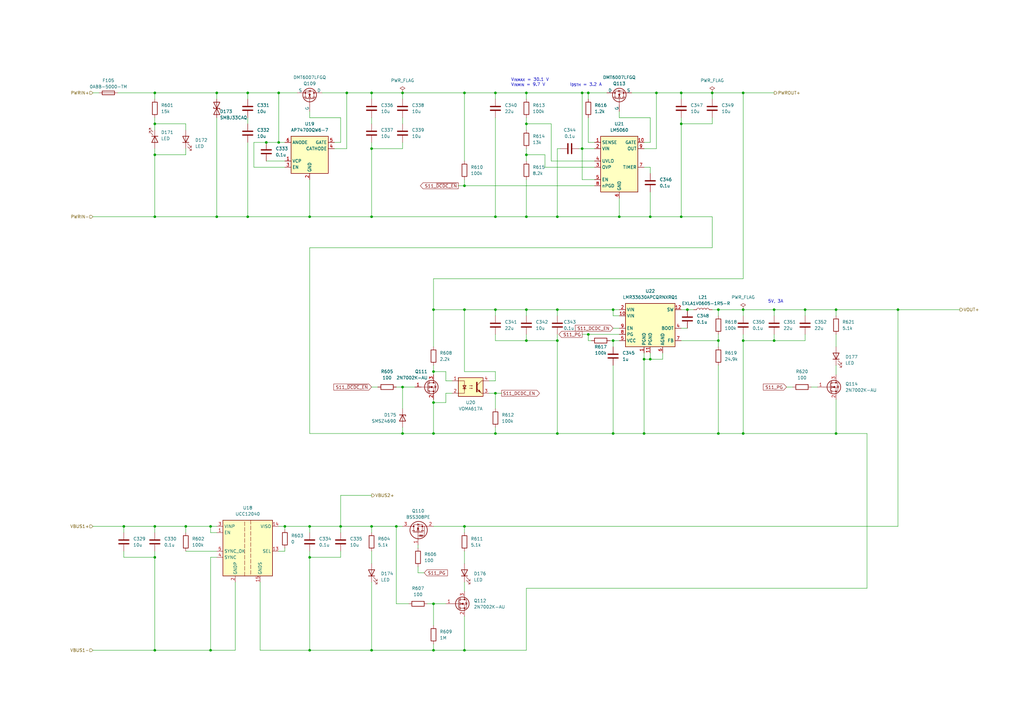
<source format=kicad_sch>
(kicad_sch (version 20230121) (generator eeschema)

  (uuid 4370ad24-21c7-4d89-a366-dd5767d55b5a)

  (paper "A3")

  (lib_symbols
    (symbol "Device:C" (pin_numbers hide) (pin_names (offset 0.254)) (in_bom yes) (on_board yes)
      (property "Reference" "C" (at 0.635 2.54 0)
        (effects (font (size 1.27 1.27)) (justify left))
      )
      (property "Value" "C" (at 0.635 -2.54 0)
        (effects (font (size 1.27 1.27)) (justify left))
      )
      (property "Footprint" "" (at 0.9652 -3.81 0)
        (effects (font (size 1.27 1.27)) hide)
      )
      (property "Datasheet" "~" (at 0 0 0)
        (effects (font (size 1.27 1.27)) hide)
      )
      (property "ki_keywords" "cap capacitor" (at 0 0 0)
        (effects (font (size 1.27 1.27)) hide)
      )
      (property "ki_description" "Unpolarized capacitor" (at 0 0 0)
        (effects (font (size 1.27 1.27)) hide)
      )
      (property "ki_fp_filters" "C_*" (at 0 0 0)
        (effects (font (size 1.27 1.27)) hide)
      )
      (symbol "C_0_1"
        (polyline
          (pts
            (xy -2.032 -0.762)
            (xy 2.032 -0.762)
          )
          (stroke (width 0.508) (type default))
          (fill (type none))
        )
        (polyline
          (pts
            (xy -2.032 0.762)
            (xy 2.032 0.762)
          )
          (stroke (width 0.508) (type default))
          (fill (type none))
        )
      )
      (symbol "C_1_1"
        (pin passive line (at 0 3.81 270) (length 2.794)
          (name "~" (effects (font (size 1.27 1.27))))
          (number "1" (effects (font (size 1.27 1.27))))
        )
        (pin passive line (at 0 -3.81 90) (length 2.794)
          (name "~" (effects (font (size 1.27 1.27))))
          (number "2" (effects (font (size 1.27 1.27))))
        )
      )
    )
    (symbol "Device:LED" (pin_numbers hide) (pin_names (offset 1.016) hide) (in_bom yes) (on_board yes)
      (property "Reference" "D" (at 0 2.54 0)
        (effects (font (size 1.27 1.27)))
      )
      (property "Value" "LED" (at 0 -2.54 0)
        (effects (font (size 1.27 1.27)))
      )
      (property "Footprint" "" (at 0 0 0)
        (effects (font (size 1.27 1.27)) hide)
      )
      (property "Datasheet" "~" (at 0 0 0)
        (effects (font (size 1.27 1.27)) hide)
      )
      (property "ki_keywords" "LED diode" (at 0 0 0)
        (effects (font (size 1.27 1.27)) hide)
      )
      (property "ki_description" "Light emitting diode" (at 0 0 0)
        (effects (font (size 1.27 1.27)) hide)
      )
      (property "ki_fp_filters" "LED* LED_SMD:* LED_THT:*" (at 0 0 0)
        (effects (font (size 1.27 1.27)) hide)
      )
      (symbol "LED_0_1"
        (polyline
          (pts
            (xy -1.27 -1.27)
            (xy -1.27 1.27)
          )
          (stroke (width 0.254) (type default))
          (fill (type none))
        )
        (polyline
          (pts
            (xy -1.27 0)
            (xy 1.27 0)
          )
          (stroke (width 0) (type default))
          (fill (type none))
        )
        (polyline
          (pts
            (xy 1.27 -1.27)
            (xy 1.27 1.27)
            (xy -1.27 0)
            (xy 1.27 -1.27)
          )
          (stroke (width 0.254) (type default))
          (fill (type none))
        )
        (polyline
          (pts
            (xy -3.048 -0.762)
            (xy -4.572 -2.286)
            (xy -3.81 -2.286)
            (xy -4.572 -2.286)
            (xy -4.572 -1.524)
          )
          (stroke (width 0) (type default))
          (fill (type none))
        )
        (polyline
          (pts
            (xy -1.778 -0.762)
            (xy -3.302 -2.286)
            (xy -2.54 -2.286)
            (xy -3.302 -2.286)
            (xy -3.302 -1.524)
          )
          (stroke (width 0) (type default))
          (fill (type none))
        )
      )
      (symbol "LED_1_1"
        (pin passive line (at -3.81 0 0) (length 2.54)
          (name "K" (effects (font (size 1.27 1.27))))
          (number "1" (effects (font (size 1.27 1.27))))
        )
        (pin passive line (at 3.81 0 180) (length 2.54)
          (name "A" (effects (font (size 1.27 1.27))))
          (number "2" (effects (font (size 1.27 1.27))))
        )
      )
    )
    (symbol "Device:R" (pin_numbers hide) (pin_names (offset 0)) (in_bom yes) (on_board yes)
      (property "Reference" "R" (at 2.032 0 90)
        (effects (font (size 1.27 1.27)))
      )
      (property "Value" "R" (at 0 0 90)
        (effects (font (size 1.27 1.27)))
      )
      (property "Footprint" "" (at -1.778 0 90)
        (effects (font (size 1.27 1.27)) hide)
      )
      (property "Datasheet" "~" (at 0 0 0)
        (effects (font (size 1.27 1.27)) hide)
      )
      (property "ki_keywords" "R res resistor" (at 0 0 0)
        (effects (font (size 1.27 1.27)) hide)
      )
      (property "ki_description" "Resistor" (at 0 0 0)
        (effects (font (size 1.27 1.27)) hide)
      )
      (property "ki_fp_filters" "R_*" (at 0 0 0)
        (effects (font (size 1.27 1.27)) hide)
      )
      (symbol "R_0_1"
        (rectangle (start -1.016 -2.54) (end 1.016 2.54)
          (stroke (width 0.254) (type default))
          (fill (type none))
        )
      )
      (symbol "R_1_1"
        (pin passive line (at 0 3.81 270) (length 1.27)
          (name "~" (effects (font (size 1.27 1.27))))
          (number "1" (effects (font (size 1.27 1.27))))
        )
        (pin passive line (at 0 -3.81 90) (length 1.27)
          (name "~" (effects (font (size 1.27 1.27))))
          (number "2" (effects (font (size 1.27 1.27))))
        )
      )
    )
    (symbol "ProjectEV:D_SMSZ4690" (pin_numbers hide) (pin_names (offset 1.016) hide) (in_bom yes) (on_board yes)
      (property "Reference" "D" (at 0 2.54 0)
        (effects (font (size 1.27 1.27)))
      )
      (property "Value" "SMSZ4690" (at 0 -2.54 0)
        (effects (font (size 1.27 1.27)))
      )
      (property "Footprint" "ProjectEV:D_SOD-123_SMSZ4xxx" (at 0 0 0)
        (effects (font (size 1.27 1.27)) hide)
      )
      (property "Datasheet" "https://goodarksemi.com/docs/datasheets/zener_diodes/SMSZ4xxx.pdf" (at 0 0 0)
        (effects (font (size 1.27 1.27)) hide)
      )
      (property "ki_keywords" "diode" (at 0 0 0)
        (effects (font (size 1.27 1.27)) hide)
      )
      (property "ki_description" "Zener diode, 5.6 Vz" (at 0 0 0)
        (effects (font (size 1.27 1.27)) hide)
      )
      (property "ki_fp_filters" "TO-???* *_Diode_* *SingleDiode* D_*" (at 0 0 0)
        (effects (font (size 1.27 1.27)) hide)
      )
      (symbol "D_SMSZ4690_0_1"
        (polyline
          (pts
            (xy 1.27 0)
            (xy -1.27 0)
          )
          (stroke (width 0) (type default))
          (fill (type none))
        )
        (polyline
          (pts
            (xy -1.27 -1.27)
            (xy -1.27 1.27)
            (xy -0.762 1.27)
          )
          (stroke (width 0.254) (type default))
          (fill (type none))
        )
        (polyline
          (pts
            (xy 1.27 -1.27)
            (xy 1.27 1.27)
            (xy -1.27 0)
            (xy 1.27 -1.27)
          )
          (stroke (width 0.254) (type default))
          (fill (type none))
        )
      )
      (symbol "D_SMSZ4690_1_1"
        (pin passive line (at -3.81 0 0) (length 2.54)
          (name "K" (effects (font (size 1.27 1.27))))
          (number "1" (effects (font (size 1.27 1.27))))
        )
        (pin passive line (at 3.81 0 180) (length 2.54)
          (name "A" (effects (font (size 1.27 1.27))))
          (number "2" (effects (font (size 1.27 1.27))))
        )
      )
    )
    (symbol "ProjectEV:Fuse_0ABB-5000-TM" (pin_numbers hide) (pin_names (offset 0)) (in_bom yes) (on_board yes)
      (property "Reference" "F" (at 2.032 0 90)
        (effects (font (size 1.27 1.27)))
      )
      (property "Value" "0ABB-5000-TM" (at -1.905 0 90)
        (effects (font (size 1.27 1.27)))
      )
      (property "Footprint" "ProjectEV:Fuse_0ABB" (at -1.778 0 90)
        (effects (font (size 1.27 1.27)) hide)
      )
      (property "Datasheet" "https://www.belfuse.com/resources/datasheets/circuitprotection/ds-CP-0ABB-series.pdf" (at 0 0 0)
        (effects (font (size 1.27 1.27)) hide)
      )
      (property "ki_keywords" "fuse" (at 0 0 0)
        (effects (font (size 1.27 1.27)) hide)
      )
      (property "ki_description" "Fuse, 32 VDC, 5 A" (at 0 0 0)
        (effects (font (size 1.27 1.27)) hide)
      )
      (property "ki_fp_filters" "*Fuse*" (at 0 0 0)
        (effects (font (size 1.27 1.27)) hide)
      )
      (symbol "Fuse_0ABB-5000-TM_0_1"
        (rectangle (start -0.762 -2.54) (end 0.762 2.54)
          (stroke (width 0.254) (type default))
          (fill (type none))
        )
        (polyline
          (pts
            (xy 0 2.54)
            (xy 0 -2.54)
          )
          (stroke (width 0) (type default))
          (fill (type none))
        )
      )
      (symbol "Fuse_0ABB-5000-TM_1_1"
        (pin passive line (at 0 3.81 270) (length 1.27)
          (name "~" (effects (font (size 1.27 1.27))))
          (number "1" (effects (font (size 1.27 1.27))))
        )
        (pin passive line (at 0 -3.81 90) (length 1.27)
          (name "~" (effects (font (size 1.27 1.27))))
          (number "2" (effects (font (size 1.27 1.27))))
        )
      )
    )
    (symbol "ProjectEV:Isolator_VOMA617A" (in_bom yes) (on_board yes)
      (property "Reference" "U" (at -5.08 5.08 0)
        (effects (font (size 1.27 1.27)) (justify left))
      )
      (property "Value" "VOMA617A" (at 0 5.08 0)
        (effects (font (size 1.27 1.27)) (justify left))
      )
      (property "Footprint" "ProjectEV:Package_SOP-4_4.57x4.92mm_P2.54mm_VOMA617A" (at -5.08 -5.08 0)
        (effects (font (size 1.27 1.27) italic) (justify left) hide)
      )
      (property "Datasheet" "https://www.vishay.com/docs/84433/voma617a.pdf" (at 0 0 0)
        (effects (font (size 1.27 1.27)) (justify left) hide)
      )
      (property "ki_keywords" "NPN DC Optocoupler" (at 0 0 0)
        (effects (font (size 1.27 1.27)) hide)
      )
      (property "ki_description" "DC Optocoupler, Vce 80V, CTR 130-260%" (at 0 0 0)
        (effects (font (size 1.27 1.27)) hide)
      )
      (property "ki_fp_filters" "SOIC*4.55x2.6mm*P1.27mm*" (at 0 0 0)
        (effects (font (size 1.27 1.27)) hide)
      )
      (symbol "Isolator_VOMA617A_0_1"
        (rectangle (start -5.08 3.81) (end 5.08 -3.81)
          (stroke (width 0.254) (type default))
          (fill (type background))
        )
        (polyline
          (pts
            (xy -3.175 -0.635)
            (xy -1.905 -0.635)
          )
          (stroke (width 0.254) (type default))
          (fill (type none))
        )
        (polyline
          (pts
            (xy 2.54 0.635)
            (xy 4.445 2.54)
          )
          (stroke (width 0) (type default))
          (fill (type none))
        )
        (polyline
          (pts
            (xy 4.445 -2.54)
            (xy 2.54 -0.635)
          )
          (stroke (width 0) (type default))
          (fill (type outline))
        )
        (polyline
          (pts
            (xy 4.445 -2.54)
            (xy 5.08 -2.54)
          )
          (stroke (width 0) (type default))
          (fill (type none))
        )
        (polyline
          (pts
            (xy 4.445 2.54)
            (xy 5.08 2.54)
          )
          (stroke (width 0) (type default))
          (fill (type none))
        )
        (polyline
          (pts
            (xy -2.54 -0.635)
            (xy -2.54 -2.54)
            (xy -5.08 -2.54)
          )
          (stroke (width 0) (type default))
          (fill (type none))
        )
        (polyline
          (pts
            (xy 2.54 1.905)
            (xy 2.54 -1.905)
            (xy 2.54 -1.905)
          )
          (stroke (width 0.508) (type default))
          (fill (type none))
        )
        (polyline
          (pts
            (xy -5.08 2.54)
            (xy -2.54 2.54)
            (xy -2.54 -1.27)
            (xy -2.54 0.635)
          )
          (stroke (width 0) (type default))
          (fill (type none))
        )
        (polyline
          (pts
            (xy -2.54 -0.635)
            (xy -3.175 0.635)
            (xy -1.905 0.635)
            (xy -2.54 -0.635)
          )
          (stroke (width 0.254) (type default))
          (fill (type none))
        )
        (polyline
          (pts
            (xy -0.508 -0.508)
            (xy 0.762 -0.508)
            (xy 0.381 -0.635)
            (xy 0.381 -0.381)
            (xy 0.762 -0.508)
          )
          (stroke (width 0) (type default))
          (fill (type none))
        )
        (polyline
          (pts
            (xy -0.508 0.508)
            (xy 0.762 0.508)
            (xy 0.381 0.381)
            (xy 0.381 0.635)
            (xy 0.762 0.508)
          )
          (stroke (width 0) (type default))
          (fill (type none))
        )
        (polyline
          (pts
            (xy 3.048 -1.651)
            (xy 3.556 -1.143)
            (xy 4.064 -2.159)
            (xy 3.048 -1.651)
            (xy 3.048 -1.651)
          )
          (stroke (width 0) (type default))
          (fill (type outline))
        )
      )
      (symbol "Isolator_VOMA617A_1_1"
        (pin passive line (at -7.62 2.54 0) (length 2.54)
          (name "~" (effects (font (size 1.27 1.27))))
          (number "1" (effects (font (size 1.27 1.27))))
        )
        (pin passive line (at -7.62 -2.54 0) (length 2.54)
          (name "~" (effects (font (size 1.27 1.27))))
          (number "2" (effects (font (size 1.27 1.27))))
        )
        (pin passive line (at 7.62 -2.54 180) (length 2.54)
          (name "~" (effects (font (size 1.27 1.27))))
          (number "3" (effects (font (size 1.27 1.27))))
        )
        (pin passive line (at 7.62 2.54 180) (length 2.54)
          (name "~" (effects (font (size 1.27 1.27))))
          (number "4" (effects (font (size 1.27 1.27))))
        )
      )
    )
    (symbol "ProjectEV:L_EXLA1V06" (pin_numbers hide) (pin_names (offset 1.016) hide) (in_bom yes) (on_board yes)
      (property "Reference" "L" (at -1.27 0 90)
        (effects (font (size 1.27 1.27)))
      )
      (property "Value" "L_EXLA1V06" (at 1.905 0 90)
        (effects (font (size 1.27 1.27)))
      )
      (property "Footprint" "ProjectEV:L_EXLA1V06" (at 0 0 0)
        (effects (font (size 1.27 1.27)) hide)
      )
      (property "Datasheet" "https://www.eaton.com/content/dam/eaton/products/electronic-components/resources/data-sheet/eaton-exla1v06-automotive-high-current-molded-inductor-data-sheet-elx1221-en.pdf" (at 0 0 0)
        (effects (font (size 1.27 1.27)) hide)
      )
      (property "ki_keywords" "inductor choke coil reactor magnetic" (at 0 0 0)
        (effects (font (size 1.27 1.27)) hide)
      )
      (property "ki_description" "Inductor" (at 0 0 0)
        (effects (font (size 1.27 1.27)) hide)
      )
      (property "ki_fp_filters" "Choke_* *Coil* Inductor_* L_*" (at 0 0 0)
        (effects (font (size 1.27 1.27)) hide)
      )
      (symbol "L_EXLA1V06_0_1"
        (arc (start 0 -2.54) (mid 0.6323 -1.905) (end 0 -1.27)
          (stroke (width 0) (type default))
          (fill (type none))
        )
        (arc (start 0 -1.27) (mid 0.6323 -0.635) (end 0 0)
          (stroke (width 0) (type default))
          (fill (type none))
        )
        (arc (start 0 0) (mid 0.6323 0.635) (end 0 1.27)
          (stroke (width 0) (type default))
          (fill (type none))
        )
        (arc (start 0 1.27) (mid 0.6323 1.905) (end 0 2.54)
          (stroke (width 0) (type default))
          (fill (type none))
        )
      )
      (symbol "L_EXLA1V06_1_1"
        (pin passive line (at 0 3.81 270) (length 1.27)
          (name "1" (effects (font (size 1.27 1.27))))
          (number "1" (effects (font (size 1.27 1.27))))
        )
        (pin passive line (at 0 -3.81 90) (length 1.27)
          (name "2" (effects (font (size 1.27 1.27))))
          (number "2" (effects (font (size 1.27 1.27))))
        )
      )
    )
    (symbol "ProjectEV:PowerProtection_AP74700Q" (in_bom yes) (on_board yes)
      (property "Reference" "U" (at 0 11.43 0)
        (effects (font (size 1.27 1.27)))
      )
      (property "Value" "AP74700Q" (at 0 8.89 0)
        (effects (font (size 1.27 1.27)))
      )
      (property "Footprint" "ProjectEV:Package_SOT-26_AP74700Q" (at 0 0 0)
        (effects (font (size 1.27 1.27)) hide)
      )
      (property "Datasheet" "https://www.diodes.com/assets/Datasheets/AP74700Q.pdf" (at 0 -16.51 0)
        (effects (font (size 1.27 1.27)) hide)
      )
      (property "ki_description" "Ideal Diode Controller" (at 0 0 0)
        (effects (font (size 1.27 1.27)) hide)
      )
      (symbol "PowerProtection_AP74700Q_1_1"
        (rectangle (start -7.62 7.62) (end 7.62 -7.62)
          (stroke (width 0.254) (type default))
          (fill (type background))
        )
        (pin passive line (at -10.16 -2.54 0) (length 2.54)
          (name "VCP" (effects (font (size 1.27 1.27))))
          (number "1" (effects (font (size 1.27 1.27))))
        )
        (pin passive line (at 0 -10.16 90) (length 2.54)
          (name "GND" (effects (font (size 1.27 1.27))))
          (number "2" (effects (font (size 1.27 1.27))))
        )
        (pin passive line (at -10.16 -5.08 0) (length 2.54)
          (name "EN" (effects (font (size 1.27 1.27))))
          (number "3" (effects (font (size 1.27 1.27))))
        )
        (pin passive line (at 10.16 2.54 180) (length 2.54)
          (name "CATHODE" (effects (font (size 1.27 1.27))))
          (number "4" (effects (font (size 1.27 1.27))))
        )
        (pin passive line (at 10.16 5.08 180) (length 2.54)
          (name "GATE" (effects (font (size 1.27 1.27))))
          (number "5" (effects (font (size 1.27 1.27))))
        )
        (pin passive line (at -10.16 5.08 0) (length 2.54)
          (name "ANODE" (effects (font (size 1.27 1.27))))
          (number "6" (effects (font (size 1.27 1.27))))
        )
      )
    )
    (symbol "ProjectEV:PowerProtection_LM5060" (in_bom yes) (on_board yes)
      (property "Reference" "U" (at 0 13.97 0)
        (effects (font (size 1.27 1.27)))
      )
      (property "Value" "LM5060" (at 0 11.43 0)
        (effects (font (size 1.27 1.27)))
      )
      (property "Footprint" "ProjectEV:Package_VSSOP-10_3x3mm_P0.5mm_LM5060" (at 0 0 0)
        (effects (font (size 1.27 1.27)) hide)
      )
      (property "Datasheet" "https://www.ti.com/lit/ds/symlink/lm5060-q1.pdf?ts=1706924665929" (at 0 0 0)
        (effects (font (size 1.27 1.27)) hide)
      )
      (property "ki_description" "High-Side Protection Controller" (at 0 0 0)
        (effects (font (size 1.27 1.27)) hide)
      )
      (symbol "PowerProtection_LM5060_1_1"
        (rectangle (start -7.62 10.16) (end 7.62 -12.7)
          (stroke (width 0.254) (type default))
          (fill (type background))
        )
        (pin input line (at -10.16 7.62 0) (length 2.54)
          (name "SENSE" (effects (font (size 1.27 1.27))))
          (number "1" (effects (font (size 1.27 1.27))))
        )
        (pin output line (at 10.16 7.62 180) (length 2.54)
          (name "GATE" (effects (font (size 1.27 1.27))))
          (number "10" (effects (font (size 1.27 1.27))))
        )
        (pin power_in line (at -10.16 5.08 0) (length 2.54)
          (name "VIN" (effects (font (size 1.27 1.27))))
          (number "2" (effects (font (size 1.27 1.27))))
        )
        (pin input line (at -10.16 -2.54 0) (length 2.54)
          (name "OVP" (effects (font (size 1.27 1.27))))
          (number "3" (effects (font (size 1.27 1.27))))
        )
        (pin input line (at -10.16 0 0) (length 2.54)
          (name "UVLO" (effects (font (size 1.27 1.27))))
          (number "4" (effects (font (size 1.27 1.27))))
        )
        (pin input line (at -10.16 -7.62 0) (length 2.54)
          (name "EN" (effects (font (size 1.27 1.27))))
          (number "5" (effects (font (size 1.27 1.27))))
        )
        (pin power_in line (at 0 -15.24 90) (length 2.54)
          (name "GND" (effects (font (size 1.27 1.27))))
          (number "6" (effects (font (size 1.27 1.27))))
        )
        (pin bidirectional line (at 10.16 -2.54 180) (length 2.54)
          (name "TIMER" (effects (font (size 1.27 1.27))))
          (number "7" (effects (font (size 1.27 1.27))))
        )
        (pin output line (at -10.16 -10.16 0) (length 2.54)
          (name "nPGD" (effects (font (size 1.27 1.27))))
          (number "8" (effects (font (size 1.27 1.27))))
        )
        (pin input line (at 10.16 5.08 180) (length 2.54)
          (name "OUT" (effects (font (size 1.27 1.27))))
          (number "9" (effects (font (size 1.27 1.27))))
        )
      )
    )
    (symbol "ProjectEV:Regulator_LMR33620AP-Q1" (in_bom yes) (on_board yes)
      (property "Reference" "U" (at 0 13.97 0)
        (effects (font (size 1.27 1.27)))
      )
      (property "Value" "LMR33620AP-Q1" (at 0 11.43 0)
        (effects (font (size 1.27 1.27)))
      )
      (property "Footprint" "ProjectEV:Package_VQFN-HR-12_RNX0012C_2x3mm_LMR33620AP-Q1" (at 0 6.35 0)
        (effects (font (size 1.27 1.27)) hide)
      )
      (property "Datasheet" "https://www.ti.com/lit/ds/symlink/lmr33620ap-q1.pdf" (at 2.54 -19.05 0)
        (effects (font (size 1.27 1.27)) hide)
      )
      (symbol "Regulator_LMR33620AP-Q1_1_1"
        (rectangle (start -10.16 10.16) (end 10.16 -7.62)
          (stroke (width 0.254) (type default))
          (fill (type background))
        )
        (pin power_in line (at -2.54 -10.16 90) (length 2.54)
          (name "PGND" (effects (font (size 1.27 1.27))))
          (number "1" (effects (font (size 1.27 1.27))))
        )
        (pin power_in line (at -12.7 5.08 0) (length 2.54)
          (name "VIN" (effects (font (size 1.27 1.27))))
          (number "10" (effects (font (size 1.27 1.27))))
        )
        (pin power_in line (at 0 -10.16 90) (length 2.54)
          (name "PGND" (effects (font (size 1.27 1.27))))
          (number "11" (effects (font (size 1.27 1.27))))
        )
        (pin passive line (at 12.7 7.62 180) (length 2.54)
          (name "SW" (effects (font (size 1.27 1.27))))
          (number "12" (effects (font (size 1.27 1.27))))
        )
        (pin power_in line (at -12.7 7.62 0) (length 2.54)
          (name "VIN" (effects (font (size 1.27 1.27))))
          (number "2" (effects (font (size 1.27 1.27))))
        )
        (pin no_connect line (at -12.7 2.54 0) (length 2.54) hide
          (name "NC" (effects (font (size 1.27 1.27))))
          (number "3" (effects (font (size 1.27 1.27))))
        )
        (pin passive line (at 12.7 0 180) (length 2.54)
          (name "BOOT" (effects (font (size 1.27 1.27))))
          (number "4" (effects (font (size 1.27 1.27))))
        )
        (pin passive line (at -12.7 -5.08 0) (length 2.54)
          (name "VCC" (effects (font (size 1.27 1.27))))
          (number "5" (effects (font (size 1.27 1.27))))
        )
        (pin power_in line (at 5.08 -10.16 90) (length 2.54)
          (name "AGND" (effects (font (size 1.27 1.27))))
          (number "6" (effects (font (size 1.27 1.27))))
        )
        (pin passive line (at 12.7 -5.08 180) (length 2.54)
          (name "FB" (effects (font (size 1.27 1.27))))
          (number "7" (effects (font (size 1.27 1.27))))
        )
        (pin passive line (at -12.7 -2.54 0) (length 2.54)
          (name "PG" (effects (font (size 1.27 1.27))))
          (number "8" (effects (font (size 1.27 1.27))))
        )
        (pin passive line (at -12.7 0 0) (length 2.54)
          (name "EN" (effects (font (size 1.27 1.27))))
          (number "9" (effects (font (size 1.27 1.27))))
        )
      )
    )
    (symbol "ProjectEV:Regulator_UCC12040" (in_bom yes) (on_board yes)
      (property "Reference" "U" (at 0 13.97 0)
        (effects (font (size 1.27 1.27)))
      )
      (property "Value" "UCC12040" (at 0 11.43 0)
        (effects (font (size 1.27 1.27)))
      )
      (property "Footprint" "ProjectEV:Package_SOIC-16W_7.5x10.3mm_P1.27mm_UCC12040" (at 0 0 0)
        (effects (font (size 1.27 1.27)) hide)
      )
      (property "Datasheet" "https://www.ti.com/lit/ds/symlink/ucc12040.pdf?HQS=dis-dk-null-digikeymode-dsf-pf-null-wwe&ts=1707104094748" (at 0 0 0)
        (effects (font (size 1.27 1.27)) hide)
      )
      (property "ki_description" "Isolated DC/DC" (at 0 0 0)
        (effects (font (size 1.27 1.27)) hide)
      )
      (symbol "Regulator_UCC12040_1_1"
        (rectangle (start -10.16 10.16) (end 10.16 -12.7)
          (stroke (width 0.254) (type default))
          (fill (type background))
        )
        (polyline
          (pts
            (xy -1.27 -12.7)
            (xy -1.27 10.16)
          )
          (stroke (width 0) (type dash))
          (fill (type none))
        )
        (polyline
          (pts
            (xy 1.27 10.16)
            (xy 1.27 -12.7)
          )
          (stroke (width 0) (type dash))
          (fill (type none))
        )
        (pin input line (at -12.7 5.08 0) (length 2.54)
          (name "EN" (effects (font (size 1.27 1.27))))
          (number "1" (effects (font (size 1.27 1.27))))
        )
        (pin passive line (at 5.08 -15.24 90) (length 2.54) hide
          (name "NC" (effects (font (size 1.27 1.27))))
          (number "10" (effects (font (size 1.27 1.27))))
        )
        (pin passive line (at 5.08 -15.24 90) (length 2.54) hide
          (name "NC" (effects (font (size 1.27 1.27))))
          (number "11" (effects (font (size 1.27 1.27))))
        )
        (pin passive line (at 5.08 -15.24 90) (length 2.54) hide
          (name "NC" (effects (font (size 1.27 1.27))))
          (number "12" (effects (font (size 1.27 1.27))))
        )
        (pin input line (at 12.7 -2.54 180) (length 2.54)
          (name "SEL" (effects (font (size 1.27 1.27))))
          (number "13" (effects (font (size 1.27 1.27))))
        )
        (pin power_out line (at 12.7 7.62 180) (length 2.54)
          (name "VISO" (effects (font (size 1.27 1.27))))
          (number "14" (effects (font (size 1.27 1.27))))
        )
        (pin power_out line (at 5.08 -15.24 90) (length 2.54)
          (name "GNDS" (effects (font (size 1.27 1.27))))
          (number "15" (effects (font (size 1.27 1.27))))
        )
        (pin passive line (at 5.08 -15.24 90) (length 2.54) hide
          (name "GNDS" (effects (font (size 1.27 1.27))))
          (number "16" (effects (font (size 1.27 1.27))))
        )
        (pin power_in line (at -5.08 -15.24 90) (length 2.54)
          (name "GNDP" (effects (font (size 1.27 1.27))))
          (number "2" (effects (font (size 1.27 1.27))))
        )
        (pin power_in line (at -12.7 7.62 0) (length 2.54)
          (name "VINP" (effects (font (size 1.27 1.27))))
          (number "3" (effects (font (size 1.27 1.27))))
        )
        (pin input line (at -12.7 -5.08 0) (length 2.54)
          (name "SYNC" (effects (font (size 1.27 1.27))))
          (number "4" (effects (font (size 1.27 1.27))))
        )
        (pin output line (at -12.7 -2.54 0) (length 2.54)
          (name "SYNC_OK" (effects (font (size 1.27 1.27))))
          (number "5" (effects (font (size 1.27 1.27))))
        )
        (pin passive line (at -5.08 -15.24 90) (length 2.54) hide
          (name "NC" (effects (font (size 1.27 1.27))))
          (number "6" (effects (font (size 1.27 1.27))))
        )
        (pin passive line (at -5.08 -15.24 90) (length 2.54) hide
          (name "NC" (effects (font (size 1.27 1.27))))
          (number "7" (effects (font (size 1.27 1.27))))
        )
        (pin passive line (at -5.08 -15.24 90) (length 2.54) hide
          (name "NC" (effects (font (size 1.27 1.27))))
          (number "8" (effects (font (size 1.27 1.27))))
        )
        (pin power_out line (at 5.08 -15.24 90) (length 2.54) hide
          (name "GNDS" (effects (font (size 1.27 1.27))))
          (number "9" (effects (font (size 1.27 1.27))))
        )
      )
    )
    (symbol "ProjectEV:TVS_SMBJ33CAQ" (pin_numbers hide) (pin_names (offset 1.016) hide) (in_bom yes) (on_board yes)
      (property "Reference" "D" (at 0 2.54 0)
        (effects (font (size 1.27 1.27)))
      )
      (property "Value" "SMBJ33CAQ" (at 0 -2.54 0)
        (effects (font (size 1.27 1.27)))
      )
      (property "Footprint" "ProjectEV:D_SMB_SMBJxxxCAQ" (at 0 -5.08 0)
        (effects (font (size 1.27 1.27)) hide)
      )
      (property "Datasheet" "https://www.diodes.com/assets/Datasheets/ds40740.pdf" (at 0 -7.62 0)
        (effects (font (size 1.27 1.27)) hide)
      )
      (property "ki_keywords" "diode TVS voltage suppressor" (at 0 0 0)
        (effects (font (size 1.27 1.27)) hide)
      )
      (property "ki_description" "Transient Voltage Suppressor" (at 0 0 0)
        (effects (font (size 1.27 1.27)) hide)
      )
      (property "ki_fp_filters" "D?DO?201AE*" (at 0 0 0)
        (effects (font (size 1.27 1.27)) hide)
      )
      (symbol "TVS_SMBJ33CAQ_0_1"
        (polyline
          (pts
            (xy 1.27 0)
            (xy -1.27 0)
          )
          (stroke (width 0) (type default))
          (fill (type none))
        )
        (polyline
          (pts
            (xy -2.54 -1.27)
            (xy 0 0)
            (xy -2.54 1.27)
            (xy -2.54 -1.27)
          )
          (stroke (width 0.254) (type default))
          (fill (type none))
        )
        (polyline
          (pts
            (xy 0.508 1.27)
            (xy 0 1.27)
            (xy 0 -1.27)
            (xy -0.508 -1.27)
          )
          (stroke (width 0.254) (type default))
          (fill (type none))
        )
        (polyline
          (pts
            (xy 2.54 1.27)
            (xy 2.54 -1.27)
            (xy 0 0)
            (xy 2.54 1.27)
          )
          (stroke (width 0.254) (type default))
          (fill (type none))
        )
      )
      (symbol "TVS_SMBJ33CAQ_1_1"
        (pin passive line (at -3.81 0 0) (length 2.54)
          (name "A1" (effects (font (size 1.27 1.27))))
          (number "1" (effects (font (size 1.27 1.27))))
        )
        (pin passive line (at 3.81 0 180) (length 2.54)
          (name "A2" (effects (font (size 1.27 1.27))))
          (number "2" (effects (font (size 1.27 1.27))))
        )
      )
    )
    (symbol "ProjectEV:Transistor_2N7002K-AU" (pin_names hide) (in_bom yes) (on_board yes)
      (property "Reference" "Q" (at 5.08 1.905 0)
        (effects (font (size 1.27 1.27)) (justify left))
      )
      (property "Value" "2N7002K-AU" (at 5.08 0 0)
        (effects (font (size 1.27 1.27)) (justify left))
      )
      (property "Footprint" "ProjectEV:Package_SOT-23_2N7002K-AU" (at 5.08 -1.905 0)
        (effects (font (size 1.27 1.27) italic) (justify left) hide)
      )
      (property "Datasheet" "https://www.panjit.com.tw/upload/datasheet/2N7002K-AU.pdf" (at 5.08 -3.81 0)
        (effects (font (size 1.27 1.27)) (justify left) hide)
      )
      (property "ki_keywords" "N-Channel MOSFET" (at 0 0 0)
        (effects (font (size 1.27 1.27)) hide)
      )
      (property "ki_description" "60V Vds, 0.3A Id, N-Channel MOSFET, SOT-23" (at 0 0 0)
        (effects (font (size 1.27 1.27)) hide)
      )
      (property "ki_fp_filters" "SOT?23*" (at 0 0 0)
        (effects (font (size 1.27 1.27)) hide)
      )
      (symbol "Transistor_2N7002K-AU_0_1"
        (polyline
          (pts
            (xy 0.254 0)
            (xy -2.54 0)
          )
          (stroke (width 0) (type default))
          (fill (type none))
        )
        (polyline
          (pts
            (xy 0.254 1.905)
            (xy 0.254 -1.905)
          )
          (stroke (width 0.254) (type default))
          (fill (type none))
        )
        (polyline
          (pts
            (xy 0.762 -1.27)
            (xy 0.762 -2.286)
          )
          (stroke (width 0.254) (type default))
          (fill (type none))
        )
        (polyline
          (pts
            (xy 0.762 0.508)
            (xy 0.762 -0.508)
          )
          (stroke (width 0.254) (type default))
          (fill (type none))
        )
        (polyline
          (pts
            (xy 0.762 2.286)
            (xy 0.762 1.27)
          )
          (stroke (width 0.254) (type default))
          (fill (type none))
        )
        (polyline
          (pts
            (xy 2.54 2.54)
            (xy 2.54 1.778)
          )
          (stroke (width 0) (type default))
          (fill (type none))
        )
        (polyline
          (pts
            (xy 2.54 -2.54)
            (xy 2.54 0)
            (xy 0.762 0)
          )
          (stroke (width 0) (type default))
          (fill (type none))
        )
        (polyline
          (pts
            (xy 0.762 -1.778)
            (xy 3.302 -1.778)
            (xy 3.302 1.778)
            (xy 0.762 1.778)
          )
          (stroke (width 0) (type default))
          (fill (type none))
        )
        (polyline
          (pts
            (xy 1.016 0)
            (xy 2.032 0.381)
            (xy 2.032 -0.381)
            (xy 1.016 0)
          )
          (stroke (width 0) (type default))
          (fill (type outline))
        )
        (polyline
          (pts
            (xy 2.794 0.508)
            (xy 2.921 0.381)
            (xy 3.683 0.381)
            (xy 3.81 0.254)
          )
          (stroke (width 0) (type default))
          (fill (type none))
        )
        (polyline
          (pts
            (xy 3.302 0.381)
            (xy 2.921 -0.254)
            (xy 3.683 -0.254)
            (xy 3.302 0.381)
          )
          (stroke (width 0) (type default))
          (fill (type none))
        )
        (circle (center 1.651 0) (radius 2.794)
          (stroke (width 0.254) (type default))
          (fill (type none))
        )
        (circle (center 2.54 -1.778) (radius 0.254)
          (stroke (width 0) (type default))
          (fill (type outline))
        )
        (circle (center 2.54 1.778) (radius 0.254)
          (stroke (width 0) (type default))
          (fill (type outline))
        )
      )
      (symbol "Transistor_2N7002K-AU_1_1"
        (pin input line (at -5.08 0 0) (length 2.54)
          (name "G" (effects (font (size 1.27 1.27))))
          (number "1" (effects (font (size 1.27 1.27))))
        )
        (pin passive line (at 2.54 -5.08 90) (length 2.54)
          (name "S" (effects (font (size 1.27 1.27))))
          (number "2" (effects (font (size 1.27 1.27))))
        )
        (pin passive line (at 2.54 5.08 270) (length 2.54)
          (name "D" (effects (font (size 1.27 1.27))))
          (number "3" (effects (font (size 1.27 1.27))))
        )
      )
    )
    (symbol "ProjectEV:Transistor_BSS308PE" (pin_names (offset 0) hide) (in_bom yes) (on_board yes)
      (property "Reference" "Q" (at 5.08 1.27 0)
        (effects (font (size 1.27 1.27)) (justify left))
      )
      (property "Value" "BSS308PE" (at 5.08 -1.27 0)
        (effects (font (size 1.27 1.27)) (justify left))
      )
      (property "Footprint" "ProjectEV:Package_SOT-23_BSS308PE" (at 22.86 -3.81 0)
        (effects (font (size 1.27 1.27)) hide)
      )
      (property "Datasheet" "https://www.infineon.com/dgdl/BSS308PE_Rev2.03.pdf?folderId=db3a304314dca38901154a72e3951a65&fileId=db3a304330f686060131099c80400073" (at 62.23 -6.35 0)
        (effects (font (size 1.27 1.27)) hide)
      )
      (property "ki_keywords" "transistor PMOS P-MOS P-MOSFET" (at 0 0 0)
        (effects (font (size 1.27 1.27)) hide)
      )
      (property "ki_description" "-2.0 A Id, -30 V Vds, 130 mOhm Rds (Vgs = -4.5 V), P-MOSFET, Infineon" (at 0 0 0)
        (effects (font (size 1.27 1.27)) hide)
      )
      (symbol "Transistor_BSS308PE_0_1"
        (polyline
          (pts
            (xy -1.651 -1.27)
            (xy -1.778 -1.397)
          )
          (stroke (width 0) (type default))
          (fill (type none))
        )
        (polyline
          (pts
            (xy -1.651 -1.27)
            (xy -0.889 -1.27)
          )
          (stroke (width 0) (type default))
          (fill (type none))
        )
        (polyline
          (pts
            (xy -1.27 0)
            (xy -1.27 -2.54)
          )
          (stroke (width 0) (type default))
          (fill (type none))
        )
        (polyline
          (pts
            (xy -0.889 -1.27)
            (xy -0.762 -1.143)
          )
          (stroke (width 0) (type default))
          (fill (type none))
        )
        (polyline
          (pts
            (xy 0.254 0)
            (xy -2.54 0)
          )
          (stroke (width 0) (type default))
          (fill (type none))
        )
        (polyline
          (pts
            (xy 0.254 1.905)
            (xy 0.254 -1.905)
          )
          (stroke (width 0.254) (type default))
          (fill (type none))
        )
        (polyline
          (pts
            (xy 0.762 -1.27)
            (xy 0.762 -2.286)
          )
          (stroke (width 0.254) (type default))
          (fill (type none))
        )
        (polyline
          (pts
            (xy 0.762 0.508)
            (xy 0.762 -0.508)
          )
          (stroke (width 0.254) (type default))
          (fill (type none))
        )
        (polyline
          (pts
            (xy 0.762 2.286)
            (xy 0.762 1.27)
          )
          (stroke (width 0.254) (type default))
          (fill (type none))
        )
        (polyline
          (pts
            (xy 2.54 -2.54)
            (xy -1.27 -2.54)
          )
          (stroke (width 0) (type default))
          (fill (type none))
        )
        (polyline
          (pts
            (xy 2.54 -2.54)
            (xy 2.54 -3.81)
          )
          (stroke (width 0) (type default))
          (fill (type none))
        )
        (polyline
          (pts
            (xy 2.54 2.54)
            (xy 2.54 1.778)
          )
          (stroke (width 0) (type default))
          (fill (type none))
        )
        (polyline
          (pts
            (xy 2.54 3.81)
            (xy 2.54 2.54)
          )
          (stroke (width 0) (type default))
          (fill (type none))
        )
        (polyline
          (pts
            (xy 2.921 -0.381)
            (xy 3.683 -0.381)
          )
          (stroke (width 0) (type default))
          (fill (type none))
        )
        (polyline
          (pts
            (xy 2.54 -2.54)
            (xy 2.54 0)
            (xy 0.762 0)
          )
          (stroke (width 0) (type default))
          (fill (type none))
        )
        (polyline
          (pts
            (xy -1.27 -1.27)
            (xy -1.651 -0.635)
            (xy -0.889 -0.635)
            (xy -1.27 -1.27)
          )
          (stroke (width 0) (type default))
          (fill (type none))
        )
        (polyline
          (pts
            (xy -1.27 -1.27)
            (xy -0.889 -1.905)
            (xy -1.651 -1.905)
            (xy -1.27 -1.27)
          )
          (stroke (width 0) (type default))
          (fill (type none))
        )
        (polyline
          (pts
            (xy 0.762 1.778)
            (xy 3.302 1.778)
            (xy 3.302 -1.778)
            (xy 0.762 -1.778)
          )
          (stroke (width 0) (type default))
          (fill (type none))
        )
        (polyline
          (pts
            (xy 2.286 0)
            (xy 1.27 0.381)
            (xy 1.27 -0.381)
            (xy 2.286 0)
          )
          (stroke (width 0) (type default))
          (fill (type outline))
        )
        (polyline
          (pts
            (xy 3.302 -0.381)
            (xy 2.921 0.254)
            (xy 3.683 0.254)
            (xy 3.302 -0.381)
          )
          (stroke (width 0) (type default))
          (fill (type none))
        )
        (circle (center 1.016 -0.254) (radius 3.556)
          (stroke (width 0.254) (type default))
          (fill (type none))
        )
        (circle (center 2.54 -1.778) (radius 0.254)
          (stroke (width 0) (type default))
          (fill (type outline))
        )
        (circle (center 2.54 1.778) (radius 0.254)
          (stroke (width 0) (type default))
          (fill (type outline))
        )
      )
      (symbol "Transistor_BSS308PE_1_1"
        (pin input line (at -5.08 0 0) (length 2.54)
          (name "G" (effects (font (size 1.27 1.27))))
          (number "1" (effects (font (size 1.27 1.27))))
        )
        (pin passive line (at 2.54 -6.35 90) (length 2.54)
          (name "S" (effects (font (size 1.27 1.27))))
          (number "2" (effects (font (size 1.27 1.27))))
        )
        (pin passive line (at 2.54 6.35 270) (length 2.54)
          (name "D" (effects (font (size 1.27 1.27))))
          (number "3" (effects (font (size 1.27 1.27))))
        )
      )
    )
    (symbol "ProjectEV:Transistor_DMT6007LFGQ" (pin_numbers hide) (pin_names (offset 0)) (in_bom yes) (on_board yes)
      (property "Reference" "Q" (at 5.08 1.905 0)
        (effects (font (size 1.27 1.27)) (justify left))
      )
      (property "Value" "DMT6007LFGQ" (at 5.08 0 0)
        (effects (font (size 1.27 1.27)) (justify left))
      )
      (property "Footprint" "ProjectEV:Package_PowerDI3333-8_DMT6007LFGQ" (at 5.08 -1.905 0)
        (effects (font (size 1.27 1.27) italic) (justify left) hide)
      )
      (property "Datasheet" "https://www.diodes.com/assets/Datasheets/DMT6007LFGQ.pdf" (at 5.08 -3.81 0)
        (effects (font (size 1.27 1.27)) (justify left) hide)
      )
      (property "ki_keywords" "N-Channel MOSFET" (at 0 0 0)
        (effects (font (size 1.27 1.27)) hide)
      )
      (property "ki_description" "60V Vds, 80A Id, N-Channel MOSFET" (at 0 0 0)
        (effects (font (size 1.27 1.27)) hide)
      )
      (property "ki_fp_filters" "SOT?23*" (at 0 0 0)
        (effects (font (size 1.27 1.27)) hide)
      )
      (symbol "Transistor_DMT6007LFGQ_0_1"
        (polyline
          (pts
            (xy 0.254 0)
            (xy -2.54 0)
          )
          (stroke (width 0) (type default))
          (fill (type none))
        )
        (polyline
          (pts
            (xy 0.254 1.905)
            (xy 0.254 -1.905)
          )
          (stroke (width 0.254) (type default))
          (fill (type none))
        )
        (polyline
          (pts
            (xy 0.762 -1.27)
            (xy 0.762 -2.286)
          )
          (stroke (width 0.254) (type default))
          (fill (type none))
        )
        (polyline
          (pts
            (xy 0.762 0.508)
            (xy 0.762 -0.508)
          )
          (stroke (width 0.254) (type default))
          (fill (type none))
        )
        (polyline
          (pts
            (xy 0.762 2.286)
            (xy 0.762 1.27)
          )
          (stroke (width 0.254) (type default))
          (fill (type none))
        )
        (polyline
          (pts
            (xy 2.54 2.54)
            (xy 2.54 1.778)
          )
          (stroke (width 0) (type default))
          (fill (type none))
        )
        (polyline
          (pts
            (xy 2.54 -2.54)
            (xy 2.54 0)
            (xy 0.762 0)
          )
          (stroke (width 0) (type default))
          (fill (type none))
        )
        (polyline
          (pts
            (xy 0.762 -1.778)
            (xy 3.302 -1.778)
            (xy 3.302 1.778)
            (xy 0.762 1.778)
          )
          (stroke (width 0) (type default))
          (fill (type none))
        )
        (polyline
          (pts
            (xy 1.016 0)
            (xy 2.032 0.381)
            (xy 2.032 -0.381)
            (xy 1.016 0)
          )
          (stroke (width 0) (type default))
          (fill (type outline))
        )
        (polyline
          (pts
            (xy 2.794 0.508)
            (xy 2.921 0.381)
            (xy 3.683 0.381)
            (xy 3.81 0.254)
          )
          (stroke (width 0) (type default))
          (fill (type none))
        )
        (polyline
          (pts
            (xy 3.302 0.381)
            (xy 2.921 -0.254)
            (xy 3.683 -0.254)
            (xy 3.302 0.381)
          )
          (stroke (width 0) (type default))
          (fill (type none))
        )
        (circle (center 1.651 0) (radius 2.794)
          (stroke (width 0.254) (type default))
          (fill (type none))
        )
        (circle (center 2.54 -1.778) (radius 0.254)
          (stroke (width 0) (type default))
          (fill (type outline))
        )
        (circle (center 2.54 1.778) (radius 0.254)
          (stroke (width 0) (type default))
          (fill (type outline))
        )
      )
      (symbol "Transistor_DMT6007LFGQ_1_1"
        (pin passive line (at 2.54 -5.08 90) (length 2.54)
          (name "S" (effects (font (size 1.27 1.27))))
          (number "1" (effects (font (size 1.27 1.27))))
        )
        (pin passive line (at 2.54 -5.08 90) (length 2.54) hide
          (name "S" (effects (font (size 1.27 1.27))))
          (number "2" (effects (font (size 1.27 1.27))))
        )
        (pin passive line (at 2.54 -5.08 90) (length 2.54) hide
          (name "S" (effects (font (size 1.27 1.27))))
          (number "3" (effects (font (size 1.27 1.27))))
        )
        (pin passive line (at -5.08 0 0) (length 2.54)
          (name "G" (effects (font (size 1.27 1.27))))
          (number "4" (effects (font (size 1.27 1.27))))
        )
        (pin passive line (at 2.54 5.08 270) (length 2.54)
          (name "D" (effects (font (size 1.27 1.27))))
          (number "5" (effects (font (size 1.27 1.27))))
        )
      )
    )
    (symbol "Transistor_2N7002K-AU_1" (pin_names hide) (in_bom yes) (on_board yes)
      (property "Reference" "Q" (at 5.08 1.905 0)
        (effects (font (size 1.27 1.27)) (justify left))
      )
      (property "Value" "2N7002K-AU" (at 5.08 0 0)
        (effects (font (size 1.27 1.27)) (justify left))
      )
      (property "Footprint" "ProjectEV:Package_SOT-23_2N7002K-AU" (at 5.08 -1.905 0)
        (effects (font (size 1.27 1.27) italic) (justify left) hide)
      )
      (property "Datasheet" "https://www.panjit.com.tw/upload/datasheet/2N7002K-AU.pdf" (at 5.08 -3.81 0)
        (effects (font (size 1.27 1.27)) (justify left) hide)
      )
      (property "ki_keywords" "N-Channel MOSFET" (at 0 0 0)
        (effects (font (size 1.27 1.27)) hide)
      )
      (property "ki_description" "60V Vds, 0.3A Id, N-Channel MOSFET, SOT-23" (at 0 0 0)
        (effects (font (size 1.27 1.27)) hide)
      )
      (property "ki_fp_filters" "SOT?23*" (at 0 0 0)
        (effects (font (size 1.27 1.27)) hide)
      )
      (symbol "Transistor_2N7002K-AU_1_0_1"
        (polyline
          (pts
            (xy 0.254 0)
            (xy -2.54 0)
          )
          (stroke (width 0) (type default))
          (fill (type none))
        )
        (polyline
          (pts
            (xy 0.254 1.905)
            (xy 0.254 -1.905)
          )
          (stroke (width 0.254) (type default))
          (fill (type none))
        )
        (polyline
          (pts
            (xy 0.762 -1.27)
            (xy 0.762 -2.286)
          )
          (stroke (width 0.254) (type default))
          (fill (type none))
        )
        (polyline
          (pts
            (xy 0.762 0.508)
            (xy 0.762 -0.508)
          )
          (stroke (width 0.254) (type default))
          (fill (type none))
        )
        (polyline
          (pts
            (xy 0.762 2.286)
            (xy 0.762 1.27)
          )
          (stroke (width 0.254) (type default))
          (fill (type none))
        )
        (polyline
          (pts
            (xy 2.54 2.54)
            (xy 2.54 1.778)
          )
          (stroke (width 0) (type default))
          (fill (type none))
        )
        (polyline
          (pts
            (xy 2.54 -2.54)
            (xy 2.54 0)
            (xy 0.762 0)
          )
          (stroke (width 0) (type default))
          (fill (type none))
        )
        (polyline
          (pts
            (xy 0.762 -1.778)
            (xy 3.302 -1.778)
            (xy 3.302 1.778)
            (xy 0.762 1.778)
          )
          (stroke (width 0) (type default))
          (fill (type none))
        )
        (polyline
          (pts
            (xy 1.016 0)
            (xy 2.032 0.381)
            (xy 2.032 -0.381)
            (xy 1.016 0)
          )
          (stroke (width 0) (type default))
          (fill (type outline))
        )
        (polyline
          (pts
            (xy 2.794 0.508)
            (xy 2.921 0.381)
            (xy 3.683 0.381)
            (xy 3.81 0.254)
          )
          (stroke (width 0) (type default))
          (fill (type none))
        )
        (polyline
          (pts
            (xy 3.302 0.381)
            (xy 2.921 -0.254)
            (xy 3.683 -0.254)
            (xy 3.302 0.381)
          )
          (stroke (width 0) (type default))
          (fill (type none))
        )
        (circle (center 1.651 0) (radius 2.794)
          (stroke (width 0.254) (type default))
          (fill (type none))
        )
        (circle (center 2.54 -1.778) (radius 0.254)
          (stroke (width 0) (type default))
          (fill (type outline))
        )
        (circle (center 2.54 1.778) (radius 0.254)
          (stroke (width 0) (type default))
          (fill (type outline))
        )
      )
      (symbol "Transistor_2N7002K-AU_1_1_1"
        (pin input line (at -5.08 0 0) (length 2.54)
          (name "G" (effects (font (size 1.27 1.27))))
          (number "1" (effects (font (size 1.27 1.27))))
        )
        (pin passive line (at 2.54 -5.08 90) (length 2.54)
          (name "S" (effects (font (size 1.27 1.27))))
          (number "2" (effects (font (size 1.27 1.27))))
        )
        (pin passive line (at 2.54 5.08 270) (length 2.54)
          (name "D" (effects (font (size 1.27 1.27))))
          (number "3" (effects (font (size 1.27 1.27))))
        )
      )
    )
    (symbol "Transistor_2N7002K-AU_2" (pin_names hide) (in_bom yes) (on_board yes)
      (property "Reference" "Q" (at 5.08 1.905 0)
        (effects (font (size 1.27 1.27)) (justify left))
      )
      (property "Value" "2N7002K-AU" (at 5.08 0 0)
        (effects (font (size 1.27 1.27)) (justify left))
      )
      (property "Footprint" "ProjectEV:Package_SOT-23_2N7002K-AU" (at 5.08 -1.905 0)
        (effects (font (size 1.27 1.27) italic) (justify left) hide)
      )
      (property "Datasheet" "https://www.panjit.com.tw/upload/datasheet/2N7002K-AU.pdf" (at 5.08 -3.81 0)
        (effects (font (size 1.27 1.27)) (justify left) hide)
      )
      (property "ki_keywords" "N-Channel MOSFET" (at 0 0 0)
        (effects (font (size 1.27 1.27)) hide)
      )
      (property "ki_description" "60V Vds, 0.3A Id, N-Channel MOSFET, SOT-23" (at 0 0 0)
        (effects (font (size 1.27 1.27)) hide)
      )
      (property "ki_fp_filters" "SOT?23*" (at 0 0 0)
        (effects (font (size 1.27 1.27)) hide)
      )
      (symbol "Transistor_2N7002K-AU_2_0_1"
        (polyline
          (pts
            (xy 0.254 0)
            (xy -2.54 0)
          )
          (stroke (width 0) (type default))
          (fill (type none))
        )
        (polyline
          (pts
            (xy 0.254 1.905)
            (xy 0.254 -1.905)
          )
          (stroke (width 0.254) (type default))
          (fill (type none))
        )
        (polyline
          (pts
            (xy 0.762 -1.27)
            (xy 0.762 -2.286)
          )
          (stroke (width 0.254) (type default))
          (fill (type none))
        )
        (polyline
          (pts
            (xy 0.762 0.508)
            (xy 0.762 -0.508)
          )
          (stroke (width 0.254) (type default))
          (fill (type none))
        )
        (polyline
          (pts
            (xy 0.762 2.286)
            (xy 0.762 1.27)
          )
          (stroke (width 0.254) (type default))
          (fill (type none))
        )
        (polyline
          (pts
            (xy 2.54 2.54)
            (xy 2.54 1.778)
          )
          (stroke (width 0) (type default))
          (fill (type none))
        )
        (polyline
          (pts
            (xy 2.54 -2.54)
            (xy 2.54 0)
            (xy 0.762 0)
          )
          (stroke (width 0) (type default))
          (fill (type none))
        )
        (polyline
          (pts
            (xy 0.762 -1.778)
            (xy 3.302 -1.778)
            (xy 3.302 1.778)
            (xy 0.762 1.778)
          )
          (stroke (width 0) (type default))
          (fill (type none))
        )
        (polyline
          (pts
            (xy 1.016 0)
            (xy 2.032 0.381)
            (xy 2.032 -0.381)
            (xy 1.016 0)
          )
          (stroke (width 0) (type default))
          (fill (type outline))
        )
        (polyline
          (pts
            (xy 2.794 0.508)
            (xy 2.921 0.381)
            (xy 3.683 0.381)
            (xy 3.81 0.254)
          )
          (stroke (width 0) (type default))
          (fill (type none))
        )
        (polyline
          (pts
            (xy 3.302 0.381)
            (xy 2.921 -0.254)
            (xy 3.683 -0.254)
            (xy 3.302 0.381)
          )
          (stroke (width 0) (type default))
          (fill (type none))
        )
        (circle (center 1.651 0) (radius 2.794)
          (stroke (width 0.254) (type default))
          (fill (type none))
        )
        (circle (center 2.54 -1.778) (radius 0.254)
          (stroke (width 0) (type default))
          (fill (type outline))
        )
        (circle (center 2.54 1.778) (radius 0.254)
          (stroke (width 0) (type default))
          (fill (type outline))
        )
      )
      (symbol "Transistor_2N7002K-AU_2_1_1"
        (pin input line (at -5.08 0 0) (length 2.54)
          (name "G" (effects (font (size 1.27 1.27))))
          (number "1" (effects (font (size 1.27 1.27))))
        )
        (pin passive line (at 2.54 -5.08 90) (length 2.54)
          (name "S" (effects (font (size 1.27 1.27))))
          (number "2" (effects (font (size 1.27 1.27))))
        )
        (pin passive line (at 2.54 5.08 270) (length 2.54)
          (name "D" (effects (font (size 1.27 1.27))))
          (number "3" (effects (font (size 1.27 1.27))))
        )
      )
    )
    (symbol "power:PWR_FLAG" (power) (pin_numbers hide) (pin_names (offset 0) hide) (in_bom yes) (on_board yes)
      (property "Reference" "#FLG" (at 0 1.905 0)
        (effects (font (size 1.27 1.27)) hide)
      )
      (property "Value" "PWR_FLAG" (at 0 3.81 0)
        (effects (font (size 1.27 1.27)))
      )
      (property "Footprint" "" (at 0 0 0)
        (effects (font (size 1.27 1.27)) hide)
      )
      (property "Datasheet" "~" (at 0 0 0)
        (effects (font (size 1.27 1.27)) hide)
      )
      (property "ki_keywords" "flag power" (at 0 0 0)
        (effects (font (size 1.27 1.27)) hide)
      )
      (property "ki_description" "Special symbol for telling ERC where power comes from" (at 0 0 0)
        (effects (font (size 1.27 1.27)) hide)
      )
      (symbol "PWR_FLAG_0_0"
        (pin power_out line (at 0 0 90) (length 0)
          (name "pwr" (effects (font (size 1.27 1.27))))
          (number "1" (effects (font (size 1.27 1.27))))
        )
      )
      (symbol "PWR_FLAG_0_1"
        (polyline
          (pts
            (xy 0 0)
            (xy 0 1.27)
            (xy -1.016 1.905)
            (xy 0 2.54)
            (xy 1.016 1.905)
            (xy 0 1.27)
          )
          (stroke (width 0) (type default))
          (fill (type none))
        )
      )
    )
  )

  (junction (at 317.5 127) (diameter 0) (color 0 0 0 0)
    (uuid 025dac36-e223-49c0-930f-698953affa5d)
  )
  (junction (at 177.8 266.7) (diameter 0) (color 0 0 0 0)
    (uuid 034d43b4-cfaf-49ae-8d7c-2151b6af27f4)
  )
  (junction (at 101.6 38.1) (diameter 0) (color 0 0 0 0)
    (uuid 0554a9f8-4d2b-4942-b289-e06544786a74)
  )
  (junction (at 254 88.9) (diameter 0) (color 0 0 0 0)
    (uuid 07949e08-753e-4f79-8858-59e2e8e43d53)
  )
  (junction (at 269.24 38.1) (diameter 0) (color 0 0 0 0)
    (uuid 0f604681-40b3-4a6d-8a08-37ef2f618556)
  )
  (junction (at 127 215.9) (diameter 0) (color 0 0 0 0)
    (uuid 11b1b8aa-4078-41e3-beb1-7e6c47946454)
  )
  (junction (at 86.36 266.7) (diameter 0) (color 0 0 0 0)
    (uuid 14856524-d420-45b9-be90-385b788b754c)
  )
  (junction (at 238.76 60.96) (diameter 0) (color 0 0 0 0)
    (uuid 15e1e93e-8006-4996-8062-5caea492d56b)
  )
  (junction (at 241.3 137.16) (diameter 0) (color 0 0 0 0)
    (uuid 16e25dd0-6b4e-4afc-8ce4-28e4b60a46f9)
  )
  (junction (at 264.16 177.8) (diameter 0) (color 0 0 0 0)
    (uuid 19ceb935-9ced-4e49-a511-2ca2cde3acbb)
  )
  (junction (at 368.3 127) (diameter 0) (color 0 0 0 0)
    (uuid 1beec788-6977-4bba-9e61-71334f853062)
  )
  (junction (at 177.8 152.4) (diameter 0) (color 0 0 0 0)
    (uuid 2149a7d8-6b6e-41c6-8e83-347117de773a)
  )
  (junction (at 228.6 139.7) (diameter 0) (color 0 0 0 0)
    (uuid 22a05d79-f82d-4f44-8985-a980ea7cf61d)
  )
  (junction (at 63.5 215.9) (diameter 0) (color 0 0 0 0)
    (uuid 23b810ca-3894-4a46-99a4-c96babe72981)
  )
  (junction (at 251.46 127) (diameter 0) (color 0 0 0 0)
    (uuid 240483a6-b191-4156-8a50-20c4691b1b79)
  )
  (junction (at 215.9 50.8) (diameter 0) (color 0 0 0 0)
    (uuid 2498bbe4-d9a4-49ce-be20-dadad4403d62)
  )
  (junction (at 152.4 38.1) (diameter 0) (color 0 0 0 0)
    (uuid 265b35ce-f4a2-42a7-8a54-26c0b59d6df5)
  )
  (junction (at 152.4 88.9) (diameter 0) (color 0 0 0 0)
    (uuid 2af4b749-33b9-4e83-9a0c-38ffd24d2acb)
  )
  (junction (at 215.9 63.5) (diameter 0) (color 0 0 0 0)
    (uuid 2b36d3ad-ce52-4782-8dd2-b6b33477b90d)
  )
  (junction (at 152.4 60.96) (diameter 0) (color 0 0 0 0)
    (uuid 2c15c461-65a1-40b2-82ca-0f963ff9be62)
  )
  (junction (at 101.6 88.9) (diameter 0) (color 0 0 0 0)
    (uuid 2c3956d0-6ded-407b-9079-cfd007b95020)
  )
  (junction (at 177.8 127) (diameter 0) (color 0 0 0 0)
    (uuid 2e13ca87-6abc-489c-94d4-4eef50fc192b)
  )
  (junction (at 177.8 165.1) (diameter 0) (color 0 0 0 0)
    (uuid 2e62c1a3-bdc7-4b93-b303-b7040eff98dc)
  )
  (junction (at 63.5 50.8) (diameter 0) (color 0 0 0 0)
    (uuid 2f6d4948-3fd7-4e8d-964f-fec23545847c)
  )
  (junction (at 215.9 38.1) (diameter 0) (color 0 0 0 0)
    (uuid 33ced4e2-b548-4f0a-9de2-f994974933ef)
  )
  (junction (at 190.5 76.2) (diameter 0) (color 0 0 0 0)
    (uuid 33e01e4d-47d5-4d92-ad9a-1512fad3d1fe)
  )
  (junction (at 190.5 38.1) (diameter 0) (color 0 0 0 0)
    (uuid 34971e27-4666-49a1-b621-46058d659d94)
  )
  (junction (at 266.7 88.9) (diameter 0) (color 0 0 0 0)
    (uuid 370f4502-2dc9-4dbd-a0e7-05772b0c4261)
  )
  (junction (at 165.1 38.1) (diameter 0) (color 0 0 0 0)
    (uuid 376cfa8c-0af9-472c-a32d-1d0bd576809d)
  )
  (junction (at 215.9 127) (diameter 0) (color 0 0 0 0)
    (uuid 39d2f327-d47f-46f9-ad94-02360269a17d)
  )
  (junction (at 63.5 266.7) (diameter 0) (color 0 0 0 0)
    (uuid 3b8763bc-c31c-404d-b331-612da01a8d4e)
  )
  (junction (at 241.3 38.1) (diameter 0) (color 0 0 0 0)
    (uuid 40f3bd68-e521-4d53-ac69-93ae295a38cd)
  )
  (junction (at 266.7 147.32) (diameter 0) (color 0 0 0 0)
    (uuid 4409d5e9-2edb-460b-b9e2-97cd7d555ada)
  )
  (junction (at 127 228.6) (diameter 0) (color 0 0 0 0)
    (uuid 47a9a6e8-0f6f-4bdf-a704-2533e4058472)
  )
  (junction (at 317.5 139.7) (diameter 0) (color 0 0 0 0)
    (uuid 47d00bab-7c21-4b45-aec5-59b6dd39edf8)
  )
  (junction (at 304.8 139.7) (diameter 0) (color 0 0 0 0)
    (uuid 4890c8de-3415-4914-91ef-d7d4426fc0ae)
  )
  (junction (at 116.84 215.9) (diameter 0) (color 0 0 0 0)
    (uuid 4a970281-0a2f-474b-9ff5-f1d98d5bfdc0)
  )
  (junction (at 114.3 38.1) (diameter 0) (color 0 0 0 0)
    (uuid 4efe945d-1563-4772-a499-8f9a82c755e8)
  )
  (junction (at 63.5 38.1) (diameter 0) (color 0 0 0 0)
    (uuid 5041facc-d274-48d7-b2ed-2ffb6c3b03c9)
  )
  (junction (at 88.9 38.1) (diameter 0) (color 0 0 0 0)
    (uuid 50d263d3-db36-47a7-8ca6-12dfe7b55695)
  )
  (junction (at 264.16 147.32) (diameter 0) (color 0 0 0 0)
    (uuid 53a91dbc-0c97-4244-b472-29321bfc9c1b)
  )
  (junction (at 238.76 38.1) (diameter 0) (color 0 0 0 0)
    (uuid 542a30a1-5b46-422e-9e0a-fb3e432903e4)
  )
  (junction (at 281.94 127) (diameter 0) (color 0 0 0 0)
    (uuid 5bed26b1-bcd2-41f5-b0e0-1816a727b529)
  )
  (junction (at 304.8 127) (diameter 0) (color 0 0 0 0)
    (uuid 5d6ce76a-4563-4ed2-8fc3-220dbfae189d)
  )
  (junction (at 330.2 127) (diameter 0) (color 0 0 0 0)
    (uuid 5dca232c-2e5a-48c3-858e-fa5ac332c0ec)
  )
  (junction (at 215.9 139.7) (diameter 0) (color 0 0 0 0)
    (uuid 616ddff7-8670-4112-816e-3838f6ec37b4)
  )
  (junction (at 294.64 127) (diameter 0) (color 0 0 0 0)
    (uuid 627a7b74-7143-4052-8359-a6590861ac92)
  )
  (junction (at 152.4 266.7) (diameter 0) (color 0 0 0 0)
    (uuid 63638d88-8230-4074-826d-0186b352d94f)
  )
  (junction (at 294.64 139.7) (diameter 0) (color 0 0 0 0)
    (uuid 6a0a9859-2734-42de-bfa7-842c7fa9a21f)
  )
  (junction (at 228.6 127) (diameter 0) (color 0 0 0 0)
    (uuid 6c610fb6-914b-4111-86d8-80e9cc60ee06)
  )
  (junction (at 215.9 88.9) (diameter 0) (color 0 0 0 0)
    (uuid 6e719fc7-8493-4917-a6ea-2df8dd1df56b)
  )
  (junction (at 142.24 38.1) (diameter 0) (color 0 0 0 0)
    (uuid 6e975ec5-91de-4629-ae6a-e4ba110eebe5)
  )
  (junction (at 109.22 58.42) (diameter 0) (color 0 0 0 0)
    (uuid 742c5199-fe1d-4a28-804f-e592c3d33d94)
  )
  (junction (at 139.7 215.9) (diameter 0) (color 0 0 0 0)
    (uuid 757b2bb8-bf7d-47b2-b0c4-7964ce3ee868)
  )
  (junction (at 279.4 88.9) (diameter 0) (color 0 0 0 0)
    (uuid 7a453f01-4d2a-4f21-9d24-0e3c2988f16c)
  )
  (junction (at 76.2 215.9) (diameter 0) (color 0 0 0 0)
    (uuid 7ab3a7d2-0478-431b-8fae-87823fd412bf)
  )
  (junction (at 342.9 127) (diameter 0) (color 0 0 0 0)
    (uuid 7f8d48e4-95f7-4a5b-9f82-3455c15137b1)
  )
  (junction (at 292.1 38.1) (diameter 0) (color 0 0 0 0)
    (uuid 7f9dec10-891d-4f7a-b7a8-d0e6892c0b84)
  )
  (junction (at 88.9 88.9) (diameter 0) (color 0 0 0 0)
    (uuid 801817f9-bb66-4d12-96e3-b6b90a324f63)
  )
  (junction (at 203.2 127) (diameter 0) (color 0 0 0 0)
    (uuid 86e99e35-20ea-45da-bf81-0e5b89530459)
  )
  (junction (at 251.46 139.7) (diameter 0) (color 0 0 0 0)
    (uuid 91e4aa08-162e-4b80-95f9-339b474c13f5)
  )
  (junction (at 127 266.7) (diameter 0) (color 0 0 0 0)
    (uuid 97eae880-3ed6-42bc-b4e2-8956dffc7bd1)
  )
  (junction (at 63.5 88.9) (diameter 0) (color 0 0 0 0)
    (uuid 9cca56df-5525-4c0d-ad0e-666649b64489)
  )
  (junction (at 114.3 58.42) (diameter 0) (color 0 0 0 0)
    (uuid a041ca73-18cf-4f04-9484-c55d7b80acc6)
  )
  (junction (at 251.46 177.8) (diameter 0) (color 0 0 0 0)
    (uuid a2b77d5e-d5a0-445c-b3a2-535efb96049e)
  )
  (junction (at 177.8 177.8) (diameter 0) (color 0 0 0 0)
    (uuid a354dcfd-b2cf-463e-a137-b8c5850dd414)
  )
  (junction (at 304.8 38.1) (diameter 0) (color 0 0 0 0)
    (uuid a4d5a057-7f02-4544-8d66-8df59e8d3f4b)
  )
  (junction (at 63.5 228.6) (diameter 0) (color 0 0 0 0)
    (uuid a6f65fa5-b9bd-43cd-8d9d-8e915b033865)
  )
  (junction (at 203.2 177.8) (diameter 0) (color 0 0 0 0)
    (uuid a9f63a70-40e7-48d7-b175-f109363adafc)
  )
  (junction (at 177.8 247.65) (diameter 0) (color 0 0 0 0)
    (uuid ac230711-1b8d-49b0-b144-5a239ff6dd34)
  )
  (junction (at 228.6 88.9) (diameter 0) (color 0 0 0 0)
    (uuid af2aac12-394d-4969-998d-b99981d8e64f)
  )
  (junction (at 203.2 161.29) (diameter 0) (color 0 0 0 0)
    (uuid b53659ad-b38f-4584-8046-10d1cf6f7039)
  )
  (junction (at 86.36 215.9) (diameter 0) (color 0 0 0 0)
    (uuid bda59952-3b59-4fc1-8128-7f421b1713ba)
  )
  (junction (at 63.5 63.5) (diameter 0) (color 0 0 0 0)
    (uuid bffa5460-c448-4379-98e3-f46cefd17ad5)
  )
  (junction (at 165.1 177.8) (diameter 0) (color 0 0 0 0)
    (uuid c44fd982-1f7b-420a-82c5-9e4c0a1f8659)
  )
  (junction (at 279.4 50.8) (diameter 0) (color 0 0 0 0)
    (uuid c45f3378-d367-4eb6-bb5a-4e16a16e09f3)
  )
  (junction (at 165.1 158.75) (diameter 0) (color 0 0 0 0)
    (uuid cd0ce2ba-06d7-4268-af4d-b9c5ab35be18)
  )
  (junction (at 190.5 215.9) (diameter 0) (color 0 0 0 0)
    (uuid d0b29926-828f-4b55-926d-8e7c047300a9)
  )
  (junction (at 152.4 215.9) (diameter 0) (color 0 0 0 0)
    (uuid d825b7ea-8d1e-4b79-98e4-515924dd981c)
  )
  (junction (at 304.8 177.8) (diameter 0) (color 0 0 0 0)
    (uuid d8f0a657-c250-4058-b398-deef40f9e154)
  )
  (junction (at 190.5 127) (diameter 0) (color 0 0 0 0)
    (uuid d9def94f-64a3-46a7-a785-82b4afa7d804)
  )
  (junction (at 228.6 177.8) (diameter 0) (color 0 0 0 0)
    (uuid db2e25c3-c22a-45dc-87df-726918b5bb1a)
  )
  (junction (at 190.5 266.7) (diameter 0) (color 0 0 0 0)
    (uuid df5fe2b4-d3ac-492f-9003-4f8bc5ae707d)
  )
  (junction (at 203.2 38.1) (diameter 0) (color 0 0 0 0)
    (uuid e09b5238-3d9b-416d-bc77-5dcae547737b)
  )
  (junction (at 203.2 88.9) (diameter 0) (color 0 0 0 0)
    (uuid e4bab8da-8826-4b7f-87af-c1916963eaaf)
  )
  (junction (at 294.64 177.8) (diameter 0) (color 0 0 0 0)
    (uuid e8407233-5227-4603-b6b2-52ff3400e0b2)
  )
  (junction (at 342.9 177.8) (diameter 0) (color 0 0 0 0)
    (uuid eb487562-c86c-4e96-837c-6b21d962ac1a)
  )
  (junction (at 162.56 215.9) (diameter 0) (color 0 0 0 0)
    (uuid eb75545f-1470-4493-b0cb-f69cebea85fd)
  )
  (junction (at 279.4 38.1) (diameter 0) (color 0 0 0 0)
    (uuid f3ea8521-7894-49ab-aeb4-97a085c670c4)
  )
  (junction (at 127 88.9) (diameter 0) (color 0 0 0 0)
    (uuid f880e40a-a4ed-42f1-8a49-599195e36808)
  )
  (junction (at 50.8 215.9) (diameter 0) (color 0 0 0 0)
    (uuid ff3352b8-7d77-4734-9fb6-c45ef32bd305)
  )

  (wire (pts (xy 139.7 48.26) (xy 127 48.26))
    (stroke (width 0) (type default))
    (uuid 000f8285-9392-4a13-afb5-b75390091a39)
  )
  (wire (pts (xy 294.64 139.7) (xy 294.64 142.24))
    (stroke (width 0) (type default))
    (uuid 00b6ed5c-e5ca-4fee-a33d-ad516859e60d)
  )
  (wire (pts (xy 228.6 88.9) (xy 254 88.9))
    (stroke (width 0) (type default))
    (uuid 0211acc2-5ae1-43d7-9ce5-953ffb632bc3)
  )
  (wire (pts (xy 106.68 238.76) (xy 106.68 266.7))
    (stroke (width 0) (type default))
    (uuid 037b394e-a2a1-4945-8007-e9b7ec6ba3ea)
  )
  (wire (pts (xy 251.46 134.62) (xy 254 134.62))
    (stroke (width 0) (type default))
    (uuid 039f40c6-3e22-472a-86d9-50f6fec895aa)
  )
  (wire (pts (xy 266.7 78.74) (xy 266.7 88.9))
    (stroke (width 0) (type default))
    (uuid 03df4036-274a-4a86-8fef-4286fd728e66)
  )
  (wire (pts (xy 162.56 215.9) (xy 165.1 215.9))
    (stroke (width 0) (type default))
    (uuid 03fd698c-541f-429e-b8d1-76fbec6e3607)
  )
  (wire (pts (xy 165.1 158.75) (xy 170.18 158.75))
    (stroke (width 0) (type default))
    (uuid 0520f720-ddb9-40a8-953e-9e94f036ac21)
  )
  (wire (pts (xy 238.76 60.96) (xy 243.84 60.96))
    (stroke (width 0) (type default))
    (uuid 0604e020-bdc0-4f4d-b3f0-4c3baf037518)
  )
  (wire (pts (xy 228.6 177.8) (xy 251.46 177.8))
    (stroke (width 0) (type default))
    (uuid 0695159f-6fa9-4573-939f-abc5c12cbe07)
  )
  (wire (pts (xy 241.3 48.26) (xy 241.3 58.42))
    (stroke (width 0) (type default))
    (uuid 07476018-b159-40ff-b61f-f2008549e2d0)
  )
  (wire (pts (xy 152.4 88.9) (xy 127 88.9))
    (stroke (width 0) (type default))
    (uuid 088d818a-1ab0-4814-8c85-b42680d461cb)
  )
  (wire (pts (xy 142.24 38.1) (xy 152.4 38.1))
    (stroke (width 0) (type default))
    (uuid 089b769d-1284-4e23-a3f3-a4903c96f24a)
  )
  (wire (pts (xy 279.4 48.26) (xy 279.4 50.8))
    (stroke (width 0) (type default))
    (uuid 09a4af54-ffc1-4034-b7c8-d7a117287907)
  )
  (wire (pts (xy 96.52 238.76) (xy 96.52 266.7))
    (stroke (width 0) (type default))
    (uuid 0b637409-579d-43e8-a495-2f5167ca4ff5)
  )
  (wire (pts (xy 203.2 38.1) (xy 203.2 40.64))
    (stroke (width 0) (type default))
    (uuid 0cb3b66f-582e-4f60-bd54-8f163076eb5e)
  )
  (wire (pts (xy 215.9 63.5) (xy 223.52 63.5))
    (stroke (width 0) (type default))
    (uuid 0cd306d0-8f14-4e8c-85ba-85d96cf20a23)
  )
  (wire (pts (xy 317.5 137.16) (xy 317.5 139.7))
    (stroke (width 0) (type default))
    (uuid 0ed11e9c-ff80-4827-9a52-ce48a488f134)
  )
  (wire (pts (xy 175.26 247.65) (xy 177.8 247.65))
    (stroke (width 0) (type default))
    (uuid 0fc9f8c7-ed79-4515-8ee1-9a6ad5cdaaf9)
  )
  (wire (pts (xy 165.1 175.26) (xy 165.1 177.8))
    (stroke (width 0) (type default))
    (uuid 0ff78d7e-bc7a-4ef6-bb42-1cf961588755)
  )
  (wire (pts (xy 271.78 144.78) (xy 271.78 147.32))
    (stroke (width 0) (type default))
    (uuid 10814204-f9f3-435f-8fbd-0454c8e82087)
  )
  (wire (pts (xy 63.5 50.8) (xy 63.5 53.34))
    (stroke (width 0) (type default))
    (uuid 11b05fdf-49df-42f9-8ad0-107e4557fd0d)
  )
  (wire (pts (xy 317.5 139.7) (xy 304.8 139.7))
    (stroke (width 0) (type default))
    (uuid 11d719fd-21f5-4528-83e4-468d9f4fa392)
  )
  (wire (pts (xy 182.88 152.4) (xy 177.8 152.4))
    (stroke (width 0) (type default))
    (uuid 154798df-9e77-4fbf-a5be-c0c9bf50581a)
  )
  (wire (pts (xy 269.24 60.96) (xy 269.24 38.1))
    (stroke (width 0) (type default))
    (uuid 177911e2-e9eb-479c-9119-65adba9677ca)
  )
  (wire (pts (xy 88.9 88.9) (xy 101.6 88.9))
    (stroke (width 0) (type default))
    (uuid 183b00bd-97d0-4811-9ea9-36179d186c38)
  )
  (wire (pts (xy 251.46 177.8) (xy 264.16 177.8))
    (stroke (width 0) (type default))
    (uuid 188ab37d-7d7d-498a-a326-503e22359d2e)
  )
  (wire (pts (xy 116.84 215.9) (xy 127 215.9))
    (stroke (width 0) (type default))
    (uuid 19834c11-295b-41b9-8a14-d07fadfa31b4)
  )
  (wire (pts (xy 294.64 177.8) (xy 304.8 177.8))
    (stroke (width 0) (type default))
    (uuid 19ff4af5-d5c1-4278-a9af-bd6ef874d3c1)
  )
  (wire (pts (xy 342.9 163.83) (xy 342.9 177.8))
    (stroke (width 0) (type default))
    (uuid 1bd056aa-25c7-4220-8154-0626519778e8)
  )
  (wire (pts (xy 127 48.26) (xy 127 45.72))
    (stroke (width 0) (type default))
    (uuid 1c61f9de-bbb6-4aba-b256-cf55c7e06f56)
  )
  (wire (pts (xy 215.9 139.7) (xy 228.6 139.7))
    (stroke (width 0) (type default))
    (uuid 1c80dd5e-fc86-4cc4-ad95-0eb3145b056a)
  )
  (wire (pts (xy 139.7 48.26) (xy 139.7 58.42))
    (stroke (width 0) (type default))
    (uuid 1cb227e2-7584-4c29-a43e-ef9911cc87ee)
  )
  (wire (pts (xy 152.4 60.96) (xy 152.4 88.9))
    (stroke (width 0) (type default))
    (uuid 1cc6ab6c-41ef-40e1-a907-9138d654b510)
  )
  (wire (pts (xy 254 48.26) (xy 254 45.72))
    (stroke (width 0) (type default))
    (uuid 1e971c66-649a-45b3-b9a0-7566ad6008f3)
  )
  (wire (pts (xy 215.9 48.26) (xy 215.9 50.8))
    (stroke (width 0) (type default))
    (uuid 1f5b46d0-4db0-4f0c-923f-38d507f87354)
  )
  (wire (pts (xy 127 215.9) (xy 127 218.44))
    (stroke (width 0) (type default))
    (uuid 204b3b64-bdfb-48ee-9f83-b9cb23210d7c)
  )
  (wire (pts (xy 127 88.9) (xy 127 73.66))
    (stroke (width 0) (type default))
    (uuid 21b85653-dd47-4a34-8a03-2954aa417e1e)
  )
  (wire (pts (xy 76.2 215.9) (xy 76.2 218.44))
    (stroke (width 0) (type default))
    (uuid 224c8eff-ce46-46b9-a4ad-653ddbc09c88)
  )
  (wire (pts (xy 203.2 156.21) (xy 200.66 156.21))
    (stroke (width 0) (type default))
    (uuid 226ded46-42e8-476f-9c18-be51ee7e3c26)
  )
  (wire (pts (xy 203.2 161.29) (xy 203.2 167.64))
    (stroke (width 0) (type default))
    (uuid 23d14ed7-04e8-4835-b53e-d844a969fa5f)
  )
  (wire (pts (xy 266.7 144.78) (xy 266.7 147.32))
    (stroke (width 0) (type default))
    (uuid 23fb4cea-415a-45c1-ab3d-a7fe83c290a5)
  )
  (wire (pts (xy 266.7 48.26) (xy 266.7 58.42))
    (stroke (width 0) (type default))
    (uuid 24238148-9ab5-499a-9794-808f2868656c)
  )
  (wire (pts (xy 162.56 158.75) (xy 165.1 158.75))
    (stroke (width 0) (type default))
    (uuid 24504648-6966-4bca-a7ae-f134892dfc24)
  )
  (wire (pts (xy 139.7 228.6) (xy 139.7 226.06))
    (stroke (width 0) (type default))
    (uuid 24dcc2e8-f59b-44d7-bdb6-826d1e717fd9)
  )
  (wire (pts (xy 127 228.6) (xy 139.7 228.6))
    (stroke (width 0) (type default))
    (uuid 257f1755-a438-4eba-a9d9-da2df2affb92)
  )
  (wire (pts (xy 142.24 60.96) (xy 142.24 38.1))
    (stroke (width 0) (type default))
    (uuid 25df39bf-07ef-4e2b-bb2e-b58074cf2425)
  )
  (wire (pts (xy 165.1 60.96) (xy 152.4 60.96))
    (stroke (width 0) (type default))
    (uuid 26be71ee-73da-4135-b1a2-e36d25925502)
  )
  (wire (pts (xy 254 81.28) (xy 254 88.9))
    (stroke (width 0) (type default))
    (uuid 274bd33c-12be-42cd-a1d7-5aa29a351593)
  )
  (wire (pts (xy 171.45 223.52) (xy 171.45 224.79))
    (stroke (width 0) (type default))
    (uuid 27598bf4-0cda-4f74-a8ca-9ac3e3067ac7)
  )
  (wire (pts (xy 190.5 252.73) (xy 190.5 266.7))
    (stroke (width 0) (type default))
    (uuid 279c00ec-661d-40e8-9b4e-c8611e194456)
  )
  (wire (pts (xy 279.4 88.9) (xy 292.1 88.9))
    (stroke (width 0) (type default))
    (uuid 2829fc32-814d-441e-b079-0052566ecdeb)
  )
  (wire (pts (xy 368.3 215.9) (xy 368.3 127))
    (stroke (width 0) (type default))
    (uuid 28f94a25-7572-4dd2-8de0-d4ad2b44ec4c)
  )
  (wire (pts (xy 63.5 38.1) (xy 63.5 40.64))
    (stroke (width 0) (type default))
    (uuid 296cc056-fb91-4c8c-a796-c2e94bb8b50d)
  )
  (wire (pts (xy 279.4 50.8) (xy 279.4 88.9))
    (stroke (width 0) (type default))
    (uuid 2b87311e-160a-46a0-b107-62a2adb23ff0)
  )
  (wire (pts (xy 177.8 152.4) (xy 177.8 153.67))
    (stroke (width 0) (type default))
    (uuid 2b880756-10f5-40cf-ab72-21290f566e3f)
  )
  (wire (pts (xy 76.2 50.8) (xy 63.5 50.8))
    (stroke (width 0) (type default))
    (uuid 2c3ee6ec-96bf-4a80-8479-d170987f9fa6)
  )
  (wire (pts (xy 304.8 127) (xy 304.8 129.54))
    (stroke (width 0) (type default))
    (uuid 2cbaac74-0d03-46e2-bfbc-529e90185a8d)
  )
  (wire (pts (xy 269.24 38.1) (xy 279.4 38.1))
    (stroke (width 0) (type default))
    (uuid 2d826f99-22b6-49dc-8dca-4345ce2bf36c)
  )
  (wire (pts (xy 250.19 139.7) (xy 251.46 139.7))
    (stroke (width 0) (type default))
    (uuid 2e92d6f0-6e5a-4f1d-9777-4c07417b6852)
  )
  (wire (pts (xy 259.08 38.1) (xy 269.24 38.1))
    (stroke (width 0) (type default))
    (uuid 2f2cfcd8-17b9-4c63-b0e8-a54a9db58573)
  )
  (wire (pts (xy 38.1 88.9) (xy 63.5 88.9))
    (stroke (width 0) (type default))
    (uuid 30e3b83e-60cd-48ac-acb5-e2798940a571)
  )
  (wire (pts (xy 177.8 127) (xy 177.8 142.24))
    (stroke (width 0) (type default))
    (uuid 3125737e-e661-4f25-afe0-73cd212b8010)
  )
  (wire (pts (xy 355.6 241.3) (xy 215.9 241.3))
    (stroke (width 0) (type default))
    (uuid 31fb8676-44c9-4fb6-94c7-31b0e33b2219)
  )
  (wire (pts (xy 238.76 137.16) (xy 241.3 137.16))
    (stroke (width 0) (type default))
    (uuid 332d4871-99f9-4730-9b5a-601938156e1f)
  )
  (wire (pts (xy 241.3 139.7) (xy 241.3 137.16))
    (stroke (width 0) (type default))
    (uuid 33a6d0a5-0173-46db-ae83-99a1d798cfcd)
  )
  (wire (pts (xy 294.64 149.86) (xy 294.64 177.8))
    (stroke (width 0) (type default))
    (uuid 34811930-caa1-483d-949d-30e6cbd85579)
  )
  (wire (pts (xy 63.5 88.9) (xy 88.9 88.9))
    (stroke (width 0) (type default))
    (uuid 3510335c-f6e3-4708-bd12-c9780dc6ef69)
  )
  (wire (pts (xy 182.88 156.21) (xy 182.88 152.4))
    (stroke (width 0) (type default))
    (uuid 35810532-7a30-4b3e-8033-1b3a39fa0b71)
  )
  (wire (pts (xy 101.6 38.1) (xy 101.6 40.64))
    (stroke (width 0) (type default))
    (uuid 36ff9fcd-7e50-475b-9f7d-f2bbf807e5d6)
  )
  (wire (pts (xy 228.6 127) (xy 251.46 127))
    (stroke (width 0) (type default))
    (uuid 387dcbc2-1714-40ca-926f-8beb7b3db45c)
  )
  (wire (pts (xy 190.5 226.06) (xy 190.5 231.14))
    (stroke (width 0) (type default))
    (uuid 38b0e1aa-18fb-4081-bb91-7af96f2fc78a)
  )
  (wire (pts (xy 190.5 266.7) (xy 177.8 266.7))
    (stroke (width 0) (type default))
    (uuid 3966e843-f278-457c-b154-0a76645f36da)
  )
  (wire (pts (xy 292.1 48.26) (xy 292.1 50.8))
    (stroke (width 0) (type default))
    (uuid 3b045372-2574-42da-ac68-1b01107adb88)
  )
  (wire (pts (xy 330.2 127) (xy 342.9 127))
    (stroke (width 0) (type default))
    (uuid 3d9dc58f-28f3-4380-bfae-fc9b931b1aee)
  )
  (wire (pts (xy 152.4 215.9) (xy 162.56 215.9))
    (stroke (width 0) (type default))
    (uuid 3e0e4175-a8af-4484-aa50-2fe4f11522b3)
  )
  (wire (pts (xy 304.8 127) (xy 317.5 127))
    (stroke (width 0) (type default))
    (uuid 3e1a485a-f441-43e0-a571-c7d0b640f717)
  )
  (wire (pts (xy 187.96 76.2) (xy 190.5 76.2))
    (stroke (width 0) (type default))
    (uuid 3ee39ce0-30e6-412e-8344-9b2ccc751de8)
  )
  (wire (pts (xy 88.9 88.9) (xy 88.9 48.26))
    (stroke (width 0) (type default))
    (uuid 40bbe65f-49f3-47df-94d7-d73c3ca7ecc5)
  )
  (wire (pts (xy 76.2 215.9) (xy 86.36 215.9))
    (stroke (width 0) (type default))
    (uuid 42034d1d-124c-4876-a2cb-80c007095ac5)
  )
  (wire (pts (xy 114.3 58.42) (xy 114.3 38.1))
    (stroke (width 0) (type default))
    (uuid 42d9f0c5-43a8-4960-99f8-1439fae4cc3e)
  )
  (wire (pts (xy 215.9 88.9) (xy 228.6 88.9))
    (stroke (width 0) (type default))
    (uuid 43114fa5-d125-4353-8e3a-af78140f3272)
  )
  (wire (pts (xy 116.84 215.9) (xy 116.84 217.17))
    (stroke (width 0) (type default))
    (uuid 4429ad75-cb88-40e5-bf07-9c5933841f1e)
  )
  (wire (pts (xy 173.99 234.95) (xy 171.45 234.95))
    (stroke (width 0) (type default))
    (uuid 44d57a7e-e341-4719-8d97-2112130bcd73)
  )
  (wire (pts (xy 190.5 218.44) (xy 190.5 215.9))
    (stroke (width 0) (type default))
    (uuid 46b5c059-856c-4250-b5da-e5ff771097a5)
  )
  (wire (pts (xy 342.9 137.16) (xy 342.9 142.24))
    (stroke (width 0) (type default))
    (uuid 46cab403-6394-4a7e-9131-1ecce847e114)
  )
  (wire (pts (xy 238.76 73.66) (xy 238.76 60.96))
    (stroke (width 0) (type default))
    (uuid 47479a4b-27b7-43e2-b3e4-0b5ee2ac2d1e)
  )
  (wire (pts (xy 177.8 149.86) (xy 177.8 152.4))
    (stroke (width 0) (type default))
    (uuid 495f0ecf-57b5-49a8-a8fd-84fe89dbecfd)
  )
  (wire (pts (xy 38.1 215.9) (xy 50.8 215.9))
    (stroke (width 0) (type default))
    (uuid 4af08cd0-b20b-47f2-8be2-d26a1f33f40a)
  )
  (wire (pts (xy 200.66 161.29) (xy 203.2 161.29))
    (stroke (width 0) (type default))
    (uuid 4b7f3f85-8d36-46ac-91e4-e4e6417bf823)
  )
  (wire (pts (xy 116.84 224.79) (xy 116.84 226.06))
    (stroke (width 0) (type default))
    (uuid 4c0400eb-fb07-4f32-885c-31964a43d633)
  )
  (wire (pts (xy 165.1 48.26) (xy 165.1 50.8))
    (stroke (width 0) (type default))
    (uuid 4cbf197d-5dc1-4829-97cd-ed887b64ca2e)
  )
  (wire (pts (xy 142.24 38.1) (xy 132.08 38.1))
    (stroke (width 0) (type default))
    (uuid 4cea5dfb-ec59-4900-aefe-633577e946ac)
  )
  (wire (pts (xy 63.5 228.6) (xy 63.5 226.06))
    (stroke (width 0) (type default))
    (uuid 4d0182d0-40b3-4971-a120-d49be84081cd)
  )
  (wire (pts (xy 76.2 63.5) (xy 63.5 63.5))
    (stroke (width 0) (type default))
    (uuid 4d7f3533-6e70-41fd-b033-1aeaabf0899f)
  )
  (wire (pts (xy 162.56 247.65) (xy 167.64 247.65))
    (stroke (width 0) (type default))
    (uuid 4d8f2ef0-6f04-41ad-9f8c-01121192d0e7)
  )
  (wire (pts (xy 279.4 134.62) (xy 281.94 134.62))
    (stroke (width 0) (type default))
    (uuid 4fd7d2e1-5b95-4d23-a47a-6f11b1cfe181)
  )
  (wire (pts (xy 203.2 152.4) (xy 190.5 152.4))
    (stroke (width 0) (type default))
    (uuid 50778ff1-f81f-403b-81f4-f14613f12244)
  )
  (wire (pts (xy 238.76 38.1) (xy 238.76 60.96))
    (stroke (width 0) (type default))
    (uuid 50803b2e-da7f-4694-bbb5-81486c0740f2)
  )
  (wire (pts (xy 266.7 88.9) (xy 254 88.9))
    (stroke (width 0) (type default))
    (uuid 51370346-75da-4fd1-8c9f-70a77d8430c7)
  )
  (wire (pts (xy 215.9 38.1) (xy 215.9 40.64))
    (stroke (width 0) (type default))
    (uuid 51dc7a54-3f5d-4a5d-8f3a-39bf7c37f32c)
  )
  (wire (pts (xy 185.42 161.29) (xy 182.88 161.29))
    (stroke (width 0) (type default))
    (uuid 522c9370-265f-4c4c-9cd0-347c67ec485b)
  )
  (wire (pts (xy 228.6 129.54) (xy 228.6 127))
    (stroke (width 0) (type default))
    (uuid 52edcf9e-16b3-4dce-ba3d-41b4c0ac0a1c)
  )
  (wire (pts (xy 223.52 63.5) (xy 223.52 68.58))
    (stroke (width 0) (type default))
    (uuid 538200b1-1fac-48d6-9cfe-9d9523541c92)
  )
  (wire (pts (xy 203.2 161.29) (xy 205.74 161.29))
    (stroke (width 0) (type default))
    (uuid 55d57550-db22-4842-ac69-b147f4f3f6d5)
  )
  (wire (pts (xy 215.9 63.5) (xy 215.9 66.04))
    (stroke (width 0) (type default))
    (uuid 57bfc6d0-8691-4fe3-a73e-c8cfb6c6f05d)
  )
  (wire (pts (xy 226.06 50.8) (xy 215.9 50.8))
    (stroke (width 0) (type default))
    (uuid 58aa3d42-a246-4312-9cce-ef6fd38a26f2)
  )
  (wire (pts (xy 279.4 38.1) (xy 292.1 38.1))
    (stroke (width 0) (type default))
    (uuid 58df1e28-38b4-422c-8069-639cc6f1a67d)
  )
  (wire (pts (xy 50.8 215.9) (xy 50.8 218.44))
    (stroke (width 0) (type default))
    (uuid 5941d829-a9aa-44f4-a7b7-6d108d850403)
  )
  (wire (pts (xy 101.6 88.9) (xy 127 88.9))
    (stroke (width 0) (type default))
    (uuid 59bf4e99-3536-4f98-a41c-ee58028fd95c)
  )
  (wire (pts (xy 177.8 114.3) (xy 304.8 114.3))
    (stroke (width 0) (type default))
    (uuid 5ba69520-d0df-4163-aace-c6dc67167403)
  )
  (wire (pts (xy 203.2 139.7) (xy 215.9 139.7))
    (stroke (width 0) (type default))
    (uuid 5ce0f716-fee4-440e-b2a1-f5dfcc4bf9ca)
  )
  (wire (pts (xy 190.5 127) (xy 203.2 127))
    (stroke (width 0) (type default))
    (uuid 5e1ec497-b9f2-4d6a-b760-bed70fc541c4)
  )
  (wire (pts (xy 63.5 266.7) (xy 86.36 266.7))
    (stroke (width 0) (type default))
    (uuid 5ebbe474-eb98-4944-a447-ef22d0bb67e9)
  )
  (wire (pts (xy 139.7 58.42) (xy 137.16 58.42))
    (stroke (width 0) (type default))
    (uuid 5f60cc27-57b6-4fd2-9877-b2a1793513a9)
  )
  (wire (pts (xy 215.9 137.16) (xy 215.9 139.7))
    (stroke (width 0) (type default))
    (uuid 609aec79-c213-4367-9c32-d2ddab7fc1f3)
  )
  (wire (pts (xy 215.9 127) (xy 228.6 127))
    (stroke (width 0) (type default))
    (uuid 60c4acd3-e2dd-43e0-a8ad-711d41148e98)
  )
  (wire (pts (xy 63.5 38.1) (xy 88.9 38.1))
    (stroke (width 0) (type default))
    (uuid 6233304d-9f34-4d6a-a2ac-774d2c8e1f57)
  )
  (wire (pts (xy 279.4 88.9) (xy 266.7 88.9))
    (stroke (width 0) (type default))
    (uuid 644410dd-336f-46cf-9686-9d370aaeef13)
  )
  (wire (pts (xy 177.8 215.9) (xy 190.5 215.9))
    (stroke (width 0) (type default))
    (uuid 649fb00b-eb40-4d36-921d-a31d911bb267)
  )
  (wire (pts (xy 76.2 53.34) (xy 76.2 50.8))
    (stroke (width 0) (type default))
    (uuid 658b63e2-376f-4046-a5f7-6d75cd2eed8a)
  )
  (wire (pts (xy 116.84 226.06) (xy 114.3 226.06))
    (stroke (width 0) (type default))
    (uuid 65c732d8-a533-405d-9276-994ffecca885)
  )
  (wire (pts (xy 114.3 38.1) (xy 121.92 38.1))
    (stroke (width 0) (type default))
    (uuid 66c05b6d-5a6d-466a-bf2f-9fbb6bf3f1c8)
  )
  (wire (pts (xy 177.8 266.7) (xy 152.4 266.7))
    (stroke (width 0) (type default))
    (uuid 6784d7d5-bb44-4cda-ac26-2c2612cec66d)
  )
  (wire (pts (xy 317.5 38.1) (xy 304.8 38.1))
    (stroke (width 0) (type default))
    (uuid 69c68caa-2469-4534-9917-4dbe9799ab7c)
  )
  (wire (pts (xy 127 215.9) (xy 139.7 215.9))
    (stroke (width 0) (type default))
    (uuid 6a3a81e4-1625-46ae-b9f0-504fa9af5e19)
  )
  (wire (pts (xy 238.76 38.1) (xy 241.3 38.1))
    (stroke (width 0) (type default))
    (uuid 6c8da172-6eca-417d-84a7-527ee73966ad)
  )
  (wire (pts (xy 88.9 218.44) (xy 86.36 218.44))
    (stroke (width 0) (type default))
    (uuid 6f1e831d-96ff-491c-90e5-2b932e44ef31)
  )
  (wire (pts (xy 63.5 215.9) (xy 76.2 215.9))
    (stroke (width 0) (type default))
    (uuid 6fd4414e-9e54-44fc-b200-56bbe83012c9)
  )
  (wire (pts (xy 177.8 247.65) (xy 182.88 247.65))
    (stroke (width 0) (type default))
    (uuid 6ff68b1b-5840-4139-b5e0-13874e30ea8c)
  )
  (wire (pts (xy 101.6 88.9) (xy 101.6 58.42))
    (stroke (width 0) (type default))
    (uuid 6ff96de4-a133-44c4-9ed1-122d5bbc53ae)
  )
  (wire (pts (xy 127 177.8) (xy 127 101.6))
    (stroke (width 0) (type default))
    (uuid 70fa3629-f331-4bf3-8615-601932565845)
  )
  (wire (pts (xy 304.8 139.7) (xy 304.8 177.8))
    (stroke (width 0) (type default))
    (uuid 72c5a8d4-8c9c-48e2-814f-0e8e250f7c44)
  )
  (wire (pts (xy 177.8 247.65) (xy 177.8 256.54))
    (stroke (width 0) (type default))
    (uuid 749c3931-8199-4235-9ee4-374cf18e34f1)
  )
  (wire (pts (xy 127 228.6) (xy 127 266.7))
    (stroke (width 0) (type default))
    (uuid 7670637e-0219-46d0-9edc-846a492fb6c3)
  )
  (wire (pts (xy 266.7 58.42) (xy 264.16 58.42))
    (stroke (width 0) (type default))
    (uuid 772f9f8d-3c90-49e7-949c-b20c8034c01d)
  )
  (wire (pts (xy 226.06 66.04) (xy 226.06 50.8))
    (stroke (width 0) (type default))
    (uuid 77c132c9-4431-4637-baf4-eb2ecc0c4bec)
  )
  (wire (pts (xy 203.2 38.1) (xy 190.5 38.1))
    (stroke (width 0) (type default))
    (uuid 7886b031-63fe-489b-86fd-bb2a114feb1a)
  )
  (wire (pts (xy 152.4 48.26) (xy 152.4 50.8))
    (stroke (width 0) (type default))
    (uuid 79c4b796-866a-4e0d-8ec7-d86765b43bac)
  )
  (wire (pts (xy 203.2 137.16) (xy 203.2 139.7))
    (stroke (width 0) (type default))
    (uuid 79e244d3-2421-4211-8b2b-e7e8d9da9778)
  )
  (wire (pts (xy 152.4 226.06) (xy 152.4 231.14))
    (stroke (width 0) (type default))
    (uuid 7a2f6294-1101-4412-913a-85c488dec62f)
  )
  (wire (pts (xy 127 226.06) (xy 127 228.6))
    (stroke (width 0) (type default))
    (uuid 7a914a8b-078e-4fb4-9183-7a1037ed5f4d)
  )
  (wire (pts (xy 266.7 48.26) (xy 254 48.26))
    (stroke (width 0) (type default))
    (uuid 7bf30ca0-23cd-4478-8614-029eb6e53ea1)
  )
  (wire (pts (xy 279.4 139.7) (xy 294.64 139.7))
    (stroke (width 0) (type default))
    (uuid 7c127f44-aa52-4494-bc09-10bcfa5cf4e5)
  )
  (wire (pts (xy 215.9 38.1) (xy 238.76 38.1))
    (stroke (width 0) (type default))
    (uuid 7d479c8e-b798-4be4-b6e7-4e2a005335ca)
  )
  (wire (pts (xy 177.8 114.3) (xy 177.8 127))
    (stroke (width 0) (type default))
    (uuid 7d62ed43-e6c6-4f3a-8c1e-cdb5fb5fed3c)
  )
  (wire (pts (xy 223.52 68.58) (xy 243.84 68.58))
    (stroke (width 0) (type default))
    (uuid 7da78c4a-d018-4f05-a2cc-d8210776e610)
  )
  (wire (pts (xy 294.64 137.16) (xy 294.64 139.7))
    (stroke (width 0) (type default))
    (uuid 7db41524-30b7-4fc2-8cd6-34629ab0e988)
  )
  (wire (pts (xy 152.4 203.2) (xy 139.7 203.2))
    (stroke (width 0) (type default))
    (uuid 7df76203-17af-4185-a787-f7fb61760b01)
  )
  (wire (pts (xy 127 266.7) (xy 106.68 266.7))
    (stroke (width 0) (type default))
    (uuid 7f2e2ae3-b820-4e0d-9557-bcb1bd648e71)
  )
  (wire (pts (xy 190.5 152.4) (xy 190.5 127))
    (stroke (width 0) (type default))
    (uuid 7fc1ede8-e2b4-4e7c-b2cd-3ce16e8d6846)
  )
  (wire (pts (xy 48.26 38.1) (xy 63.5 38.1))
    (stroke (width 0) (type default))
    (uuid 803a9538-7522-49fe-80fd-fb0132442ee7)
  )
  (wire (pts (xy 137.16 60.96) (xy 142.24 60.96))
    (stroke (width 0) (type default))
    (uuid 80831225-cc28-4681-8534-dd7b48c9be51)
  )
  (wire (pts (xy 86.36 228.6) (xy 86.36 266.7))
    (stroke (width 0) (type default))
    (uuid 80fa7d7c-8142-4320-8243-76c526e1946e)
  )
  (wire (pts (xy 292.1 50.8) (xy 279.4 50.8))
    (stroke (width 0) (type default))
    (uuid 81c77971-e9ec-4e2b-8b6d-53d8c291bdf2)
  )
  (wire (pts (xy 139.7 215.9) (xy 139.7 218.44))
    (stroke (width 0) (type default))
    (uuid 83e6d481-7661-43c6-957a-9701609e9119)
  )
  (wire (pts (xy 304.8 177.8) (xy 342.9 177.8))
    (stroke (width 0) (type default))
    (uuid 8572abec-687e-486a-850d-4824c6637f5c)
  )
  (wire (pts (xy 114.3 38.1) (xy 101.6 38.1))
    (stroke (width 0) (type default))
    (uuid 85fbd42f-0223-4a3a-bb90-41b8cc955cfc)
  )
  (wire (pts (xy 203.2 88.9) (xy 215.9 88.9))
    (stroke (width 0) (type default))
    (uuid 87588896-f572-4b71-8e77-4d492dba48d3)
  )
  (wire (pts (xy 294.64 127) (xy 294.64 129.54))
    (stroke (width 0) (type default))
    (uuid 881058ca-34ef-4fe5-b969-339134602b86)
  )
  (wire (pts (xy 96.52 266.7) (xy 86.36 266.7))
    (stroke (width 0) (type default))
    (uuid 886a0ac2-23fe-4c91-aa61-3333dd117f01)
  )
  (wire (pts (xy 251.46 127) (xy 254 127))
    (stroke (width 0) (type default))
    (uuid 8c66f880-d6db-4d22-952e-f33d8855a4b3)
  )
  (wire (pts (xy 152.4 215.9) (xy 139.7 215.9))
    (stroke (width 0) (type default))
    (uuid 8dbe6656-e41c-4ce7-b876-b6ce2e45d260)
  )
  (wire (pts (xy 152.4 38.1) (xy 152.4 40.64))
    (stroke (width 0) (type default))
    (uuid 8e3c12ef-cdcd-413a-bdad-76796df6b722)
  )
  (wire (pts (xy 177.8 177.8) (xy 203.2 177.8))
    (stroke (width 0) (type default))
    (uuid 8fb4ba54-ad3c-4df8-88f0-09eff585e6c3)
  )
  (wire (pts (xy 177.8 165.1) (xy 177.8 163.83))
    (stroke (width 0) (type default))
    (uuid 90598be1-d176-453c-9131-79adadd09bce)
  )
  (wire (pts (xy 63.5 228.6) (xy 63.5 266.7))
    (stroke (width 0) (type default))
    (uuid 90ee3acc-aeb0-4c48-9852-ee13f9160c76)
  )
  (wire (pts (xy 165.1 38.1) (xy 152.4 38.1))
    (stroke (width 0) (type default))
    (uuid 9109ec59-1378-4154-a37e-3d03bdf10054)
  )
  (wire (pts (xy 182.88 161.29) (xy 182.88 165.1))
    (stroke (width 0) (type default))
    (uuid 911dec8b-ae69-47fd-bcd0-26e7fca7a254)
  )
  (wire (pts (xy 241.3 137.16) (xy 254 137.16))
    (stroke (width 0) (type default))
    (uuid 91265375-4692-4249-a90f-dcc24ffa0164)
  )
  (wire (pts (xy 139.7 203.2) (xy 139.7 215.9))
    (stroke (width 0) (type default))
    (uuid 93dd7332-85db-42df-879b-d2e9b3cbe6e3)
  )
  (wire (pts (xy 304.8 38.1) (xy 304.8 114.3))
    (stroke (width 0) (type default))
    (uuid 948104ae-5db0-4abf-85d1-26b55569835e)
  )
  (wire (pts (xy 114.3 215.9) (xy 116.84 215.9))
    (stroke (width 0) (type default))
    (uuid 94e78096-062e-492e-b8dc-831d70a326eb)
  )
  (wire (pts (xy 203.2 156.21) (xy 203.2 152.4))
    (stroke (width 0) (type default))
    (uuid 95e03091-768d-420a-afa2-58ea5c0d7321)
  )
  (wire (pts (xy 304.8 38.1) (xy 292.1 38.1))
    (stroke (width 0) (type default))
    (uuid 95fc5fa6-1146-41d1-80cf-21ef61b8bd26)
  )
  (wire (pts (xy 292.1 101.6) (xy 292.1 88.9))
    (stroke (width 0) (type default))
    (uuid 98c0cad9-3fe7-4c76-8bb1-3b93f09fad9c)
  )
  (wire (pts (xy 215.9 129.54) (xy 215.9 127))
    (stroke (width 0) (type default))
    (uuid 99062595-1a6a-4190-a9c1-b0e6728ce7ad)
  )
  (wire (pts (xy 355.6 177.8) (xy 355.6 241.3))
    (stroke (width 0) (type default))
    (uuid 9922af1b-b1dd-4c3e-bcb5-fbf67ddb944a)
  )
  (wire (pts (xy 165.1 38.1) (xy 190.5 38.1))
    (stroke (width 0) (type default))
    (uuid 9991d2fb-b083-4f86-b243-924b7911bd69)
  )
  (wire (pts (xy 76.2 226.06) (xy 88.9 226.06))
    (stroke (width 0) (type default))
    (uuid 99b9c27b-7e75-4a83-b7b2-1cb474083190)
  )
  (wire (pts (xy 264.16 177.8) (xy 294.64 177.8))
    (stroke (width 0) (type default))
    (uuid 9b561f33-e287-4803-84d9-04ddcbc56e77)
  )
  (wire (pts (xy 251.46 139.7) (xy 251.46 142.24))
    (stroke (width 0) (type default))
    (uuid 9bd3e5a4-c840-40c1-9b92-8ddb68171592)
  )
  (wire (pts (xy 241.3 38.1) (xy 241.3 40.64))
    (stroke (width 0) (type default))
    (uuid 9d113345-9b00-46dc-a0b1-c3385b6132c5)
  )
  (wire (pts (xy 215.9 50.8) (xy 215.9 53.34))
    (stroke (width 0) (type default))
    (uuid 9d4ffbb7-ea7a-4ebf-8d29-b7bfd10b7b2a)
  )
  (wire (pts (xy 322.58 158.75) (xy 325.12 158.75))
    (stroke (width 0) (type default))
    (uuid 9e35c3ca-0774-4da6-8ef7-54ec7c2cf8e1)
  )
  (wire (pts (xy 190.5 76.2) (xy 243.84 76.2))
    (stroke (width 0) (type default))
    (uuid 9e4453af-725d-42c1-9081-d1dd22250ed3)
  )
  (wire (pts (xy 241.3 58.42) (xy 243.84 58.42))
    (stroke (width 0) (type default))
    (uuid 9eac17ee-2e76-4d52-b42e-7d950f262b26)
  )
  (wire (pts (xy 63.5 266.7) (xy 38.1 266.7))
    (stroke (width 0) (type default))
    (uuid a1f24817-b3b1-41df-9a84-5f7ce8f5b45c)
  )
  (wire (pts (xy 266.7 68.58) (xy 266.7 71.12))
    (stroke (width 0) (type default))
    (uuid a3863502-ee26-40c1-b00a-edce865a151b)
  )
  (wire (pts (xy 104.14 58.42) (xy 109.22 58.42))
    (stroke (width 0) (type default))
    (uuid a406a72a-b419-4e52-8e88-e5a5e35fba83)
  )
  (wire (pts (xy 127 177.8) (xy 165.1 177.8))
    (stroke (width 0) (type default))
    (uuid a550d6f7-14a3-4516-be45-aedda101b4b3)
  )
  (wire (pts (xy 152.4 238.76) (xy 152.4 266.7))
    (stroke (width 0) (type default))
    (uuid a5f11abc-97ae-46e0-b2fb-ec88a2ff2143)
  )
  (wire (pts (xy 342.9 127) (xy 342.9 129.54))
    (stroke (width 0) (type default))
    (uuid a80f752d-329d-463f-ad76-ffd12c7c34d2)
  )
  (wire (pts (xy 88.9 38.1) (xy 88.9 40.64))
    (stroke (width 0) (type default))
    (uuid a95bebb6-9406-49e1-b9a4-922c25b493f4)
  )
  (wire (pts (xy 152.4 218.44) (xy 152.4 215.9))
    (stroke (width 0) (type default))
    (uuid a97fbf2c-e5ba-4496-a662-66370a84abcc)
  )
  (wire (pts (xy 152.4 158.75) (xy 154.94 158.75))
    (stroke (width 0) (type default))
    (uuid aa6b7042-ba96-4fbd-abda-74118b9f5dcd)
  )
  (wire (pts (xy 330.2 139.7) (xy 317.5 139.7))
    (stroke (width 0) (type default))
    (uuid ac31fe7d-566f-4760-952f-20b590ce9c50)
  )
  (wire (pts (xy 127 266.7) (xy 152.4 266.7))
    (stroke (width 0) (type default))
    (uuid ac3c967d-b1c1-4fc6-ad26-be60e94511f0)
  )
  (wire (pts (xy 109.22 66.04) (xy 116.84 66.04))
    (stroke (width 0) (type default))
    (uuid ad9e412e-e6c5-497c-8e0c-95f90a0daef3)
  )
  (wire (pts (xy 165.1 158.75) (xy 165.1 167.64))
    (stroke (width 0) (type default))
    (uuid ae0e34e7-08a7-4080-9639-a3c67f62b778)
  )
  (wire (pts (xy 88.9 228.6) (xy 86.36 228.6))
    (stroke (width 0) (type default))
    (uuid af58f016-e125-41d6-ac8a-2927f5f52aea)
  )
  (wire (pts (xy 177.8 165.1) (xy 177.8 177.8))
    (stroke (width 0) (type default))
    (uuid b0cd8d5f-a780-4ad4-bd37-55649aa77b88)
  )
  (wire (pts (xy 152.4 88.9) (xy 203.2 88.9))
    (stroke (width 0) (type default))
    (uuid b10cfa19-77ef-4c53-9a07-615a8b8e11f7)
  )
  (wire (pts (xy 254 129.54) (xy 251.46 129.54))
    (stroke (width 0) (type default))
    (uuid b3f06f1e-97b9-495d-9dfb-d3c590b2eeed)
  )
  (wire (pts (xy 203.2 48.26) (xy 203.2 88.9))
    (stroke (width 0) (type default))
    (uuid b4d02676-3672-426d-8c5f-c6d7ef37165b)
  )
  (wire (pts (xy 190.5 215.9) (xy 368.3 215.9))
    (stroke (width 0) (type default))
    (uuid b5908761-51c5-4cef-850f-f6f4ab78a54f)
  )
  (wire (pts (xy 63.5 60.96) (xy 63.5 63.5))
    (stroke (width 0) (type default))
    (uuid b69d3ff9-16e5-4735-8c4c-6329fee0f50c)
  )
  (wire (pts (xy 304.8 137.16) (xy 304.8 139.7))
    (stroke (width 0) (type default))
    (uuid b7551465-b0ac-4050-aa2b-47a2a21bbb17)
  )
  (wire (pts (xy 152.4 58.42) (xy 152.4 60.96))
    (stroke (width 0) (type default))
    (uuid b8da3fb0-4c3b-4e04-a02c-4664ccc85cca)
  )
  (wire (pts (xy 266.7 147.32) (xy 264.16 147.32))
    (stroke (width 0) (type default))
    (uuid b8eef6ef-84fc-4aa7-a2d9-be9251671fd8)
  )
  (wire (pts (xy 63.5 48.26) (xy 63.5 50.8))
    (stroke (width 0) (type default))
    (uuid b955cb82-95af-407b-9a56-68745e052b14)
  )
  (wire (pts (xy 292.1 127) (xy 294.64 127))
    (stroke (width 0) (type default))
    (uuid baa71427-6df9-4dcc-af54-d35797faf8ca)
  )
  (wire (pts (xy 228.6 60.96) (xy 228.6 88.9))
    (stroke (width 0) (type default))
    (uuid bac49aca-dd11-4be1-a789-eaff93ff8caa)
  )
  (wire (pts (xy 114.3 58.42) (xy 116.84 58.42))
    (stroke (width 0) (type default))
    (uuid bb9e4a67-e470-4b86-be90-dd13ca8e091d)
  )
  (wire (pts (xy 242.57 139.7) (xy 241.3 139.7))
    (stroke (width 0) (type default))
    (uuid bc7e7f5f-27ad-4099-ad32-8cb500056c07)
  )
  (wire (pts (xy 241.3 38.1) (xy 248.92 38.1))
    (stroke (width 0) (type default))
    (uuid bd5e1b40-17f2-4cd2-b88b-6e4282bc578b)
  )
  (wire (pts (xy 50.8 228.6) (xy 63.5 228.6))
    (stroke (width 0) (type default))
    (uuid bd71e87f-3ef7-46d6-b356-03171dc8dc30)
  )
  (wire (pts (xy 332.74 158.75) (xy 335.28 158.75))
    (stroke (width 0) (type default))
    (uuid bf65a808-5119-4d10-9690-7f4e233f1b52)
  )
  (wire (pts (xy 368.3 127) (xy 393.7 127))
    (stroke (width 0) (type default))
    (uuid c1c968d2-15ab-4e29-9dcc-0d0ed25b88a3)
  )
  (wire (pts (xy 86.36 218.44) (xy 86.36 215.9))
    (stroke (width 0) (type default))
    (uuid c246f5b9-1dec-4ee2-83bd-c918907094fe)
  )
  (wire (pts (xy 190.5 76.2) (xy 190.5 73.66))
    (stroke (width 0) (type default))
    (uuid c28423a6-1d46-41b8-b4c7-6bf6e8c770dc)
  )
  (wire (pts (xy 243.84 73.66) (xy 238.76 73.66))
    (stroke (width 0) (type default))
    (uuid c384add1-54b8-484a-b435-13d62aad1dbe)
  )
  (wire (pts (xy 215.9 73.66) (xy 215.9 88.9))
    (stroke (width 0) (type default))
    (uuid c3c2d090-3564-4c86-8612-2e40909dcb59)
  )
  (wire (pts (xy 203.2 177.8) (xy 228.6 177.8))
    (stroke (width 0) (type default))
    (uuid c46d8789-df23-4d89-a564-74de8e574d02)
  )
  (wire (pts (xy 38.1 38.1) (xy 40.64 38.1))
    (stroke (width 0) (type default))
    (uuid c4f37e5a-79dd-4cb1-a8ba-39d79d369763)
  )
  (wire (pts (xy 203.2 129.54) (xy 203.2 127))
    (stroke (width 0) (type default))
    (uuid c903aa80-198e-4508-bfc1-16237cdd729f)
  )
  (wire (pts (xy 190.5 38.1) (xy 190.5 66.04))
    (stroke (width 0) (type default))
    (uuid c9151c1f-8052-4c5c-beb4-bae843e7f552)
  )
  (wire (pts (xy 190.5 238.76) (xy 190.5 242.57))
    (stroke (width 0) (type default))
    (uuid c967169b-2e26-45c4-ab65-07e0ca4a59bb)
  )
  (wire (pts (xy 88.9 215.9) (xy 86.36 215.9))
    (stroke (width 0) (type default))
    (uuid cad1aace-18b5-4512-916d-c9a0902221ed)
  )
  (wire (pts (xy 177.8 264.16) (xy 177.8 266.7))
    (stroke (width 0) (type default))
    (uuid cb4dcb55-1845-4104-8891-a57d6cc317d9)
  )
  (wire (pts (xy 243.84 66.04) (xy 226.06 66.04))
    (stroke (width 0) (type default))
    (uuid cb4eeb18-b883-4b52-9790-b02ca3143615)
  )
  (wire (pts (xy 271.78 147.32) (xy 266.7 147.32))
    (stroke (width 0) (type default))
    (uuid cf0d8d2f-5030-46cf-b0cf-12d9c7bed7c2)
  )
  (wire (pts (xy 229.87 60.96) (xy 228.6 60.96))
    (stroke (width 0) (type default))
    (uuid cff4379f-d2e8-449e-a398-fdd0b513bf1e)
  )
  (wire (pts (xy 228.6 137.16) (xy 228.6 139.7))
    (stroke (width 0) (type default))
    (uuid d28a165e-2cab-4ac4-a578-30245f9a624b)
  )
  (wire (pts (xy 342.9 127) (xy 368.3 127))
    (stroke (width 0) (type default))
    (uuid d2d4b77f-927b-449c-be01-b72fe1c7d4e5)
  )
  (wire (pts (xy 342.9 149.86) (xy 342.9 153.67))
    (stroke (width 0) (type default))
    (uuid d2e918b8-9789-4e4f-aebc-13dc9b96aa75)
  )
  (wire (pts (xy 63.5 63.5) (xy 63.5 88.9))
    (stroke (width 0) (type default))
    (uuid d3587819-ddf9-44e7-bb66-1fb1d4f89cc7)
  )
  (wire (pts (xy 251.46 149.86) (xy 251.46 177.8))
    (stroke (width 0) (type default))
    (uuid d4c0e754-4bad-48ff-979c-fa3c28fcbb83)
  )
  (wire (pts (xy 76.2 60.96) (xy 76.2 63.5))
    (stroke (width 0) (type default))
    (uuid d4df1c01-458d-43be-b390-45e837d92fed)
  )
  (wire (pts (xy 165.1 177.8) (xy 177.8 177.8))
    (stroke (width 0) (type default))
    (uuid d4df7e10-d02b-4e22-bbeb-4264cf7fa674)
  )
  (wire (pts (xy 104.14 68.58) (xy 104.14 58.42))
    (stroke (width 0) (type default))
    (uuid d4ec366c-36c3-4c28-824b-e5a7935f7274)
  )
  (wire (pts (xy 264.16 60.96) (xy 269.24 60.96))
    (stroke (width 0) (type default))
    (uuid d505970c-4d2a-4f05-967b-20e5924924a9)
  )
  (wire (pts (xy 116.84 68.58) (xy 104.14 68.58))
    (stroke (width 0) (type default))
    (uuid d5a990b4-deb7-4188-81cb-82a19ef789c2)
  )
  (wire (pts (xy 342.9 177.8) (xy 355.6 177.8))
    (stroke (width 0) (type default))
    (uuid d7008030-1938-4758-8296-0299b6155cb2)
  )
  (wire (pts (xy 330.2 127) (xy 317.5 127))
    (stroke (width 0) (type default))
    (uuid d8c3bdc9-ea3a-4b20-934e-0486532f1474)
  )
  (wire (pts (xy 251.46 129.54) (xy 251.46 127))
    (stroke (width 0) (type default))
    (uuid d99ee609-f4cc-42c1-be5a-95cb53348e5f)
  )
  (wire (pts (xy 109.22 58.42) (xy 114.3 58.42))
    (stroke (width 0) (type default))
    (uuid dbe8c553-e370-4cd6-b7a7-cedff7440483)
  )
  (wire (pts (xy 279.4 38.1) (xy 279.4 40.64))
    (stroke (width 0) (type default))
    (uuid dd57e427-c7d2-4540-afd8-6db11c08af73)
  )
  (wire (pts (xy 88.9 38.1) (xy 101.6 38.1))
    (stroke (width 0) (type default))
    (uuid de289eb2-ef41-4a5b-a0c0-4af6de92c460)
  )
  (wire (pts (xy 292.1 38.1) (xy 292.1 40.64))
    (stroke (width 0) (type default))
    (uuid def183a6-5b19-4a08-bf49-c1ea94739df7)
  )
  (wire (pts (xy 251.46 139.7) (xy 254 139.7))
    (stroke (width 0) (type default))
    (uuid df52cff1-10f8-4b3f-820b-de0a8cde1f5e)
  )
  (wire (pts (xy 101.6 48.26) (xy 101.6 50.8))
    (stroke (width 0) (type default))
    (uuid e072b82d-7762-40d2-8a5c-8661c42968d2)
  )
  (wire (pts (xy 165.1 58.42) (xy 165.1 60.96))
    (stroke (width 0) (type default))
    (uuid e0abd4ec-4c72-4260-953e-f6d3eec87dd7)
  )
  (wire (pts (xy 215.9 241.3) (xy 215.9 266.7))
    (stroke (width 0) (type default))
    (uuid e1726398-1c55-40ba-8d90-04d909d973f2)
  )
  (wire (pts (xy 237.49 60.96) (xy 238.76 60.96))
    (stroke (width 0) (type default))
    (uuid e2c36c3c-572f-4294-9371-d2662d1d8eb5)
  )
  (wire (pts (xy 279.4 127) (xy 281.94 127))
    (stroke (width 0) (type default))
    (uuid e54652c2-a545-408f-9aa2-1639258985fb)
  )
  (wire (pts (xy 264.16 177.8) (xy 264.16 147.32))
    (stroke (width 0) (type default))
    (uuid e78d2c90-1b3e-492f-ba55-153d23eed8d6)
  )
  (wire (pts (xy 264.16 147.32) (xy 264.16 144.78))
    (stroke (width 0) (type default))
    (uuid e7c33284-2c91-4738-a6af-54edfb87c680)
  )
  (wire (pts (xy 50.8 226.06) (xy 50.8 228.6))
    (stroke (width 0) (type default))
    (uuid e82f01e8-9eb3-450f-a938-57835cd64843)
  )
  (wire (pts (xy 177.8 127) (xy 190.5 127))
    (stroke (width 0) (type default))
    (uuid ea571d4b-86bc-4a05-84a7-39ce0fb6de52)
  )
  (wire (pts (xy 215.9 60.96) (xy 215.9 63.5))
    (stroke (width 0) (type default))
    (uuid eadec50d-22a7-4b3b-a511-018315461df9)
  )
  (wire (pts (xy 264.16 68.58) (xy 266.7 68.58))
    (stroke (width 0) (type default))
    (uuid ed7882fa-429c-4bf5-a67a-e1291832a844)
  )
  (wire (pts (xy 228.6 139.7) (xy 228.6 177.8))
    (stroke (width 0) (type default))
    (uuid ee732443-19b0-455d-b388-021ed3aca671)
  )
  (wire (pts (xy 127 101.6) (xy 292.1 101.6))
    (stroke (width 0) (type default))
    (uuid efcb37ca-6cc7-4a5f-a1ed-ee8a3d5f1f00)
  )
  (wire (pts (xy 182.88 165.1) (xy 177.8 165.1))
    (stroke (width 0) (type default))
    (uuid f07f814c-110c-4ce0-8a3e-19bedf3e85f7)
  )
  (wire (pts (xy 165.1 40.64) (xy 165.1 38.1))
    (stroke (width 0) (type default))
    (uuid f0b05ded-d176-4ec1-91e3-4ff4d5354ab0)
  )
  (wire (pts (xy 185.42 156.21) (xy 182.88 156.21))
    (stroke (width 0) (type default))
    (uuid f18e45cd-6cde-4547-923f-f1c281431b55)
  )
  (wire (pts (xy 330.2 137.16) (xy 330.2 139.7))
    (stroke (width 0) (type default))
    (uuid f1e2eade-b716-4b0d-bed4-f25c79b98dd9)
  )
  (wire (pts (xy 203.2 175.26) (xy 203.2 177.8))
    (stroke (width 0) (type default))
    (uuid f21419a0-122e-4bd3-9b1c-ca02ba100189)
  )
  (wire (pts (xy 162.56 215.9) (xy 162.56 247.65))
    (stroke (width 0) (type default))
    (uuid f3570355-d94d-4b35-ac34-c805de5bd8b6)
  )
  (wire (pts (xy 203.2 127) (xy 215.9 127))
    (stroke (width 0) (type default))
    (uuid f6a180d2-5939-48bd-a41c-3037be014be5)
  )
  (wire (pts (xy 63.5 215.9) (xy 63.5 218.44))
    (stroke (width 0) (type default))
    (uuid f85e4a3e-1050-4ed5-b0d8-b92778efb11b)
  )
  (wire (pts (xy 294.64 127) (xy 304.8 127))
    (stroke (width 0) (type default))
    (uuid f8ee50d8-ecfd-443f-a89d-074026575f62)
  )
  (wire (pts (xy 171.45 234.95) (xy 171.45 232.41))
    (stroke (width 0) (type default))
    (uuid f9ce6f65-2431-427f-939b-9b19c1c9a499)
  )
  (wire (pts (xy 317.5 129.54) (xy 317.5 127))
    (stroke (width 0) (type default))
    (uuid fb5a8f6f-fc83-4367-8a6c-94348fef5abe)
  )
  (wire (pts (xy 281.94 127) (xy 284.48 127))
    (stroke (width 0) (type default))
    (uuid fbe8d994-353e-47f0-a48b-3248ce259418)
  )
  (wire (pts (xy 50.8 215.9) (xy 63.5 215.9))
    (stroke (width 0) (type default))
    (uuid fc61584f-c8f6-4481-966f-a0d5d36e215a)
  )
  (wire (pts (xy 203.2 38.1) (xy 215.9 38.1))
    (stroke (width 0) (type default))
    (uuid fd83c8dc-ef45-4a75-a949-aeb5096ae583)
  )
  (wire (pts (xy 215.9 266.7) (xy 190.5 266.7))
    (stroke (width 0) (type default))
    (uuid ff788c08-ddd0-4dde-a86c-3c646373f0a9)
  )
  (wire (pts (xy 330.2 129.54) (xy 330.2 127))
    (stroke (width 0) (type default))
    (uuid ffde1d4f-1730-4a8d-8dea-82bd1979b86b)
  )

  (text "V_{INMAX} = 30.1 V\nV_{INMIN} = 9.7 V" (at 209.55 35.56 0)
    (effects (font (size 1.27 1.27)) (justify left bottom))
    (uuid 676e96e9-e808-4ebf-b97f-28df4c1bd482)
  )
  (text "I_{DSTH} = 3.2 A" (at 233.68 35.56 0)
    (effects (font (size 1.27 1.27)) (justify left bottom))
    (uuid 95369027-1bc7-4dbd-9e77-948f09ae5f1d)
  )
  (text "5V, 3A " (at 314.96 124.46 0)
    (effects (font (size 1.27 1.27)) (justify left bottom))
    (uuid b1ce6ae0-aa11-4bd7-b82a-2d89c4c5fe74)
  )

  (global_label "S11_~{DCDC_EN}" (shape output) (at 187.96 76.2 180) (fields_autoplaced)
    (effects (font (size 1.27 1.27)) (justify right))
    (uuid 01c05381-406e-4b52-8cdb-84953a92842e)
    (property "Intersheetrefs" "${INTERSHEET_REFS}" (at 171.8516 76.2 0)
      (effects (font (size 1.27 1.27)) (justify right) hide)
    )
  )
  (global_label "S11_~{DCDC_EN}" (shape input) (at 152.4 158.75 180) (fields_autoplaced)
    (effects (font (size 1.27 1.27)) (justify right))
    (uuid 309390ac-bded-4a8b-849c-0ff3b9fba15d)
    (property "Intersheetrefs" "${INTERSHEET_REFS}" (at 136.2916 158.75 0)
      (effects (font (size 1.27 1.27)) (justify right) hide)
    )
  )
  (global_label "S11_PG" (shape input) (at 173.99 234.95 0) (fields_autoplaced)
    (effects (font (size 1.27 1.27)) (justify left))
    (uuid 478f8cd2-7af3-4735-821a-4568c4fafc14)
    (property "Intersheetrefs" "${INTERSHEET_REFS}" (at 184.1113 234.95 0)
      (effects (font (size 1.27 1.27)) (justify left) hide)
    )
  )
  (global_label "S11_DCDC_EN" (shape output) (at 205.74 161.29 0) (fields_autoplaced)
    (effects (font (size 1.27 1.27)) (justify left))
    (uuid 521a1137-9e58-4928-a261-596b1323c83f)
    (property "Intersheetrefs" "${INTERSHEET_REFS}" (at 221.8484 161.29 0)
      (effects (font (size 1.27 1.27)) (justify left) hide)
    )
  )
  (global_label "S11_PG" (shape output) (at 238.76 137.16 180) (fields_autoplaced)
    (effects (font (size 1.27 1.27)) (justify right))
    (uuid 7e55df0a-1ad3-4d57-b3bd-923c0666f46a)
    (property "Intersheetrefs" "${INTERSHEET_REFS}" (at 228.6387 137.16 0)
      (effects (font (size 1.27 1.27)) (justify right) hide)
    )
  )
  (global_label "S11_DCDC_EN" (shape input) (at 251.46 134.62 180) (fields_autoplaced)
    (effects (font (size 1.27 1.27)) (justify right))
    (uuid b3015e56-4586-481e-a37f-7d9bcd43c273)
    (property "Intersheetrefs" "${INTERSHEET_REFS}" (at 235.3516 134.62 0)
      (effects (font (size 1.27 1.27)) (justify right) hide)
    )
  )
  (global_label "S11_PG" (shape input) (at 322.58 158.75 180) (fields_autoplaced)
    (effects (font (size 1.27 1.27)) (justify right))
    (uuid d8a90a17-c64c-4233-97d3-44e2d20e4cf5)
    (property "Intersheetrefs" "${INTERSHEET_REFS}" (at 312.4587 158.75 0)
      (effects (font (size 1.27 1.27)) (justify right) hide)
    )
  )

  (hierarchical_label "PWRIN-" (shape input) (at 38.1 88.9 180) (fields_autoplaced)
    (effects (font (size 1.27 1.27)) (justify right))
    (uuid 08b5ce12-d3bb-4653-ae3c-b74262f369e1)
  )
  (hierarchical_label "VBUS2+" (shape output) (at 152.4 203.2 0) (fields_autoplaced)
    (effects (font (size 1.27 1.27)) (justify left))
    (uuid 4ab33546-09a1-4cba-b454-180a9ab2619e)
  )
  (hierarchical_label "VBUS1+" (shape input) (at 38.1 215.9 180) (fields_autoplaced)
    (effects (font (size 1.27 1.27)) (justify right))
    (uuid 50f1958f-3cf0-4109-a35c-3df52cb4283f)
  )
  (hierarchical_label "PWROUT+" (shape output) (at 317.5 38.1 0) (fields_autoplaced)
    (effects (font (size 1.27 1.27)) (justify left))
    (uuid 9362689a-f17d-47d8-b842-84e2aac2ce0f)
  )
  (hierarchical_label "VBUS1-" (shape input) (at 38.1 266.7 180) (fields_autoplaced)
    (effects (font (size 1.27 1.27)) (justify right))
    (uuid e32b03dc-7b74-48e7-8e95-fb13556a4448)
  )
  (hierarchical_label "VOUT+" (shape output) (at 393.7 127 0) (fields_autoplaced)
    (effects (font (size 1.27 1.27)) (justify left))
    (uuid e75fe99b-0f14-4fac-b12f-446f26e2f039)
  )
  (hierarchical_label "PWRIN+" (shape input) (at 38.1 38.1 180) (fields_autoplaced)
    (effects (font (size 1.27 1.27)) (justify right))
    (uuid ff49a870-1640-4f25-9f40-ede5d2237385)
  )

  (symbol (lib_id "Device:R") (at 294.64 146.05 0) (unit 1)
    (in_bom yes) (on_board yes) (dnp no) (fields_autoplaced)
    (uuid 067673a4-fd4d-4a96-bad0-c26bc2b3b8d1)
    (property "Reference" "R619" (at 297.18 144.78 0)
      (effects (font (size 1.27 1.27)) (justify left))
    )
    (property "Value" "24.9k" (at 297.18 147.32 0)
      (effects (font (size 1.27 1.27)) (justify left))
    )
    (property "Footprint" "Resistor_SMD:R_0402_1005Metric" (at 292.862 146.05 90)
      (effects (font (size 1.27 1.27)) hide)
    )
    (property "Datasheet" "~" (at 294.64 146.05 0)
      (effects (font (size 1.27 1.27)) hide)
    )
    (pin "1" (uuid 29cc176c-e675-4f5c-8a62-ee2bcde25715))
    (pin "2" (uuid d739518e-1068-4d81-9db7-ca160b127cc3))
    (instances
      (project "AMS-board-2024"
        (path "/3a719eb3-09ce-4343-8f6e-20cc0aaf5261/e5bb215a-09a7-47e9-9b6f-2807241074ff"
          (reference "R619") (unit 1)
        )
      )
    )
  )

  (symbol (lib_name "Transistor_2N7002K-AU_1") (lib_id "ProjectEV:Transistor_2N7002K-AU") (at 175.26 158.75 0) (unit 1)
    (in_bom yes) (on_board yes) (dnp no)
    (uuid 0a906bc7-2b18-4e28-adf5-3e23021a590b)
    (property "Reference" "Q111" (at 170.18 152.4 0)
      (effects (font (size 1.27 1.27)) (justify left))
    )
    (property "Value" "2N7002K-AU" (at 162.56 154.94 0)
      (effects (font (size 1.27 1.27)) (justify left))
    )
    (property "Footprint" "ProjectEV:Package_SOT-23_2N7002K-AU" (at 180.34 160.655 0)
      (effects (font (size 1.27 1.27) italic) (justify left) hide)
    )
    (property "Datasheet" "https://www.panjit.com.tw/upload/datasheet/2N7002K-AU.pdf" (at 180.34 162.56 0)
      (effects (font (size 1.27 1.27)) (justify left) hide)
    )
    (pin "3" (uuid ad8d7e2f-2f60-40e6-a065-1a825d319200))
    (pin "1" (uuid 88d64ebf-6dde-460d-817a-738068f1d156))
    (pin "2" (uuid 31df6e8e-db07-41ef-a84e-3f782fb2fb37))
    (instances
      (project "AMS-board-2024"
        (path "/3a719eb3-09ce-4343-8f6e-20cc0aaf5261/e5bb215a-09a7-47e9-9b6f-2807241074ff"
          (reference "Q111") (unit 1)
        )
      )
    )
  )

  (symbol (lib_id "Device:R") (at 171.45 228.6 180) (unit 1)
    (in_bom yes) (on_board yes) (dnp no) (fields_autoplaced)
    (uuid 0b6b6272-57cd-4291-b448-d997958692eb)
    (property "Reference" "R606" (at 173.99 227.33 0)
      (effects (font (size 1.27 1.27)) (justify right))
    )
    (property "Value" "100" (at 173.99 229.87 0)
      (effects (font (size 1.27 1.27)) (justify right))
    )
    (property "Footprint" "Resistor_SMD:R_0402_1005Metric" (at 173.228 228.6 90)
      (effects (font (size 1.27 1.27)) hide)
    )
    (property "Datasheet" "~" (at 171.45 228.6 0)
      (effects (font (size 1.27 1.27)) hide)
    )
    (pin "2" (uuid e928df37-ca76-4ab6-8043-04b032449d40))
    (pin "1" (uuid 968036e1-d175-4fae-a2df-8ddc3c24efa7))
    (instances
      (project "AMS-board-2024"
        (path "/3a719eb3-09ce-4343-8f6e-20cc0aaf5261/e5bb215a-09a7-47e9-9b6f-2807241074ff"
          (reference "R606") (unit 1)
        )
      )
    )
  )

  (symbol (lib_id "Device:R") (at 241.3 44.45 0) (unit 1)
    (in_bom yes) (on_board yes) (dnp no) (fields_autoplaced)
    (uuid 0bab0c91-0ffb-49b3-94cd-0c7010f174e1)
    (property "Reference" "R616" (at 243.84 43.18 0)
      (effects (font (size 1.27 1.27)) (justify left))
    )
    (property "Value" "1.2k" (at 243.84 45.72 0)
      (effects (font (size 1.27 1.27)) (justify left))
    )
    (property "Footprint" "Resistor_SMD:R_0402_1005Metric" (at 239.522 44.45 90)
      (effects (font (size 1.27 1.27)) hide)
    )
    (property "Datasheet" "~" (at 241.3 44.45 0)
      (effects (font (size 1.27 1.27)) hide)
    )
    (pin "2" (uuid 456e3845-9e1e-4d78-8118-1edd9e2205e3))
    (pin "1" (uuid 4936c0e2-b758-4e52-ac40-97203e27f51b))
    (instances
      (project "AMS-board-2024"
        (path "/3a719eb3-09ce-4343-8f6e-20cc0aaf5261/e5bb215a-09a7-47e9-9b6f-2807241074ff"
          (reference "R616") (unit 1)
        )
      )
    )
  )

  (symbol (lib_id "Device:C") (at 152.4 54.61 0) (unit 1)
    (in_bom yes) (on_board yes) (dnp no) (fields_autoplaced)
    (uuid 0d43f1c3-a66b-47de-bb73-95b45c06503d)
    (property "Reference" "C337" (at 156.21 53.34 0)
      (effects (font (size 1.27 1.27)) (justify left))
    )
    (property "Value" "10u" (at 156.21 55.88 0)
      (effects (font (size 1.27 1.27)) (justify left))
    )
    (property "Footprint" "Capacitor_SMD:C_1206_3216Metric" (at 153.3652 58.42 0)
      (effects (font (size 1.27 1.27)) hide)
    )
    (property "Datasheet" "~" (at 152.4 54.61 0)
      (effects (font (size 1.27 1.27)) hide)
    )
    (pin "2" (uuid 9a3da629-6c52-4f40-a9a7-88034a8c9f3b))
    (pin "1" (uuid 26d6eaa3-f607-4324-87f2-40c8da00f503))
    (instances
      (project "AMS-board-2024"
        (path "/3a719eb3-09ce-4343-8f6e-20cc0aaf5261/e5bb215a-09a7-47e9-9b6f-2807241074ff"
          (reference "C337") (unit 1)
        )
      )
    )
  )

  (symbol (lib_id "Device:LED") (at 152.4 234.95 90) (unit 1)
    (in_bom yes) (on_board yes) (dnp no) (fields_autoplaced)
    (uuid 12be9ae2-5177-4e40-9ab9-14570445c3d0)
    (property "Reference" "D174" (at 156.21 235.2675 90)
      (effects (font (size 1.27 1.27)) (justify right))
    )
    (property "Value" "LED" (at 156.21 237.8075 90)
      (effects (font (size 1.27 1.27)) (justify right))
    )
    (property "Footprint" "LED_SMD:LED_0603_1608Metric" (at 152.4 234.95 0)
      (effects (font (size 1.27 1.27)) hide)
    )
    (property "Datasheet" "~" (at 152.4 234.95 0)
      (effects (font (size 1.27 1.27)) hide)
    )
    (pin "1" (uuid e616c447-2ce5-41cf-ad14-b3aa315aa0e2))
    (pin "2" (uuid 22dc9178-3c65-48eb-aa69-38bb543474b2))
    (instances
      (project "AMS-board-2024"
        (path "/3a719eb3-09ce-4343-8f6e-20cc0aaf5261/e5bb215a-09a7-47e9-9b6f-2807241074ff"
          (reference "D174") (unit 1)
        )
      )
    )
  )

  (symbol (lib_id "Device:C") (at 266.7 74.93 0) (unit 1)
    (in_bom yes) (on_board yes) (dnp no) (fields_autoplaced)
    (uuid 15c8aa9c-3807-41aa-8312-4908ea2b2291)
    (property "Reference" "C346" (at 270.51 73.66 0)
      (effects (font (size 1.27 1.27)) (justify left))
    )
    (property "Value" "0.1u" (at 270.51 76.2 0)
      (effects (font (size 1.27 1.27)) (justify left))
    )
    (property "Footprint" "Capacitor_SMD:C_0402_1005Metric" (at 267.6652 78.74 0)
      (effects (font (size 1.27 1.27)) hide)
    )
    (property "Datasheet" "~" (at 266.7 74.93 0)
      (effects (font (size 1.27 1.27)) hide)
    )
    (pin "2" (uuid 00b05394-29d0-4ec1-af4a-0d4c3c9f55dc))
    (pin "1" (uuid 94319f43-13cf-4630-9606-9520a6e41356))
    (instances
      (project "AMS-board-2024"
        (path "/3a719eb3-09ce-4343-8f6e-20cc0aaf5261/e5bb215a-09a7-47e9-9b6f-2807241074ff"
          (reference "C346") (unit 1)
        )
      )
    )
  )

  (symbol (lib_id "Device:C") (at 203.2 133.35 0) (unit 1)
    (in_bom yes) (on_board yes) (dnp no) (fields_autoplaced)
    (uuid 17bb58d4-96b6-402a-b6f0-cbed7f310e27)
    (property "Reference" "C341" (at 207.01 132.08 0)
      (effects (font (size 1.27 1.27)) (justify left))
    )
    (property "Value" "22u" (at 207.01 134.62 0)
      (effects (font (size 1.27 1.27)) (justify left))
    )
    (property "Footprint" "Capacitor_SMD:C_1206_3216Metric" (at 204.1652 137.16 0)
      (effects (font (size 1.27 1.27)) hide)
    )
    (property "Datasheet" "~" (at 203.2 133.35 0)
      (effects (font (size 1.27 1.27)) hide)
    )
    (pin "2" (uuid a7e09911-fc47-4e7c-8c3b-dbad8ebbba4d))
    (pin "1" (uuid d92d5eec-bd36-4b97-bf44-353036a393f7))
    (instances
      (project "AMS-board-2024"
        (path "/3a719eb3-09ce-4343-8f6e-20cc0aaf5261/e5bb215a-09a7-47e9-9b6f-2807241074ff"
          (reference "C341") (unit 1)
        )
      )
    )
  )

  (symbol (lib_id "power:PWR_FLAG") (at 292.1 38.1 0) (unit 1)
    (in_bom yes) (on_board yes) (dnp no) (fields_autoplaced)
    (uuid 1de911c2-29c5-44f1-a2d9-f96572ef1f4c)
    (property "Reference" "#FLG024" (at 292.1 36.195 0)
      (effects (font (size 1.27 1.27)) hide)
    )
    (property "Value" "PWR_FLAG" (at 292.1 33.02 0)
      (effects (font (size 1.27 1.27)))
    )
    (property "Footprint" "" (at 292.1 38.1 0)
      (effects (font (size 1.27 1.27)) hide)
    )
    (property "Datasheet" "~" (at 292.1 38.1 0)
      (effects (font (size 1.27 1.27)) hide)
    )
    (pin "1" (uuid f08a6e7d-3c95-4f5f-8584-f87e56bf7aa9))
    (instances
      (project "AMS-board-2024"
        (path "/3a719eb3-09ce-4343-8f6e-20cc0aaf5261/e5bb215a-09a7-47e9-9b6f-2807241074ff"
          (reference "#FLG024") (unit 1)
        )
      )
    )
  )

  (symbol (lib_id "ProjectEV:Transistor_BSS308PE") (at 171.45 218.44 90) (unit 1)
    (in_bom yes) (on_board yes) (dnp no) (fields_autoplaced)
    (uuid 285b814f-8263-4bcd-9aa7-7f2706be501a)
    (property "Reference" "Q110" (at 171.5135 209.55 90)
      (effects (font (size 1.27 1.27)))
    )
    (property "Value" "BSS308PE" (at 171.5135 212.09 90)
      (effects (font (size 1.27 1.27)))
    )
    (property "Footprint" "ProjectEV:Package_SOT-23_BSS308PE" (at 175.26 195.58 0)
      (effects (font (size 1.27 1.27)) hide)
    )
    (property "Datasheet" "https://www.infineon.com/dgdl/BSS308PE_Rev2.03.pdf?folderId=db3a304314dca38901154a72e3951a65&fileId=db3a304330f686060131099c80400073" (at 177.8 156.21 0)
      (effects (font (size 1.27 1.27)) hide)
    )
    (pin "2" (uuid 760f2f09-f9c3-4273-a05c-2ca620509305))
    (pin "3" (uuid f13ecaa0-82e5-4f2e-8d4d-08987fd6a5fe))
    (pin "1" (uuid 14478681-5181-4508-8412-67d101facd5b))
    (instances
      (project "AMS-board-2024"
        (path "/3a719eb3-09ce-4343-8f6e-20cc0aaf5261/e5bb215a-09a7-47e9-9b6f-2807241074ff"
          (reference "Q110") (unit 1)
        )
      )
    )
  )

  (symbol (lib_id "Device:C") (at 317.5 133.35 0) (unit 1)
    (in_bom yes) (on_board yes) (dnp no) (fields_autoplaced)
    (uuid 2af1cc16-5576-499e-9c14-def61f76cada)
    (property "Reference" "C351" (at 321.31 132.08 0)
      (effects (font (size 1.27 1.27)) (justify left))
    )
    (property "Value" "22u" (at 321.31 134.62 0)
      (effects (font (size 1.27 1.27)) (justify left))
    )
    (property "Footprint" "Capacitor_SMD:C_1206_3216Metric" (at 318.4652 137.16 0)
      (effects (font (size 1.27 1.27)) hide)
    )
    (property "Datasheet" "~" (at 317.5 133.35 0)
      (effects (font (size 1.27 1.27)) hide)
    )
    (pin "1" (uuid c7296dbb-7a83-44df-bcd8-1eabf5bae0e5))
    (pin "2" (uuid 778e109b-2e89-411f-8e2a-0b233960b8f1))
    (instances
      (project "AMS-board-2024"
        (path "/3a719eb3-09ce-4343-8f6e-20cc0aaf5261/e5bb215a-09a7-47e9-9b6f-2807241074ff"
          (reference "C351") (unit 1)
        )
      )
    )
  )

  (symbol (lib_id "Device:C") (at 279.4 44.45 0) (unit 1)
    (in_bom yes) (on_board yes) (dnp no) (fields_autoplaced)
    (uuid 2b9bf60a-42b4-4708-b9c6-b9b6d6ad42c5)
    (property "Reference" "C347" (at 283.21 43.18 0)
      (effects (font (size 1.27 1.27)) (justify left))
    )
    (property "Value" "10u" (at 283.21 45.72 0)
      (effects (font (size 1.27 1.27)) (justify left))
    )
    (property "Footprint" "Capacitor_SMD:C_1206_3216Metric" (at 280.3652 48.26 0)
      (effects (font (size 1.27 1.27)) hide)
    )
    (property "Datasheet" "~" (at 279.4 44.45 0)
      (effects (font (size 1.27 1.27)) hide)
    )
    (pin "2" (uuid 79700be0-b436-4a95-a9e6-7e3d2d998fc8))
    (pin "1" (uuid a9aa6fb8-faa3-42c0-85e3-99bc88afd740))
    (instances
      (project "AMS-board-2024"
        (path "/3a719eb3-09ce-4343-8f6e-20cc0aaf5261/e5bb215a-09a7-47e9-9b6f-2807241074ff"
          (reference "C347") (unit 1)
        )
      )
    )
  )

  (symbol (lib_id "Device:C") (at 203.2 44.45 0) (unit 1)
    (in_bom yes) (on_board yes) (dnp no) (fields_autoplaced)
    (uuid 2ff35a66-d797-49e3-a8ff-440143638b13)
    (property "Reference" "C340" (at 207.01 43.18 0)
      (effects (font (size 1.27 1.27)) (justify left))
    )
    (property "Value" "22u" (at 207.01 45.72 0)
      (effects (font (size 1.27 1.27)) (justify left))
    )
    (property "Footprint" "Capacitor_SMD:C_1206_3216Metric" (at 204.1652 48.26 0)
      (effects (font (size 1.27 1.27)) hide)
    )
    (property "Datasheet" "~" (at 203.2 44.45 0)
      (effects (font (size 1.27 1.27)) hide)
    )
    (pin "2" (uuid c985aa4b-8871-40cd-a0d7-7c50983a394a))
    (pin "1" (uuid 8f3d507a-4de9-45ef-911c-0a5c20e3f32a))
    (instances
      (project "AMS-board-2024"
        (path "/3a719eb3-09ce-4343-8f6e-20cc0aaf5261/e5bb215a-09a7-47e9-9b6f-2807241074ff"
          (reference "C340") (unit 1)
        )
      )
    )
  )

  (symbol (lib_id "Device:R") (at 203.2 171.45 0) (unit 1)
    (in_bom yes) (on_board yes) (dnp no) (fields_autoplaced)
    (uuid 307e1753-0322-4f7c-81a2-b622ffadda6a)
    (property "Reference" "R612" (at 205.74 170.18 0)
      (effects (font (size 1.27 1.27)) (justify left))
    )
    (property "Value" "100k" (at 205.74 172.72 0)
      (effects (font (size 1.27 1.27)) (justify left))
    )
    (property "Footprint" "Resistor_SMD:R_0402_1005Metric" (at 201.422 171.45 90)
      (effects (font (size 1.27 1.27)) hide)
    )
    (property "Datasheet" "~" (at 203.2 171.45 0)
      (effects (font (size 1.27 1.27)) hide)
    )
    (pin "2" (uuid 9377623d-aeb6-4dd9-9457-2ce733ad0812))
    (pin "1" (uuid eda8220a-0bc6-4bfe-9703-5048f14a53c0))
    (instances
      (project "AMS-board-2024"
        (path "/3a719eb3-09ce-4343-8f6e-20cc0aaf5261/e5bb215a-09a7-47e9-9b6f-2807241074ff"
          (reference "R612") (unit 1)
        )
      )
    )
  )

  (symbol (lib_id "Device:C") (at 292.1 44.45 0) (unit 1)
    (in_bom yes) (on_board yes) (dnp no) (fields_autoplaced)
    (uuid 3244167f-3884-4b58-936d-cdce49709e86)
    (property "Reference" "C349" (at 295.91 43.18 0)
      (effects (font (size 1.27 1.27)) (justify left))
    )
    (property "Value" "10u" (at 295.91 45.72 0)
      (effects (font (size 1.27 1.27)) (justify left))
    )
    (property "Footprint" "Capacitor_SMD:C_1206_3216Metric" (at 293.0652 48.26 0)
      (effects (font (size 1.27 1.27)) hide)
    )
    (property "Datasheet" "~" (at 292.1 44.45 0)
      (effects (font (size 1.27 1.27)) hide)
    )
    (pin "2" (uuid 96d4c75a-85b9-4cd5-8742-b25242003fb8))
    (pin "1" (uuid da631f69-e012-4b4b-97b5-d76ec84f50b7))
    (instances
      (project "AMS-board-2024"
        (path "/3a719eb3-09ce-4343-8f6e-20cc0aaf5261/e5bb215a-09a7-47e9-9b6f-2807241074ff"
          (reference "C349") (unit 1)
        )
      )
    )
  )

  (symbol (lib_name "Transistor_2N7002K-AU_2") (lib_id "ProjectEV:Transistor_2N7002K-AU") (at 340.36 158.75 0) (unit 1)
    (in_bom yes) (on_board yes) (dnp no) (fields_autoplaced)
    (uuid 32a381cf-60d1-4634-bd27-c2db3b35bee9)
    (property "Reference" "Q114" (at 346.71 157.48 0)
      (effects (font (size 1.27 1.27)) (justify left))
    )
    (property "Value" "2N7002K-AU" (at 346.71 160.02 0)
      (effects (font (size 1.27 1.27)) (justify left))
    )
    (property "Footprint" "ProjectEV:Package_SOT-23_2N7002K-AU" (at 345.44 160.655 0)
      (effects (font (size 1.27 1.27) italic) (justify left) hide)
    )
    (property "Datasheet" "https://www.panjit.com.tw/upload/datasheet/2N7002K-AU.pdf" (at 345.44 162.56 0)
      (effects (font (size 1.27 1.27)) (justify left) hide)
    )
    (pin "3" (uuid 9e6b58de-3c4a-4507-8879-0a471a13929f))
    (pin "1" (uuid e5942161-c2fc-4bff-8d18-6b8d2e44d064))
    (pin "2" (uuid 4d11dabe-dd6d-4502-8f71-304d75bfa7ab))
    (instances
      (project "AMS-board-2024"
        (path "/3a719eb3-09ce-4343-8f6e-20cc0aaf5261/e5bb215a-09a7-47e9-9b6f-2807241074ff"
          (reference "Q114") (unit 1)
        )
      )
    )
  )

  (symbol (lib_id "Device:C") (at 330.2 133.35 0) (unit 1)
    (in_bom yes) (on_board yes) (dnp no) (fields_autoplaced)
    (uuid 367203f3-1536-491c-8e1a-d6feec42c496)
    (property "Reference" "C352" (at 334.01 132.08 0)
      (effects (font (size 1.27 1.27)) (justify left))
    )
    (property "Value" "22u" (at 334.01 134.62 0)
      (effects (font (size 1.27 1.27)) (justify left))
    )
    (property "Footprint" "Capacitor_SMD:C_1206_3216Metric" (at 331.1652 137.16 0)
      (effects (font (size 1.27 1.27)) hide)
    )
    (property "Datasheet" "~" (at 330.2 133.35 0)
      (effects (font (size 1.27 1.27)) hide)
    )
    (pin "1" (uuid c7ab784f-4b17-4320-8c21-4cf42e1b9220))
    (pin "2" (uuid b1bff511-e88d-4208-ae50-5cfbe5f28e34))
    (instances
      (project "AMS-board-2024"
        (path "/3a719eb3-09ce-4343-8f6e-20cc0aaf5261/e5bb215a-09a7-47e9-9b6f-2807241074ff"
          (reference "C352") (unit 1)
        )
      )
    )
  )

  (symbol (lib_id "Device:C") (at 101.6 54.61 0) (unit 1)
    (in_bom yes) (on_board yes) (dnp no) (fields_autoplaced)
    (uuid 3f620281-18ed-4054-82f3-4bcef76cc0df)
    (property "Reference" "C332" (at 105.41 53.34 0)
      (effects (font (size 1.27 1.27)) (justify left))
    )
    (property "Value" "10u" (at 105.41 55.88 0)
      (effects (font (size 1.27 1.27)) (justify left))
    )
    (property "Footprint" "Capacitor_SMD:C_1206_3216Metric" (at 102.5652 58.42 0)
      (effects (font (size 1.27 1.27)) hide)
    )
    (property "Datasheet" "~" (at 101.6 54.61 0)
      (effects (font (size 1.27 1.27)) hide)
    )
    (pin "2" (uuid 61522aea-6cbb-4e6c-b6c1-d22c3832fe1c))
    (pin "1" (uuid 8e30ff31-d982-4d0c-b7eb-0b1c0f182a9b))
    (instances
      (project "AMS-board-2024"
        (path "/3a719eb3-09ce-4343-8f6e-20cc0aaf5261/e5bb215a-09a7-47e9-9b6f-2807241074ff"
          (reference "C332") (unit 1)
        )
      )
    )
  )

  (symbol (lib_id "Device:R") (at 190.5 69.85 0) (unit 1)
    (in_bom yes) (on_board yes) (dnp no) (fields_autoplaced)
    (uuid 43aa9213-d595-4c01-86df-d29ac3baa790)
    (property "Reference" "R610" (at 193.04 68.58 0)
      (effects (font (size 1.27 1.27)) (justify left))
    )
    (property "Value" "100k" (at 193.04 71.12 0)
      (effects (font (size 1.27 1.27)) (justify left))
    )
    (property "Footprint" "Resistor_SMD:R_0402_1005Metric" (at 188.722 69.85 90)
      (effects (font (size 1.27 1.27)) hide)
    )
    (property "Datasheet" "~" (at 190.5 69.85 0)
      (effects (font (size 1.27 1.27)) hide)
    )
    (pin "2" (uuid 7ef290ea-9392-4356-88df-3271cf9adb94))
    (pin "1" (uuid 17508daa-c099-4bc9-9e7f-5779f652125b))
    (instances
      (project "AMS-board-2024"
        (path "/3a719eb3-09ce-4343-8f6e-20cc0aaf5261/e5bb215a-09a7-47e9-9b6f-2807241074ff"
          (reference "R610") (unit 1)
        )
      )
    )
  )

  (symbol (lib_id "Device:R") (at 177.8 146.05 0) (unit 1)
    (in_bom yes) (on_board yes) (dnp no) (fields_autoplaced)
    (uuid 4586fdb7-79ed-4f1c-8179-f821857fe994)
    (property "Reference" "R608" (at 180.34 144.78 0)
      (effects (font (size 1.27 1.27)) (justify left))
    )
    (property "Value" "2.2k" (at 180.34 147.32 0)
      (effects (font (size 1.27 1.27)) (justify left))
    )
    (property "Footprint" "Resistor_SMD:R_0402_1005Metric" (at 176.022 146.05 90)
      (effects (font (size 1.27 1.27)) hide)
    )
    (property "Datasheet" "~" (at 177.8 146.05 0)
      (effects (font (size 1.27 1.27)) hide)
    )
    (pin "1" (uuid 901e07e1-efc4-4171-82a5-9d1ccf9be84a))
    (pin "2" (uuid a4708898-f1d5-4992-bbb9-0b798a66a66e))
    (instances
      (project "AMS-board-2024"
        (path "/3a719eb3-09ce-4343-8f6e-20cc0aaf5261/e5bb215a-09a7-47e9-9b6f-2807241074ff"
          (reference "R608") (unit 1)
        )
      )
    )
  )

  (symbol (lib_id "Device:C") (at 215.9 133.35 0) (unit 1)
    (in_bom yes) (on_board yes) (dnp no) (fields_autoplaced)
    (uuid 52354aff-dfd2-4990-8f4b-4bae44d914b7)
    (property "Reference" "C342" (at 219.71 132.08 0)
      (effects (font (size 1.27 1.27)) (justify left))
    )
    (property "Value" "10u" (at 219.71 134.62 0)
      (effects (font (size 1.27 1.27)) (justify left))
    )
    (property "Footprint" "Capacitor_SMD:C_1206_3216Metric" (at 216.8652 137.16 0)
      (effects (font (size 1.27 1.27)) hide)
    )
    (property "Datasheet" "~" (at 215.9 133.35 0)
      (effects (font (size 1.27 1.27)) hide)
    )
    (pin "2" (uuid bfe3a1f4-05a7-4ce3-b795-52aa9ba4a06d))
    (pin "1" (uuid 64ca425d-b3ae-4cdb-8bcc-99cd1cf8e6db))
    (instances
      (project "AMS-board-2024"
        (path "/3a719eb3-09ce-4343-8f6e-20cc0aaf5261/e5bb215a-09a7-47e9-9b6f-2807241074ff"
          (reference "C342") (unit 1)
        )
      )
    )
  )

  (symbol (lib_id "power:PWR_FLAG") (at 165.1 38.1 0) (unit 1)
    (in_bom yes) (on_board yes) (dnp no) (fields_autoplaced)
    (uuid 53ddfdc1-2cf8-4971-9dbf-410b8eed1f0a)
    (property "Reference" "#FLG023" (at 165.1 36.195 0)
      (effects (font (size 1.27 1.27)) hide)
    )
    (property "Value" "PWR_FLAG" (at 165.1 33.02 0)
      (effects (font (size 1.27 1.27)))
    )
    (property "Footprint" "" (at 165.1 38.1 0)
      (effects (font (size 1.27 1.27)) hide)
    )
    (property "Datasheet" "~" (at 165.1 38.1 0)
      (effects (font (size 1.27 1.27)) hide)
    )
    (pin "1" (uuid f61bf23a-c5d2-42e8-ab28-260075674b12))
    (instances
      (project "AMS-board-2024"
        (path "/3a719eb3-09ce-4343-8f6e-20cc0aaf5261/e5bb215a-09a7-47e9-9b6f-2807241074ff"
          (reference "#FLG023") (unit 1)
        )
      )
    )
  )

  (symbol (lib_id "Device:R") (at 328.93 158.75 90) (unit 1)
    (in_bom yes) (on_board yes) (dnp no) (fields_autoplaced)
    (uuid 5594559c-5ae8-4f47-af26-d531a791f89a)
    (property "Reference" "R620" (at 328.93 152.4 90)
      (effects (font (size 1.27 1.27)))
    )
    (property "Value" "100" (at 328.93 154.94 90)
      (effects (font (size 1.27 1.27)))
    )
    (property "Footprint" "Resistor_SMD:R_0402_1005Metric" (at 328.93 160.528 90)
      (effects (font (size 1.27 1.27)) hide)
    )
    (property "Datasheet" "~" (at 328.93 158.75 0)
      (effects (font (size 1.27 1.27)) hide)
    )
    (pin "2" (uuid fd50ea10-f085-4dfd-bcfd-dec2c6a96af0))
    (pin "1" (uuid 0dc3906b-ac9d-4d55-8d86-2977704e9311))
    (instances
      (project "AMS-board-2024"
        (path "/3a719eb3-09ce-4343-8f6e-20cc0aaf5261/e5bb215a-09a7-47e9-9b6f-2807241074ff"
          (reference "R620") (unit 1)
        )
      )
    )
  )

  (symbol (lib_id "Device:R") (at 215.9 57.15 0) (unit 1)
    (in_bom yes) (on_board yes) (dnp no) (fields_autoplaced)
    (uuid 572d7ea7-a8c7-4019-978b-1ec539126ce3)
    (property "Reference" "R614" (at 218.44 55.88 0)
      (effects (font (size 1.27 1.27)) (justify left))
    )
    (property "Value" "13k" (at 218.44 58.42 0)
      (effects (font (size 1.27 1.27)) (justify left))
    )
    (property "Footprint" "Resistor_SMD:R_0402_1005Metric" (at 214.122 57.15 90)
      (effects (font (size 1.27 1.27)) hide)
    )
    (property "Datasheet" "~" (at 215.9 57.15 0)
      (effects (font (size 1.27 1.27)) hide)
    )
    (pin "2" (uuid 19a0b7bf-29f9-4175-adf9-f010b18fb91d))
    (pin "1" (uuid 00470c38-464a-4741-a255-5976306d8f59))
    (instances
      (project "AMS-board-2024"
        (path "/3a719eb3-09ce-4343-8f6e-20cc0aaf5261/e5bb215a-09a7-47e9-9b6f-2807241074ff"
          (reference "R614") (unit 1)
        )
      )
    )
  )

  (symbol (lib_id "Device:R") (at 171.45 247.65 90) (unit 1)
    (in_bom yes) (on_board yes) (dnp no) (fields_autoplaced)
    (uuid 59573f4d-6259-4115-9afd-519fea458ca5)
    (property "Reference" "R607" (at 171.45 241.3 90)
      (effects (font (size 1.27 1.27)))
    )
    (property "Value" "100" (at 171.45 243.84 90)
      (effects (font (size 1.27 1.27)))
    )
    (property "Footprint" "Resistor_SMD:R_0402_1005Metric" (at 171.45 249.428 90)
      (effects (font (size 1.27 1.27)) hide)
    )
    (property "Datasheet" "~" (at 171.45 247.65 0)
      (effects (font (size 1.27 1.27)) hide)
    )
    (pin "2" (uuid bbf55ff9-70c8-408f-9f35-a24483fc80c1))
    (pin "1" (uuid d6ce92eb-d9b9-4e57-80f8-433077f1b061))
    (instances
      (project "AMS-board-2024"
        (path "/3a719eb3-09ce-4343-8f6e-20cc0aaf5261/e5bb215a-09a7-47e9-9b6f-2807241074ff"
          (reference "R607") (unit 1)
        )
      )
    )
  )

  (symbol (lib_id "ProjectEV:PowerProtection_LM5060") (at 254 66.04 0) (unit 1)
    (in_bom yes) (on_board yes) (dnp no)
    (uuid 597351a4-a96d-4792-a4b2-61324b01c189)
    (property "Reference" "U21" (at 254 50.8 0)
      (effects (font (size 1.27 1.27)))
    )
    (property "Value" "LM5060" (at 254 53.34 0)
      (effects (font (size 1.27 1.27)))
    )
    (property "Footprint" "ProjectEV:Package_VSSOP-10_3x3mm_P0.5mm_LM5060" (at 254 66.04 0)
      (effects (font (size 1.27 1.27)) hide)
    )
    (property "Datasheet" "https://www.ti.com/lit/ds/symlink/lm5060-q1.pdf?ts=1706924665929" (at 254 66.04 0)
      (effects (font (size 1.27 1.27)) hide)
    )
    (pin "2" (uuid 73b7ab38-60ba-4b9b-908a-ba02b32b2541))
    (pin "10" (uuid 01be6965-2d27-43f4-a38f-3de63d9ab054))
    (pin "6" (uuid ca8df6a6-44a0-4806-8923-2081a9ed9a11))
    (pin "8" (uuid df310acd-4b81-4c98-8cec-21f307dbfc81))
    (pin "3" (uuid e1dc2c94-36b8-413b-b604-2c0a4370faa5))
    (pin "9" (uuid a16b25bd-f4e0-42eb-8d78-df6135cc8086))
    (pin "5" (uuid 044e71e2-b348-4337-b8f7-be8dba307358))
    (pin "7" (uuid 39c5c590-7e0b-423d-a2c3-33482a842a83))
    (pin "4" (uuid 96b57786-fb54-4389-9eb7-ccc8ec0028e6))
    (pin "1" (uuid 548e4b21-7451-4b60-b455-d416cfb3639f))
    (instances
      (project "AMS-board-2024"
        (path "/3a719eb3-09ce-4343-8f6e-20cc0aaf5261/e5bb215a-09a7-47e9-9b6f-2807241074ff"
          (reference "U21") (unit 1)
        )
      )
    )
  )

  (symbol (lib_id "ProjectEV:Transistor_DMT6007LFGQ") (at 127 40.64 270) (mirror x) (unit 1)
    (in_bom yes) (on_board yes) (dnp no)
    (uuid 64b88593-32a5-40ba-918f-db016cf30ec8)
    (property "Reference" "Q109" (at 127 34.29 90)
      (effects (font (size 1.27 1.27)))
    )
    (property "Value" "DMT6007LFGQ" (at 127 31.75 90)
      (effects (font (size 1.27 1.27)))
    )
    (property "Footprint" "ProjectEV:Package_PowerDI3333-8_DMT6007LFGQ" (at 125.095 35.56 0)
      (effects (font (size 1.27 1.27) italic) (justify left) hide)
    )
    (property "Datasheet" "https://www.diodes.com/assets/Datasheets/DMT6007LFGQ.pdf" (at 123.19 35.56 0)
      (effects (font (size 1.27 1.27)) (justify left) hide)
    )
    (pin "5" (uuid d9dcabb1-f1cb-45bd-822a-43f2e11533bc))
    (pin "2" (uuid 69d37d92-6618-4cc5-b8aa-b05350caf1a6))
    (pin "4" (uuid 1947fbb0-04c7-4ec3-bcf9-f0f45fc3240c))
    (pin "3" (uuid 4732b2b7-3009-44ed-a147-01e919b9b797))
    (pin "1" (uuid d4f74fa7-7d58-4936-907a-4aa182f6183a))
    (instances
      (project "AMS-board-2024"
        (path "/3a719eb3-09ce-4343-8f6e-20cc0aaf5261/e5bb215a-09a7-47e9-9b6f-2807241074ff"
          (reference "Q109") (unit 1)
        )
      )
    )
  )

  (symbol (lib_id "Device:R") (at 116.84 220.98 0) (unit 1)
    (in_bom yes) (on_board yes) (dnp no) (fields_autoplaced)
    (uuid 64f36339-57e4-4d96-92ad-9d38ad6e8115)
    (property "Reference" "R603" (at 119.38 219.71 0)
      (effects (font (size 1.27 1.27)) (justify left))
    )
    (property "Value" "0" (at 119.38 222.25 0)
      (effects (font (size 1.27 1.27)) (justify left))
    )
    (property "Footprint" "Resistor_SMD:R_0603_1608Metric" (at 115.062 220.98 90)
      (effects (font (size 1.27 1.27)) hide)
    )
    (property "Datasheet" "~" (at 116.84 220.98 0)
      (effects (font (size 1.27 1.27)) hide)
    )
    (pin "1" (uuid 4aec739c-a6d2-4e5a-b913-bf691dd5e2f6))
    (pin "2" (uuid 3bbae7dd-3973-433d-b0b3-be7c88d2fb8c))
    (instances
      (project "AMS-board-2024"
        (path "/3a719eb3-09ce-4343-8f6e-20cc0aaf5261/e5bb215a-09a7-47e9-9b6f-2807241074ff"
          (reference "R603") (unit 1)
        )
      )
    )
  )

  (symbol (lib_id "Device:C") (at 304.8 133.35 0) (unit 1)
    (in_bom yes) (on_board yes) (dnp no) (fields_autoplaced)
    (uuid 67297766-7cb4-4423-8258-7172bd1bff32)
    (property "Reference" "C350" (at 308.61 132.08 0)
      (effects (font (size 1.27 1.27)) (justify left))
    )
    (property "Value" "0.1u" (at 308.61 134.62 0)
      (effects (font (size 1.27 1.27)) (justify left))
    )
    (property "Footprint" "Capacitor_SMD:C_0402_1005Metric" (at 305.7652 137.16 0)
      (effects (font (size 1.27 1.27)) hide)
    )
    (property "Datasheet" "~" (at 304.8 133.35 0)
      (effects (font (size 1.27 1.27)) hide)
    )
    (pin "2" (uuid 1c57e93f-376d-4b97-b23d-3ab102825622))
    (pin "1" (uuid 3fc1d5e8-7fcc-4fb4-b292-ba1e2bc052a1))
    (instances
      (project "AMS-board-2024"
        (path "/3a719eb3-09ce-4343-8f6e-20cc0aaf5261/e5bb215a-09a7-47e9-9b6f-2807241074ff"
          (reference "C350") (unit 1)
        )
      )
    )
  )

  (symbol (lib_id "Device:C") (at 63.5 222.25 180) (unit 1)
    (in_bom yes) (on_board yes) (dnp no) (fields_autoplaced)
    (uuid 6b21ef91-0740-4146-a60b-463c80b9e236)
    (property "Reference" "C330" (at 67.31 220.98 0)
      (effects (font (size 1.27 1.27)) (justify right))
    )
    (property "Value" "0.1u" (at 67.31 223.52 0)
      (effects (font (size 1.27 1.27)) (justify right))
    )
    (property "Footprint" "Capacitor_SMD:C_0402_1005Metric" (at 62.5348 218.44 0)
      (effects (font (size 1.27 1.27)) hide)
    )
    (property "Datasheet" "~" (at 63.5 222.25 0)
      (effects (font (size 1.27 1.27)) hide)
    )
    (pin "2" (uuid ab4f18af-4ad1-4231-85b1-84d529e63246))
    (pin "1" (uuid f468c441-0dc4-4480-8207-f8df7cd9cde1))
    (instances
      (project "AMS-board-2024"
        (path "/3a719eb3-09ce-4343-8f6e-20cc0aaf5261/e5bb215a-09a7-47e9-9b6f-2807241074ff"
          (reference "C330") (unit 1)
        )
      )
    )
  )

  (symbol (lib_id "Device:C") (at 109.22 62.23 0) (unit 1)
    (in_bom yes) (on_board yes) (dnp no) (fields_autoplaced)
    (uuid 7284b7fc-a76f-4050-b60e-dfeba0217106)
    (property "Reference" "C333" (at 113.03 60.96 0)
      (effects (font (size 1.27 1.27)) (justify left))
    )
    (property "Value" "0.1u" (at 113.03 63.5 0)
      (effects (font (size 1.27 1.27)) (justify left))
    )
    (property "Footprint" "Capacitor_SMD:C_0402_1005Metric" (at 110.1852 66.04 0)
      (effects (font (size 1.27 1.27)) hide)
    )
    (property "Datasheet" "~" (at 109.22 62.23 0)
      (effects (font (size 1.27 1.27)) hide)
    )
    (pin "2" (uuid 4917bb45-1870-4f6b-b941-9e4163d471a0))
    (pin "1" (uuid 539699e3-325a-4e45-bdae-a0aed8898bbc))
    (instances
      (project "AMS-board-2024"
        (path "/3a719eb3-09ce-4343-8f6e-20cc0aaf5261/e5bb215a-09a7-47e9-9b6f-2807241074ff"
          (reference "C333") (unit 1)
        )
      )
    )
  )

  (symbol (lib_id "Device:R") (at 177.8 260.35 0) (unit 1)
    (in_bom yes) (on_board yes) (dnp no) (fields_autoplaced)
    (uuid 72d64f6d-028c-4d01-9e68-177e86e64dab)
    (property "Reference" "R609" (at 180.34 259.08 0)
      (effects (font (size 1.27 1.27)) (justify left))
    )
    (property "Value" "1M" (at 180.34 261.62 0)
      (effects (font (size 1.27 1.27)) (justify left))
    )
    (property "Footprint" "Resistor_SMD:R_0603_1608Metric" (at 176.022 260.35 90)
      (effects (font (size 1.27 1.27)) hide)
    )
    (property "Datasheet" "~" (at 177.8 260.35 0)
      (effects (font (size 1.27 1.27)) hide)
    )
    (pin "1" (uuid 92dbc942-c91c-4abc-93c1-649230f3f597))
    (pin "2" (uuid 37328a11-875a-474b-9924-60361c3a518b))
    (instances
      (project "AMS-board-2024"
        (path "/3a719eb3-09ce-4343-8f6e-20cc0aaf5261/e5bb215a-09a7-47e9-9b6f-2807241074ff"
          (reference "R609") (unit 1)
        )
      )
    )
  )

  (symbol (lib_id "Device:R") (at 158.75 158.75 90) (unit 1)
    (in_bom yes) (on_board yes) (dnp no) (fields_autoplaced)
    (uuid 746d842c-9dd8-4502-b9b3-a6e5f12ccb68)
    (property "Reference" "R605" (at 158.75 152.4 90)
      (effects (font (size 1.27 1.27)))
    )
    (property "Value" "100" (at 158.75 154.94 90)
      (effects (font (size 1.27 1.27)))
    )
    (property "Footprint" "Resistor_SMD:R_0402_1005Metric" (at 158.75 160.528 90)
      (effects (font (size 1.27 1.27)) hide)
    )
    (property "Datasheet" "~" (at 158.75 158.75 0)
      (effects (font (size 1.27 1.27)) hide)
    )
    (pin "2" (uuid d5c86d09-b4cb-47bf-8376-afa5555ab58c))
    (pin "1" (uuid 7e997bd3-ed0a-40f4-a275-02afcfbdcbe1))
    (instances
      (project "AMS-board-2024"
        (path "/3a719eb3-09ce-4343-8f6e-20cc0aaf5261/e5bb215a-09a7-47e9-9b6f-2807241074ff"
          (reference "R605") (unit 1)
        )
      )
    )
  )

  (symbol (lib_id "Device:C") (at 281.94 130.81 0) (unit 1)
    (in_bom yes) (on_board yes) (dnp no) (fields_autoplaced)
    (uuid 7b68e769-8462-460a-a2b0-8642a5bff04d)
    (property "Reference" "C348" (at 285.75 129.54 0)
      (effects (font (size 1.27 1.27)) (justify left))
    )
    (property "Value" "0.1u" (at 285.75 132.08 0)
      (effects (font (size 1.27 1.27)) (justify left))
    )
    (property "Footprint" "Capacitor_SMD:C_0402_1005Metric" (at 282.9052 134.62 0)
      (effects (font (size 1.27 1.27)) hide)
    )
    (property "Datasheet" "~" (at 281.94 130.81 0)
      (effects (font (size 1.27 1.27)) hide)
    )
    (pin "2" (uuid 4183f214-d17f-49c1-b210-c1c67cb55d34))
    (pin "1" (uuid fb027491-4649-42ae-b834-53679eb9927b))
    (instances
      (project "AMS-board-2024"
        (path "/3a719eb3-09ce-4343-8f6e-20cc0aaf5261/e5bb215a-09a7-47e9-9b6f-2807241074ff"
          (reference "C348") (unit 1)
        )
      )
    )
  )

  (symbol (lib_id "Device:C") (at 165.1 44.45 0) (unit 1)
    (in_bom yes) (on_board yes) (dnp no) (fields_autoplaced)
    (uuid 847b20a8-a982-4307-a254-863dac53e9ec)
    (property "Reference" "C338" (at 168.91 43.18 0)
      (effects (font (size 1.27 1.27)) (justify left))
    )
    (property "Value" "10u" (at 168.91 45.72 0)
      (effects (font (size 1.27 1.27)) (justify left))
    )
    (property "Footprint" "Capacitor_SMD:C_1206_3216Metric" (at 166.0652 48.26 0)
      (effects (font (size 1.27 1.27)) hide)
    )
    (property "Datasheet" "~" (at 165.1 44.45 0)
      (effects (font (size 1.27 1.27)) hide)
    )
    (pin "2" (uuid 1581298b-5337-4ad2-a9c9-2f2ba08bc902))
    (pin "1" (uuid 54e697ba-82d6-4dc9-8ce0-a68cda4128f3))
    (instances
      (project "AMS-board-2024"
        (path "/3a719eb3-09ce-4343-8f6e-20cc0aaf5261/e5bb215a-09a7-47e9-9b6f-2807241074ff"
          (reference "C338") (unit 1)
        )
      )
    )
  )

  (symbol (lib_id "Device:R") (at 190.5 222.25 0) (unit 1)
    (in_bom yes) (on_board yes) (dnp no) (fields_autoplaced)
    (uuid 86178c1f-54ed-4771-a635-103a95dd9d96)
    (property "Reference" "R611" (at 193.04 220.98 0)
      (effects (font (size 1.27 1.27)) (justify left))
    )
    (property "Value" "5.1k" (at 193.04 223.52 0)
      (effects (font (size 1.27 1.27)) (justify left))
    )
    (property "Footprint" "Resistor_SMD:R_0402_1005Metric" (at 188.722 222.25 90)
      (effects (font (size 1.27 1.27)) hide)
    )
    (property "Datasheet" "~" (at 190.5 222.25 0)
      (effects (font (size 1.27 1.27)) hide)
    )
    (pin "1" (uuid af026115-6c24-4f84-8b28-7a5741ac9d14))
    (pin "2" (uuid 48d3a193-a62b-410f-9bc2-4081e368db0a))
    (instances
      (project "AMS-board-2024"
        (path "/3a719eb3-09ce-4343-8f6e-20cc0aaf5261/e5bb215a-09a7-47e9-9b6f-2807241074ff"
          (reference "R611") (unit 1)
        )
      )
    )
  )

  (symbol (lib_id "Device:R") (at 152.4 222.25 0) (unit 1)
    (in_bom yes) (on_board yes) (dnp no) (fields_autoplaced)
    (uuid 8cf9101a-4d05-4d80-8de3-a169b51c4c71)
    (property "Reference" "R604" (at 154.94 220.98 0)
      (effects (font (size 1.27 1.27)) (justify left))
    )
    (property "Value" "5.1k" (at 154.94 223.52 0)
      (effects (font (size 1.27 1.27)) (justify left))
    )
    (property "Footprint" "Resistor_SMD:R_0402_1005Metric" (at 150.622 222.25 90)
      (effects (font (size 1.27 1.27)) hide)
    )
    (property "Datasheet" "~" (at 152.4 222.25 0)
      (effects (font (size 1.27 1.27)) hide)
    )
    (pin "1" (uuid 8ab9519d-ed3c-4262-adf6-5f6113549ceb))
    (pin "2" (uuid 6b8b75ac-d667-4ac6-8898-36936e277089))
    (instances
      (project "AMS-board-2024"
        (path "/3a719eb3-09ce-4343-8f6e-20cc0aaf5261/e5bb215a-09a7-47e9-9b6f-2807241074ff"
          (reference "R604") (unit 1)
        )
      )
    )
  )

  (symbol (lib_id "ProjectEV:PowerProtection_AP74700Q") (at 127 63.5 0) (unit 1)
    (in_bom yes) (on_board yes) (dnp no) (fields_autoplaced)
    (uuid 8ecdf104-6a11-48aa-9250-311482e2543f)
    (property "Reference" "U19" (at 127 50.8 0)
      (effects (font (size 1.27 1.27)))
    )
    (property "Value" "AP74700QW6-7" (at 127 53.34 0)
      (effects (font (size 1.27 1.27)))
    )
    (property "Footprint" "ProjectEV:Package_SOT-26_AP74700Q" (at 127 63.5 0)
      (effects (font (size 1.27 1.27)) hide)
    )
    (property "Datasheet" "https://www.diodes.com/assets/Datasheets/AP74700Q.pdf" (at 127 80.01 0)
      (effects (font (size 1.27 1.27)) hide)
    )
    (pin "3" (uuid c58725fe-69f5-486c-869b-24e786fa8597))
    (pin "2" (uuid 8d036a8a-c93d-4475-8096-9de302fb7d37))
    (pin "5" (uuid 351b465b-7bbf-414d-9ab8-b48660354464))
    (pin "4" (uuid c2870325-6beb-45fa-a8ef-28e5461fffed))
    (pin "6" (uuid 3404061b-ff57-428f-b6be-5d5bba8e6000))
    (pin "1" (uuid 93ebd530-dda2-44cd-a5e8-e2ed6653a9db))
    (instances
      (project "AMS-board-2024"
        (path "/3a719eb3-09ce-4343-8f6e-20cc0aaf5261/e5bb215a-09a7-47e9-9b6f-2807241074ff"
          (reference "U19") (unit 1)
        )
      )
    )
  )

  (symbol (lib_id "Device:C") (at 139.7 222.25 0) (unit 1)
    (in_bom yes) (on_board yes) (dnp no) (fields_autoplaced)
    (uuid 979513e1-3ea7-4595-b7c3-5aa4e434c50b)
    (property "Reference" "C335" (at 143.51 220.98 0)
      (effects (font (size 1.27 1.27)) (justify left))
    )
    (property "Value" "10u" (at 143.51 223.52 0)
      (effects (font (size 1.27 1.27)) (justify left))
    )
    (property "Footprint" "Capacitor_SMD:C_1206_3216Metric" (at 140.6652 226.06 0)
      (effects (font (size 1.27 1.27)) hide)
    )
    (property "Datasheet" "~" (at 139.7 222.25 0)
      (effects (font (size 1.27 1.27)) hide)
    )
    (pin "2" (uuid 017e71c8-694e-40a8-9348-fe89ab4ddf93))
    (pin "1" (uuid 6b6886cf-7e87-4acc-8c29-3516ceac570e))
    (instances
      (project "AMS-board-2024"
        (path "/3a719eb3-09ce-4343-8f6e-20cc0aaf5261/e5bb215a-09a7-47e9-9b6f-2807241074ff"
          (reference "C335") (unit 1)
        )
      )
    )
  )

  (symbol (lib_id "ProjectEV:L_EXLA1V06") (at 288.29 127 90) (unit 1)
    (in_bom yes) (on_board yes) (dnp no)
    (uuid 98d21788-dd1b-4709-9d29-eee367cd9f62)
    (property "Reference" "L21" (at 288.29 121.92 90)
      (effects (font (size 1.27 1.27)))
    )
    (property "Value" "EXLA1V0605-1R5-R" (at 289.56 124.46 90)
      (effects (font (size 1.27 1.27)))
    )
    (property "Footprint" "ProjectEV:L_EXLA1V06" (at 288.29 127 0)
      (effects (font (size 1.27 1.27)) hide)
    )
    (property "Datasheet" "https://www.eaton.com/content/dam/eaton/products/electronic-components/resources/data-sheet/eaton-exla1v06-automotive-high-current-molded-inductor-data-sheet-elx1221-en.pdf" (at 288.29 127 0)
      (effects (font (size 1.27 1.27)) hide)
    )
    (pin "1" (uuid ac68d84b-adaa-409a-bae7-4c22c9091bd4))
    (pin "2" (uuid 7377e8a8-daf4-4328-9a00-e96b541f2e80))
    (instances
      (project "AMS-board-2024"
        (path "/3a719eb3-09ce-4343-8f6e-20cc0aaf5261/e5bb215a-09a7-47e9-9b6f-2807241074ff"
          (reference "L21") (unit 1)
        )
      )
    )
  )

  (symbol (lib_id "Device:R") (at 294.64 133.35 0) (unit 1)
    (in_bom yes) (on_board yes) (dnp no) (fields_autoplaced)
    (uuid 9a984511-d35c-43fb-9e7a-43a3d8049498)
    (property "Reference" "R618" (at 297.18 132.08 0)
      (effects (font (size 1.27 1.27)) (justify left))
    )
    (property "Value" "100k" (at 297.18 134.62 0)
      (effects (font (size 1.27 1.27)) (justify left))
    )
    (property "Footprint" "Resistor_SMD:R_0402_1005Metric" (at 292.862 133.35 90)
      (effects (font (size 1.27 1.27)) hide)
    )
    (property "Datasheet" "~" (at 294.64 133.35 0)
      (effects (font (size 1.27 1.27)) hide)
    )
    (pin "1" (uuid d9ac59a7-3837-4715-85c1-7ee6cba6ddef))
    (pin "2" (uuid 2bfe3899-f49f-4f69-a50d-b7945e3ce63a))
    (instances
      (project "AMS-board-2024"
        (path "/3a719eb3-09ce-4343-8f6e-20cc0aaf5261/e5bb215a-09a7-47e9-9b6f-2807241074ff"
          (reference "R618") (unit 1)
        )
      )
    )
  )

  (symbol (lib_id "ProjectEV:Transistor_DMT6007LFGQ") (at 254 40.64 90) (unit 1)
    (in_bom yes) (on_board yes) (dnp no)
    (uuid 9ecbc2ab-9f3d-4448-9cd0-8112c5555237)
    (property "Reference" "Q113" (at 254 34.29 90)
      (effects (font (size 1.27 1.27)))
    )
    (property "Value" "DMT6007LFGQ" (at 254 31.75 90)
      (effects (font (size 1.27 1.27)))
    )
    (property "Footprint" "ProjectEV:Package_PowerDI3333-8_DMT6007LFGQ" (at 255.905 35.56 0)
      (effects (font (size 1.27 1.27) italic) (justify left) hide)
    )
    (property "Datasheet" "https://www.diodes.com/assets/Datasheets/DMT6007LFGQ.pdf" (at 257.81 35.56 0)
      (effects (font (size 1.27 1.27)) (justify left) hide)
    )
    (pin "5" (uuid 0042a47b-d3b1-4601-8db8-72415694c9dc))
    (pin "2" (uuid 3cf3e79c-09c4-4223-8f6e-6475546655ab))
    (pin "4" (uuid 59d5dbb4-193c-46ae-be60-5e81c138b0dd))
    (pin "3" (uuid 5afc5170-e315-4056-b632-757b581e2f12))
    (pin "1" (uuid aa7f45aa-043a-4fe6-9407-c77ad94464ff))
    (instances
      (project "AMS-board-2024"
        (path "/3a719eb3-09ce-4343-8f6e-20cc0aaf5261/e5bb215a-09a7-47e9-9b6f-2807241074ff"
          (reference "Q113") (unit 1)
        )
      )
    )
  )

  (symbol (lib_id "ProjectEV:Regulator_UCC12040") (at 101.6 223.52 0) (unit 1)
    (in_bom yes) (on_board yes) (dnp no) (fields_autoplaced)
    (uuid a45c6dc3-df40-40ac-9b6f-4db1e6789e09)
    (property "Reference" "U18" (at 101.6 208.28 0)
      (effects (font (size 1.27 1.27)))
    )
    (property "Value" "UCC12040" (at 101.6 210.82 0)
      (effects (font (size 1.27 1.27)))
    )
    (property "Footprint" "ProjectEV:Package_SOIC-16W_7.5x10.3mm_P1.27mm_UCC12040" (at 101.6 223.52 0)
      (effects (font (size 1.27 1.27)) hide)
    )
    (property "Datasheet" "https://www.ti.com/lit/ds/symlink/ucc12040.pdf?HQS=dis-dk-null-digikeymode-dsf-pf-null-wwe&ts=1707104094748" (at 101.6 223.52 0)
      (effects (font (size 1.27 1.27)) hide)
    )
    (pin "10" (uuid 97f8ef01-0351-4ac9-adfe-28a1497e472c))
    (pin "11" (uuid 9bc330aa-9136-40e3-9090-0578d0b54447))
    (pin "13" (uuid f92c61d6-1876-4077-b85c-7aea9c7146ed))
    (pin "15" (uuid 2eac3f08-3c42-40f6-8e9c-c6870b09acae))
    (pin "16" (uuid 1cb66251-0ce1-4415-bd1a-3968ca30d43d))
    (pin "2" (uuid e60c96db-d44a-4fa7-b2e7-7977ff55614a))
    (pin "6" (uuid e358f842-f041-4245-b49b-715efb8e176a))
    (pin "14" (uuid 9a5794fa-140f-4d8b-b7d2-9e22b167a86b))
    (pin "4" (uuid b2a6963c-66cb-42e4-a875-9b6987e794ef))
    (pin "12" (uuid 9f299f27-3787-4ef6-9381-7bc65a3c9a97))
    (pin "7" (uuid 7c44ff11-b7dc-4b80-8751-0d00fefff89a))
    (pin "1" (uuid 2d7d7c89-7857-4b5a-b897-0f1c4b3f2b2d))
    (pin "3" (uuid 790bca75-df88-4f8d-9e2e-72de41dfe93d))
    (pin "8" (uuid b23242e6-34fd-4841-a31d-e425e43597f2))
    (pin "9" (uuid d8e59327-bd2d-45ad-b61c-a0b4e23aec2e))
    (pin "5" (uuid 8f135d9e-a3fb-4fbf-a833-214490c8b99e))
    (instances
      (project "AMS-board-2024"
        (path "/3a719eb3-09ce-4343-8f6e-20cc0aaf5261/e5bb215a-09a7-47e9-9b6f-2807241074ff"
          (reference "U18") (unit 1)
        )
      )
    )
  )

  (symbol (lib_id "Device:LED") (at 76.2 57.15 90) (unit 1)
    (in_bom yes) (on_board yes) (dnp no) (fields_autoplaced)
    (uuid a9977e9c-09d3-4934-af88-6dcd73190a0b)
    (property "Reference" "D172" (at 80.01 57.4675 90)
      (effects (font (size 1.27 1.27)) (justify right))
    )
    (property "Value" "LED" (at 80.01 60.0075 90)
      (effects (font (size 1.27 1.27)) (justify right))
    )
    (property "Footprint" "LED_SMD:LED_0603_1608Metric" (at 76.2 57.15 0)
      (effects (font (size 1.27 1.27)) hide)
    )
    (property "Datasheet" "~" (at 76.2 57.15 0)
      (effects (font (size 1.27 1.27)) hide)
    )
    (pin "2" (uuid ccd38345-50d6-463f-a94a-c9be17bdc292))
    (pin "1" (uuid 51aaf4bf-d010-4157-9864-a2a52119a380))
    (instances
      (project "AMS-board-2024"
        (path "/3a719eb3-09ce-4343-8f6e-20cc0aaf5261/e5bb215a-09a7-47e9-9b6f-2807241074ff"
          (reference "D172") (unit 1)
        )
      )
    )
  )

  (symbol (lib_id "Device:C") (at 127 222.25 180) (unit 1)
    (in_bom yes) (on_board yes) (dnp no) (fields_autoplaced)
    (uuid ae18cfc5-bead-4b07-932b-c075b52110f0)
    (property "Reference" "C334" (at 130.81 220.98 0)
      (effects (font (size 1.27 1.27)) (justify right))
    )
    (property "Value" "0.1u" (at 130.81 223.52 0)
      (effects (font (size 1.27 1.27)) (justify right))
    )
    (property "Footprint" "Capacitor_SMD:C_0402_1005Metric" (at 126.0348 218.44 0)
      (effects (font (size 1.27 1.27)) hide)
    )
    (property "Datasheet" "~" (at 127 222.25 0)
      (effects (font (size 1.27 1.27)) hide)
    )
    (pin "2" (uuid 616f1557-98a8-482c-a5a4-408c0904039d))
    (pin "1" (uuid bad59a73-09b6-408c-b69f-a48711f8e9a3))
    (instances
      (project "AMS-board-2024"
        (path "/3a719eb3-09ce-4343-8f6e-20cc0aaf5261/e5bb215a-09a7-47e9-9b6f-2807241074ff"
          (reference "C334") (unit 1)
        )
      )
    )
  )

  (symbol (lib_id "power:PWR_FLAG") (at 304.8 127 0) (unit 1)
    (in_bom yes) (on_board yes) (dnp no) (fields_autoplaced)
    (uuid afc1b126-fdcc-4f50-9c57-6c37524f7b26)
    (property "Reference" "#FLG025" (at 304.8 125.095 0)
      (effects (font (size 1.27 1.27)) hide)
    )
    (property "Value" "PWR_FLAG" (at 304.8 121.92 0)
      (effects (font (size 1.27 1.27)))
    )
    (property "Footprint" "" (at 304.8 127 0)
      (effects (font (size 1.27 1.27)) hide)
    )
    (property "Datasheet" "~" (at 304.8 127 0)
      (effects (font (size 1.27 1.27)) hide)
    )
    (pin "1" (uuid cad46c7c-1984-4179-a190-4d23dedcfa71))
    (instances
      (project "AMS-board-2024"
        (path "/3a719eb3-09ce-4343-8f6e-20cc0aaf5261/e5bb215a-09a7-47e9-9b6f-2807241074ff"
          (reference "#FLG025") (unit 1)
        )
      )
    )
  )

  (symbol (lib_id "ProjectEV:Regulator_LMR33620AP-Q1") (at 266.7 134.62 0) (unit 1)
    (in_bom yes) (on_board yes) (dnp no) (fields_autoplaced)
    (uuid b0f9e50c-a0fb-4444-b8a4-63d648682915)
    (property "Reference" "U22" (at 266.7 119.38 0)
      (effects (font (size 1.27 1.27)))
    )
    (property "Value" "LMR33630APCQRNXRQ1" (at 266.7 121.92 0)
      (effects (font (size 1.27 1.27)))
    )
    (property "Footprint" "ProjectEV:Package_VQFN-HR-12_RNX0012C_2x3mm_LMR33620AP-Q1" (at 266.7 128.27 0)
      (effects (font (size 1.27 1.27)) hide)
    )
    (property "Datasheet" "https://www.ti.com/lit/ds/symlink/lmr33620ap-q1.pdf" (at 269.24 153.67 0)
      (effects (font (size 1.27 1.27)) hide)
    )
    (pin "6" (uuid 4ebc16e7-93bd-400d-87d0-aa919bb9c96d))
    (pin "7" (uuid 97dbec29-1531-41b1-9a13-394a99aa6b93))
    (pin "8" (uuid a30536c5-a4ac-47ee-951a-f0d2a1d851cf))
    (pin "1" (uuid c4641ffe-468d-402a-a094-dbee4d3ccf28))
    (pin "11" (uuid eda3e066-4e38-40cc-b7c7-7093d2d9e7c7))
    (pin "9" (uuid 897bb133-08d9-4a74-bd9b-1242adab2904))
    (pin "3" (uuid 86e388e0-0989-4b07-90ba-46621edbf7af))
    (pin "4" (uuid 04c0ecc4-c364-4257-8c90-47797d4a34eb))
    (pin "2" (uuid b919cedc-5796-4b2e-81b5-e44d413b46ac))
    (pin "12" (uuid 5a67b907-7003-4d20-a590-31120d59e511))
    (pin "5" (uuid f4c971f1-3e18-4bb0-bee8-6324a5676af9))
    (pin "10" (uuid 7c4500df-a516-4514-bb78-e869536bb0cc))
    (instances
      (project "AMS-board-2024"
        (path "/3a719eb3-09ce-4343-8f6e-20cc0aaf5261/e5bb215a-09a7-47e9-9b6f-2807241074ff"
          (reference "U22") (unit 1)
        )
      )
    )
  )

  (symbol (lib_id "ProjectEV:Transistor_2N7002K-AU") (at 187.96 247.65 0) (unit 1)
    (in_bom yes) (on_board yes) (dnp no) (fields_autoplaced)
    (uuid b3613aef-5dd4-4d78-8ac4-a624dc36cdce)
    (property "Reference" "Q112" (at 194.31 246.38 0)
      (effects (font (size 1.27 1.27)) (justify left))
    )
    (property "Value" "2N7002K-AU" (at 194.31 248.92 0)
      (effects (font (size 1.27 1.27)) (justify left))
    )
    (property "Footprint" "ProjectEV:Package_SOT-23_2N7002K-AU" (at 193.04 249.555 0)
      (effects (font (size 1.27 1.27) italic) (justify left) hide)
    )
    (property "Datasheet" "https://www.panjit.com.tw/upload/datasheet/2N7002K-AU.pdf" (at 193.04 251.46 0)
      (effects (font (size 1.27 1.27)) (justify left) hide)
    )
    (pin "3" (uuid 6e0f8bd6-882a-4c7f-9352-b692a0dbad0d))
    (pin "1" (uuid e1641d8b-d830-4d02-990f-0d4e43238e65))
    (pin "2" (uuid 8e4406b4-789b-43ff-8dae-dbc53c4ebdaa))
    (instances
      (project "AMS-board-2024"
        (path "/3a719eb3-09ce-4343-8f6e-20cc0aaf5261/e5bb215a-09a7-47e9-9b6f-2807241074ff"
          (reference "Q112") (unit 1)
        )
      )
    )
  )

  (symbol (lib_id "Device:R") (at 215.9 69.85 0) (unit 1)
    (in_bom yes) (on_board yes) (dnp no) (fields_autoplaced)
    (uuid b8aadcab-0c43-4462-b1b1-c6eaac05a842)
    (property "Reference" "R615" (at 218.44 68.58 0)
      (effects (font (size 1.27 1.27)) (justify left))
    )
    (property "Value" "8.2k" (at 218.44 71.12 0)
      (effects (font (size 1.27 1.27)) (justify left))
    )
    (property "Footprint" "Resistor_SMD:R_0402_1005Metric" (at 214.122 69.85 90)
      (effects (font (size 1.27 1.27)) hide)
    )
    (property "Datasheet" "~" (at 215.9 69.85 0)
      (effects (font (size 1.27 1.27)) hide)
    )
    (pin "2" (uuid 0921c96c-2093-461d-aada-d67104d98837))
    (pin "1" (uuid eb364509-04c1-4cc0-84a6-7c96aef5c57d))
    (instances
      (project "AMS-board-2024"
        (path "/3a719eb3-09ce-4343-8f6e-20cc0aaf5261/e5bb215a-09a7-47e9-9b6f-2807241074ff"
          (reference "R615") (unit 1)
        )
      )
    )
  )

  (symbol (lib_id "Device:C") (at 228.6 133.35 0) (unit 1)
    (in_bom yes) (on_board yes) (dnp no)
    (uuid b8df1952-42cb-4cff-8990-186aab623fc4)
    (property "Reference" "C343" (at 231.14 132.08 0)
      (effects (font (size 1.27 1.27)) (justify left))
    )
    (property "Value" "0.1u" (at 231.14 134.62 0)
      (effects (font (size 1.27 1.27)) (justify left))
    )
    (property "Footprint" "Capacitor_SMD:C_0402_1005Metric" (at 229.5652 137.16 0)
      (effects (font (size 1.27 1.27)) hide)
    )
    (property "Datasheet" "~" (at 228.6 133.35 0)
      (effects (font (size 1.27 1.27)) hide)
    )
    (pin "2" (uuid 29dcf3f2-510a-4868-bc76-d57470ee6a1d))
    (pin "1" (uuid e1b05cf1-9d79-42ce-b37a-b441b95e06a8))
    (instances
      (project "AMS-board-2024"
        (path "/3a719eb3-09ce-4343-8f6e-20cc0aaf5261/e5bb215a-09a7-47e9-9b6f-2807241074ff"
          (reference "C343") (unit 1)
        )
      )
    )
  )

  (symbol (lib_id "ProjectEV:Isolator_VOMA617A") (at 193.04 158.75 0) (unit 1)
    (in_bom yes) (on_board yes) (dnp no)
    (uuid bb1807c7-8ada-4400-bc0b-5a03894f3894)
    (property "Reference" "U20" (at 193.04 165.1 0)
      (effects (font (size 1.27 1.27)))
    )
    (property "Value" "VOMA617A" (at 193.04 167.64 0)
      (effects (font (size 1.27 1.27)))
    )
    (property "Footprint" "ProjectEV:Package_SOP-4_4.57x4.92mm_P2.54mm_VOMA617A" (at 187.96 163.83 0)
      (effects (font (size 1.27 1.27) italic) (justify left) hide)
    )
    (property "Datasheet" "https://www.vishay.com/docs/84433/voma617a.pdf" (at 193.04 158.75 0)
      (effects (font (size 1.27 1.27)) (justify left) hide)
    )
    (pin "4" (uuid ba584e17-294b-423b-941d-59051ae2b420))
    (pin "3" (uuid 05f3b81a-aeb9-489a-9179-18c111f3feff))
    (pin "1" (uuid ff7d074e-414c-4df5-8c96-279d1c4e4b40))
    (pin "2" (uuid aef5f917-4ff4-4a3f-a137-7ef2891e58f2))
    (instances
      (project "AMS-board-2024"
        (path "/3a719eb3-09ce-4343-8f6e-20cc0aaf5261/e5bb215a-09a7-47e9-9b6f-2807241074ff"
          (reference "U20") (unit 1)
        )
      )
    )
  )

  (symbol (lib_id "Device:R") (at 342.9 133.35 0) (unit 1)
    (in_bom yes) (on_board yes) (dnp no) (fields_autoplaced)
    (uuid bfb3a8de-c49e-4c2d-8867-0c6ff44a2b63)
    (property "Reference" "R621" (at 345.44 132.08 0)
      (effects (font (size 1.27 1.27)) (justify left))
    )
    (property "Value" "5.1k" (at 345.44 134.62 0)
      (effects (font (size 1.27 1.27)) (justify left))
    )
    (property "Footprint" "Resistor_SMD:R_0402_1005Metric" (at 341.122 133.35 90)
      (effects (font (size 1.27 1.27)) hide)
    )
    (property "Datasheet" "~" (at 342.9 133.35 0)
      (effects (font (size 1.27 1.27)) hide)
    )
    (pin "1" (uuid 4ee8ba04-27b8-4e2a-aff9-3d0150b61cec))
    (pin "2" (uuid 7c90c377-fd5d-416a-b9b1-58c0a2a2135d))
    (instances
      (project "AMS-board-2024"
        (path "/3a719eb3-09ce-4343-8f6e-20cc0aaf5261/e5bb215a-09a7-47e9-9b6f-2807241074ff"
          (reference "R621") (unit 1)
        )
      )
    )
  )

  (symbol (lib_id "Device:C") (at 165.1 54.61 0) (unit 1)
    (in_bom yes) (on_board yes) (dnp no) (fields_autoplaced)
    (uuid c1f97905-0a53-4683-97a9-e82035e17955)
    (property "Reference" "C339" (at 168.91 53.34 0)
      (effects (font (size 1.27 1.27)) (justify left))
    )
    (property "Value" "10u" (at 168.91 55.88 0)
      (effects (font (size 1.27 1.27)) (justify left))
    )
    (property "Footprint" "Capacitor_SMD:C_1206_3216Metric" (at 166.0652 58.42 0)
      (effects (font (size 1.27 1.27)) hide)
    )
    (property "Datasheet" "~" (at 165.1 54.61 0)
      (effects (font (size 1.27 1.27)) hide)
    )
    (pin "2" (uuid 57d6c97a-2eb1-4985-a7b8-6d41c5aa5e20))
    (pin "1" (uuid 26a1196c-af74-4fe5-82fe-fc2b552393a0))
    (instances
      (project "AMS-board-2024"
        (path "/3a719eb3-09ce-4343-8f6e-20cc0aaf5261/e5bb215a-09a7-47e9-9b6f-2807241074ff"
          (reference "C339") (unit 1)
        )
      )
    )
  )

  (symbol (lib_id "Device:C") (at 251.46 146.05 0) (unit 1)
    (in_bom yes) (on_board yes) (dnp no) (fields_autoplaced)
    (uuid cd1ba5c6-bbe6-49db-ae5a-7ca70cd6d2f5)
    (property "Reference" "C345" (at 255.27 144.78 0)
      (effects (font (size 1.27 1.27)) (justify left))
    )
    (property "Value" "1u" (at 255.27 147.32 0)
      (effects (font (size 1.27 1.27)) (justify left))
    )
    (property "Footprint" "Capacitor_SMD:C_0402_1005Metric" (at 252.4252 149.86 0)
      (effects (font (size 1.27 1.27)) hide)
    )
    (property "Datasheet" "~" (at 251.46 146.05 0)
      (effects (font (size 1.27 1.27)) hide)
    )
    (pin "1" (uuid 4f4f0707-102b-45ee-a1b0-a44f75e4acd0))
    (pin "2" (uuid a3618ffb-8870-4aee-9793-06936cfadb1e))
    (instances
      (project "AMS-board-2024"
        (path "/3a719eb3-09ce-4343-8f6e-20cc0aaf5261/e5bb215a-09a7-47e9-9b6f-2807241074ff"
          (reference "C345") (unit 1)
        )
      )
    )
  )

  (symbol (lib_id "Device:C") (at 101.6 44.45 0) (unit 1)
    (in_bom yes) (on_board yes) (dnp no) (fields_autoplaced)
    (uuid cde335b9-967c-4a16-aa86-1ac18202e3a6)
    (property "Reference" "C331" (at 105.41 43.18 0)
      (effects (font (size 1.27 1.27)) (justify left))
    )
    (property "Value" "10u" (at 105.41 45.72 0)
      (effects (font (size 1.27 1.27)) (justify left))
    )
    (property "Footprint" "Capacitor_SMD:C_1206_3216Metric" (at 102.5652 48.26 0)
      (effects (font (size 1.27 1.27)) hide)
    )
    (property "Datasheet" "~" (at 101.6 44.45 0)
      (effects (font (size 1.27 1.27)) hide)
    )
    (pin "2" (uuid 0a29639a-88ab-415a-a78e-e201536725d0))
    (pin "1" (uuid 619e1dff-aa52-4410-bd30-324c1fed482c))
    (instances
      (project "AMS-board-2024"
        (path "/3a719eb3-09ce-4343-8f6e-20cc0aaf5261/e5bb215a-09a7-47e9-9b6f-2807241074ff"
          (reference "C331") (unit 1)
        )
      )
    )
  )

  (symbol (lib_id "Device:R") (at 63.5 44.45 0) (unit 1)
    (in_bom yes) (on_board yes) (dnp no) (fields_autoplaced)
    (uuid d10ebb43-d56c-4299-b287-1e2011ce8eab)
    (property "Reference" "R601" (at 66.04 43.18 0)
      (effects (font (size 1.27 1.27)) (justify left))
    )
    (property "Value" "15k" (at 66.04 45.72 0)
      (effects (font (size 1.27 1.27)) (justify left))
    )
    (property "Footprint" "Resistor_SMD:R_0603_1608Metric" (at 61.722 44.45 90)
      (effects (font (size 1.27 1.27)) hide)
    )
    (property "Datasheet" "~" (at 63.5 44.45 0)
      (effects (font (size 1.27 1.27)) hide)
    )
    (pin "1" (uuid ad0f82c4-546d-4988-a99c-ac678269ac49))
    (pin "2" (uuid 846e1f03-b014-404b-b567-bad01838e927))
    (instances
      (project "AMS-board-2024"
        (path "/3a719eb3-09ce-4343-8f6e-20cc0aaf5261/e5bb215a-09a7-47e9-9b6f-2807241074ff"
          (reference "R601") (unit 1)
        )
      )
    )
  )

  (symbol (lib_id "Device:LED") (at 190.5 234.95 90) (unit 1)
    (in_bom yes) (on_board yes) (dnp no) (fields_autoplaced)
    (uuid d27f9352-10e3-4258-ab03-c29486ae10e8)
    (property "Reference" "D176" (at 194.31 235.2675 90)
      (effects (font (size 1.27 1.27)) (justify right))
    )
    (property "Value" "LED" (at 194.31 237.8075 90)
      (effects (font (size 1.27 1.27)) (justify right))
    )
    (property "Footprint" "LED_SMD:LED_0603_1608Metric" (at 190.5 234.95 0)
      (effects (font (size 1.27 1.27)) hide)
    )
    (property "Datasheet" "~" (at 190.5 234.95 0)
      (effects (font (size 1.27 1.27)) hide)
    )
    (pin "1" (uuid 074dab4a-97cd-4415-84a3-1d31d9c86e38))
    (pin "2" (uuid 55e94cd3-e503-4441-8d58-df303a80cfc8))
    (instances
      (project "AMS-board-2024"
        (path "/3a719eb3-09ce-4343-8f6e-20cc0aaf5261/e5bb215a-09a7-47e9-9b6f-2807241074ff"
          (reference "D176") (unit 1)
        )
      )
    )
  )

  (symbol (lib_id "ProjectEV:D_SMSZ4690") (at 165.1 171.45 270) (unit 1)
    (in_bom yes) (on_board yes) (dnp no)
    (uuid d4f69386-24dd-4256-9d85-44076e013c55)
    (property "Reference" "D175" (at 157.48 170.18 90)
      (effects (font (size 1.27 1.27)) (justify left))
    )
    (property "Value" "SMSZ4690" (at 152.4 172.72 90)
      (effects (font (size 1.27 1.27)) (justify left))
    )
    (property "Footprint" "ProjectEV:D_SOD-123_SMSZ4xxx" (at 165.1 171.45 0)
      (effects (font (size 1.27 1.27)) hide)
    )
    (property "Datasheet" "https://goodarksemi.com/docs/datasheets/zener_diodes/SMSZ4xxx.pdf" (at 165.1 171.45 0)
      (effects (font (size 1.27 1.27)) hide)
    )
    (pin "2" (uuid ccf3fd5d-de01-481f-be15-ab82d8199b61))
    (pin "1" (uuid 11372c59-c4a4-4840-8073-50b6ced84638))
    (instances
      (project "AMS-board-2024"
        (path "/3a719eb3-09ce-4343-8f6e-20cc0aaf5261/e5bb215a-09a7-47e9-9b6f-2807241074ff"
          (reference "D175") (unit 1)
        )
      )
    )
  )

  (symbol (lib_id "Device:C") (at 152.4 44.45 0) (unit 1)
    (in_bom yes) (on_board yes) (dnp no) (fields_autoplaced)
    (uuid d56e714b-31f7-49a1-83a2-49421c30935a)
    (property "Reference" "C336" (at 156.21 43.18 0)
      (effects (font (size 1.27 1.27)) (justify left))
    )
    (property "Value" "10u" (at 156.21 45.72 0)
      (effects (font (size 1.27 1.27)) (justify left))
    )
    (property "Footprint" "Capacitor_SMD:C_1206_3216Metric" (at 153.3652 48.26 0)
      (effects (font (size 1.27 1.27)) hide)
    )
    (property "Datasheet" "~" (at 152.4 44.45 0)
      (effects (font (size 1.27 1.27)) hide)
    )
    (pin "2" (uuid 2450abaf-08f3-4e68-87c1-b49fc9995f62))
    (pin "1" (uuid 7690911b-af4f-4dbf-aea5-c392309b839e))
    (instances
      (project "AMS-board-2024"
        (path "/3a719eb3-09ce-4343-8f6e-20cc0aaf5261/e5bb215a-09a7-47e9-9b6f-2807241074ff"
          (reference "C336") (unit 1)
        )
      )
    )
  )

  (symbol (lib_id "Device:C") (at 233.68 60.96 90) (unit 1)
    (in_bom yes) (on_board yes) (dnp no) (fields_autoplaced)
    (uuid d7d53c4d-5761-4c94-acd1-bdd1c9db8d82)
    (property "Reference" "C344" (at 233.68 53.34 90)
      (effects (font (size 1.27 1.27)))
    )
    (property "Value" "0.1u" (at 233.68 55.88 90)
      (effects (font (size 1.27 1.27)))
    )
    (property "Footprint" "Capacitor_SMD:C_0402_1005Metric" (at 237.49 59.9948 0)
      (effects (font (size 1.27 1.27)) hide)
    )
    (property "Datasheet" "~" (at 233.68 60.96 0)
      (effects (font (size 1.27 1.27)) hide)
    )
    (pin "2" (uuid 696d66da-566d-4684-af53-20587b5fc64a))
    (pin "1" (uuid 2d43a3cf-cd95-440a-90b0-4f3806598a52))
    (instances
      (project "AMS-board-2024"
        (path "/3a719eb3-09ce-4343-8f6e-20cc0aaf5261/e5bb215a-09a7-47e9-9b6f-2807241074ff"
          (reference "C344") (unit 1)
        )
      )
    )
  )

  (symbol (lib_id "ProjectEV:TVS_SMBJ33CAQ") (at 88.9 44.45 90) (unit 1)
    (in_bom yes) (on_board yes) (dnp no)
    (uuid e10326e8-308f-4c05-9608-4ea9986b0e32)
    (property "Reference" "D173" (at 90.17 45.72 90)
      (effects (font (size 1.27 1.27)) (justify right))
    )
    (property "Value" "SMBJ33CAQ" (at 90.17 48.26 90)
      (effects (font (size 1.27 1.27)) (justify right))
    )
    (property "Footprint" "ProjectEV:D_SMB_SMBJxxxCAQ" (at 93.98 44.45 0)
      (effects (font (size 1.27 1.27)) hide)
    )
    (property "Datasheet" "https://www.diodes.com/assets/Datasheets/ds40740.pdf" (at 96.52 44.45 0)
      (effects (font (size 1.27 1.27)) hide)
    )
    (pin "1" (uuid ec103c43-53e6-48e7-83d4-3a2e6cced161))
    (pin "2" (uuid efd075d5-55d9-4bf9-815d-6542bfa02a99))
    (instances
      (project "AMS-board-2024"
        (path "/3a719eb3-09ce-4343-8f6e-20cc0aaf5261/e5bb215a-09a7-47e9-9b6f-2807241074ff"
          (reference "D173") (unit 1)
        )
      )
    )
  )

  (symbol (lib_id "Device:LED") (at 342.9 146.05 90) (unit 1)
    (in_bom yes) (on_board yes) (dnp no) (fields_autoplaced)
    (uuid eb285bba-3abd-41db-809d-bffbbaaa7e6e)
    (property "Reference" "D177" (at 346.71 146.3675 90)
      (effects (font (size 1.27 1.27)) (justify right))
    )
    (property "Value" "LED" (at 346.71 148.9075 90)
      (effects (font (size 1.27 1.27)) (justify right))
    )
    (property "Footprint" "LED_SMD:LED_0603_1608Metric" (at 342.9 146.05 0)
      (effects (font (size 1.27 1.27)) hide)
    )
    (property "Datasheet" "~" (at 342.9 146.05 0)
      (effects (font (size 1.27 1.27)) hide)
    )
    (pin "1" (uuid 613711a2-fd3f-4b7c-9c34-f21ddaccd6b1))
    (pin "2" (uuid aa2eac0d-2387-429b-b873-7fcbd2c39260))
    (instances
      (project "AMS-board-2024"
        (path "/3a719eb3-09ce-4343-8f6e-20cc0aaf5261/e5bb215a-09a7-47e9-9b6f-2807241074ff"
          (reference "D177") (unit 1)
        )
      )
    )
  )

  (symbol (lib_id "Device:C") (at 50.8 222.25 0) (unit 1)
    (in_bom yes) (on_board yes) (dnp no) (fields_autoplaced)
    (uuid f1273fe4-1d58-448f-a3bf-7efc29f48095)
    (property "Reference" "C329" (at 54.61 220.98 0)
      (effects (font (size 1.27 1.27)) (justify left))
    )
    (property "Value" "10u" (at 54.61 223.52 0)
      (effects (font (size 1.27 1.27)) (justify left))
    )
    (property "Footprint" "Capacitor_SMD:C_1206_3216Metric" (at 51.7652 226.06 0)
      (effects (font (size 1.27 1.27)) hide)
    )
    (property "Datasheet" "~" (at 50.8 222.25 0)
      (effects (font (size 1.27 1.27)) hide)
    )
    (pin "2" (uuid 2e90b4a8-c9ca-4288-9d70-b2e8767b8390))
    (pin "1" (uuid 2df1b127-b85c-44e0-9a4e-82059fdabdcd))
    (instances
      (project "AMS-board-2024"
        (path "/3a719eb3-09ce-4343-8f6e-20cc0aaf5261/e5bb215a-09a7-47e9-9b6f-2807241074ff"
          (reference "C329") (unit 1)
        )
      )
    )
  )

  (symbol (lib_id "ProjectEV:Fuse_0ABB-5000-TM") (at 44.45 38.1 90) (unit 1)
    (in_bom yes) (on_board yes) (dnp no) (fields_autoplaced)
    (uuid f1d1a894-36ae-4dd0-a2d5-aac4eb67f89c)
    (property "Reference" "F105" (at 44.45 33.02 90)
      (effects (font (size 1.27 1.27)))
    )
    (property "Value" "0ABB-5000-TM" (at 44.45 35.56 90)
      (effects (font (size 1.27 1.27)))
    )
    (property "Footprint" "ProjectEV:Fuse_0ABB" (at 44.45 39.878 90)
      (effects (font (size 1.27 1.27)) hide)
    )
    (property "Datasheet" "https://www.belfuse.com/resources/datasheets/circuitprotection/ds-CP-0ABB-series.pdf" (at 44.45 38.1 0)
      (effects (font (size 1.27 1.27)) hide)
    )
    (pin "1" (uuid 7155e5f3-0850-43fe-b71b-e4ebfb879a7e))
    (pin "2" (uuid 5068d58f-fa1f-4fbe-a358-53f89ffc37c1))
    (instances
      (project "AMS-board-2024"
        (path "/3a719eb3-09ce-4343-8f6e-20cc0aaf5261/e5bb215a-09a7-47e9-9b6f-2807241074ff"
          (reference "F105") (unit 1)
        )
      )
    )
  )

  (symbol (lib_id "Device:R") (at 76.2 222.25 0) (unit 1)
    (in_bom yes) (on_board yes) (dnp no) (fields_autoplaced)
    (uuid f93e9cc2-5993-40ff-923b-4afd9a3dac50)
    (property "Reference" "R602" (at 78.74 220.98 0)
      (effects (font (size 1.27 1.27)) (justify left))
    )
    (property "Value" "100k" (at 78.74 223.52 0)
      (effects (font (size 1.27 1.27)) (justify left))
    )
    (property "Footprint" "Resistor_SMD:R_0402_1005Metric" (at 74.422 222.25 90)
      (effects (font (size 1.27 1.27)) hide)
    )
    (property "Datasheet" "~" (at 76.2 222.25 0)
      (effects (font (size 1.27 1.27)) hide)
    )
    (pin "2" (uuid 8d572b1e-300d-494c-9639-72d497b0b65c))
    (pin "1" (uuid 05244cd0-a0bb-4cde-87fd-ef782e00d9f9))
    (instances
      (project "AMS-board-2024"
        (path "/3a719eb3-09ce-4343-8f6e-20cc0aaf5261/e5bb215a-09a7-47e9-9b6f-2807241074ff"
          (reference "R602") (unit 1)
        )
      )
    )
  )

  (symbol (lib_id "Device:R") (at 246.38 139.7 90) (unit 1)
    (in_bom yes) (on_board yes) (dnp no)
    (uuid fa953876-2f1e-441a-aa22-6e2fad9f2a94)
    (property "Reference" "R617" (at 246.38 142.24 90)
      (effects (font (size 1.27 1.27)))
    )
    (property "Value" "100k" (at 246.38 144.78 90)
      (effects (font (size 1.27 1.27)))
    )
    (property "Footprint" "Resistor_SMD:R_0402_1005Metric" (at 246.38 141.478 90)
      (effects (font (size 1.27 1.27)) hide)
    )
    (property "Datasheet" "~" (at 246.38 139.7 0)
      (effects (font (size 1.27 1.27)) hide)
    )
    (pin "1" (uuid 8d1b45fd-a89b-4444-811e-7e3df4c5961b))
    (pin "2" (uuid 96fa42db-2f1c-43b2-8648-98de03d36eb6))
    (instances
      (project "AMS-board-2024"
        (path "/3a719eb3-09ce-4343-8f6e-20cc0aaf5261/e5bb215a-09a7-47e9-9b6f-2807241074ff"
          (reference "R617") (unit 1)
        )
      )
    )
  )

  (symbol (lib_id "Device:LED") (at 63.5 57.15 270) (unit 1)
    (in_bom yes) (on_board yes) (dnp no) (fields_autoplaced)
    (uuid fe08e99b-ecb7-4ca9-8162-e0ede8f6e0b7)
    (property "Reference" "D171" (at 66.04 54.2925 90)
      (effects (font (size 1.27 1.27)) (justify left))
    )
    (property "Value" "LED" (at 66.04 56.8325 90)
      (effects (font (size 1.27 1.27)) (justify left))
    )
    (property "Footprint" "LED_SMD:LED_0603_1608Metric" (at 63.5 57.15 0)
      (effects (font (size 1.27 1.27)) hide)
    )
    (property "Datasheet" "~" (at 63.5 57.15 0)
      (effects (font (size 1.27 1.27)) hide)
    )
    (pin "2" (uuid 419efa3c-2064-4bcc-a5fc-1cd9c6ef81f1))
    (pin "1" (uuid 9ad915f8-dbc7-4510-82f1-db05b8f4ea1c))
    (instances
      (project "AMS-board-2024"
        (path "/3a719eb3-09ce-4343-8f6e-20cc0aaf5261/e5bb215a-09a7-47e9-9b6f-2807241074ff"
          (reference "D171") (unit 1)
        )
      )
    )
  )

  (symbol (lib_id "Device:R") (at 215.9 44.45 0) (unit 1)
    (in_bom yes) (on_board yes) (dnp no) (fields_autoplaced)
    (uuid ffc07657-85b0-4e0f-b4f4-47f07d8d50af)
    (property "Reference" "R613" (at 218.44 43.18 0)
      (effects (font (size 1.27 1.27)) (justify left))
    )
    (property "Value" "100k" (at 218.44 45.72 0)
      (effects (font (size 1.27 1.27)) (justify left))
    )
    (property "Footprint" "Resistor_SMD:R_0402_1005Metric" (at 214.122 44.45 90)
      (effects (font (size 1.27 1.27)) hide)
    )
    (property "Datasheet" "~" (at 215.9 44.45 0)
      (effects (font (size 1.27 1.27)) hide)
    )
    (pin "2" (uuid c78fd667-48e2-438f-bd36-aeaf930ec3f9))
    (pin "1" (uuid fbc83b15-0941-4521-83ee-add9e5817815))
    (instances
      (project "AMS-board-2024"
        (path "/3a719eb3-09ce-4343-8f6e-20cc0aaf5261/e5bb215a-09a7-47e9-9b6f-2807241074ff"
          (reference "R613") (unit 1)
        )
      )
    )
  )
)

</source>
